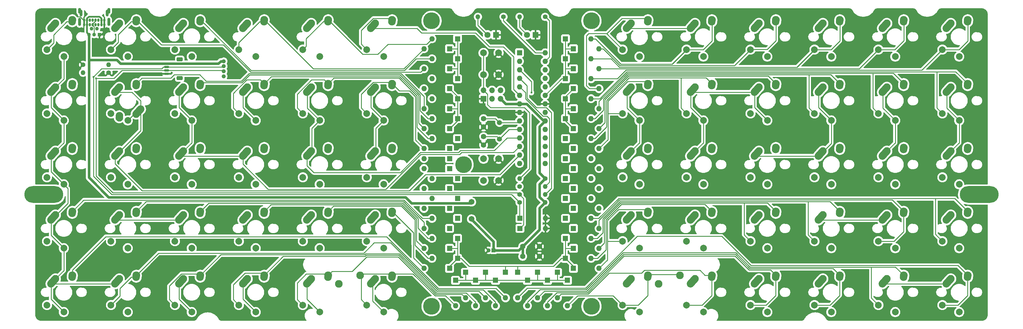
<source format=gbr>
G04 #@! TF.GenerationSoftware,KiCad,Pcbnew,(6.0.0-0)*
G04 #@! TF.CreationDate,2022-01-19T21:25:39+01:00*
G04 #@! TF.ProjectId,lumberjack,6c756d62-6572-46a6-9163-6b2e6b696361,1.6*
G04 #@! TF.SameCoordinates,Original*
G04 #@! TF.FileFunction,Copper,L2,Bot*
G04 #@! TF.FilePolarity,Positive*
%FSLAX46Y46*%
G04 Gerber Fmt 4.6, Leading zero omitted, Abs format (unit mm)*
G04 Created by KiCad (PCBNEW (6.0.0-0)) date 2022-01-19 21:25:39*
%MOMM*%
%LPD*%
G01*
G04 APERTURE LIST*
G04 Aperture macros list*
%AMRoundRect*
0 Rectangle with rounded corners*
0 $1 Rounding radius*
0 $2 $3 $4 $5 $6 $7 $8 $9 X,Y pos of 4 corners*
0 Add a 4 corners polygon primitive as box body*
4,1,4,$2,$3,$4,$5,$6,$7,$8,$9,$2,$3,0*
0 Add four circle primitives for the rounded corners*
1,1,$1+$1,$2,$3*
1,1,$1+$1,$4,$5*
1,1,$1+$1,$6,$7*
1,1,$1+$1,$8,$9*
0 Add four rect primitives between the rounded corners*
20,1,$1+$1,$2,$3,$4,$5,0*
20,1,$1+$1,$4,$5,$6,$7,0*
20,1,$1+$1,$6,$7,$8,$9,0*
20,1,$1+$1,$8,$9,$2,$3,0*%
%AMHorizOval*
0 Thick line with rounded ends*
0 $1 width*
0 $2 $3 position (X,Y) of the first rounded end (center of the circle)*
0 $4 $5 position (X,Y) of the second rounded end (center of the circle)*
0 Add line between two ends*
20,1,$1,$2,$3,$4,$5,0*
0 Add two circle primitives to create the rounded ends*
1,1,$1,$2,$3*
1,1,$1,$4,$5*%
G04 Aperture macros list end*
G04 #@! TA.AperFunction,ComponentPad*
%ADD10HorizOval,2.250000X-0.019771X-0.290016X0.019771X0.290016X0*%
G04 #@! TD*
G04 #@! TA.AperFunction,ComponentPad*
%ADD11C,2.000000*%
G04 #@! TD*
G04 #@! TA.AperFunction,ComponentPad*
%ADD12HorizOval,2.250000X0.019771X0.290016X-0.019771X-0.290016X0*%
G04 #@! TD*
G04 #@! TA.AperFunction,ComponentPad*
%ADD13C,2.250000*%
G04 #@! TD*
G04 #@! TA.AperFunction,ComponentPad*
%ADD14HorizOval,2.250000X0.654995X0.730004X-0.654995X-0.730004X0*%
G04 #@! TD*
G04 #@! TA.AperFunction,ComponentPad*
%ADD15HorizOval,2.250000X-0.654995X-0.730004X0.654995X0.730004X0*%
G04 #@! TD*
G04 #@! TA.AperFunction,ComponentPad*
%ADD16O,0.850000X2.000000*%
G04 #@! TD*
G04 #@! TA.AperFunction,ComponentPad*
%ADD17R,1.100000X1.100000*%
G04 #@! TD*
G04 #@! TA.AperFunction,ComponentPad*
%ADD18C,1.100000*%
G04 #@! TD*
G04 #@! TA.AperFunction,ComponentPad*
%ADD19O,0.900000X1.700000*%
G04 #@! TD*
G04 #@! TA.AperFunction,ComponentPad*
%ADD20O,0.900000X2.400000*%
G04 #@! TD*
G04 #@! TA.AperFunction,ComponentPad*
%ADD21O,0.700000X1.000000*%
G04 #@! TD*
G04 #@! TA.AperFunction,ComponentPad*
%ADD22C,1.600000*%
G04 #@! TD*
G04 #@! TA.AperFunction,ComponentPad*
%ADD23R,1.800000X1.800000*%
G04 #@! TD*
G04 #@! TA.AperFunction,ComponentPad*
%ADD24C,1.800000*%
G04 #@! TD*
G04 #@! TA.AperFunction,ComponentPad*
%ADD25R,1.600000X1.600000*%
G04 #@! TD*
G04 #@! TA.AperFunction,ComponentPad*
%ADD26O,1.600000X1.600000*%
G04 #@! TD*
G04 #@! TA.AperFunction,ComponentPad*
%ADD27C,1.710000*%
G04 #@! TD*
G04 #@! TA.AperFunction,ComponentPad*
%ADD28R,1.200000X1.200000*%
G04 #@! TD*
G04 #@! TA.AperFunction,ComponentPad*
%ADD29C,1.200000*%
G04 #@! TD*
G04 #@! TA.AperFunction,WasherPad*
%ADD30C,5.000000*%
G04 #@! TD*
G04 #@! TA.AperFunction,WasherPad*
%ADD31O,11.600000X5.000000*%
G04 #@! TD*
G04 #@! TA.AperFunction,ComponentPad*
%ADD32C,2.286000*%
G04 #@! TD*
G04 #@! TA.AperFunction,ComponentPad*
%ADD33R,1.700000X1.700000*%
G04 #@! TD*
G04 #@! TA.AperFunction,ComponentPad*
%ADD34O,1.700000X1.700000*%
G04 #@! TD*
G04 #@! TA.AperFunction,ComponentPad*
%ADD35C,1.400000*%
G04 #@! TD*
G04 #@! TA.AperFunction,ComponentPad*
%ADD36O,1.400000X1.400000*%
G04 #@! TD*
G04 #@! TA.AperFunction,ComponentPad*
%ADD37C,1.500000*%
G04 #@! TD*
G04 #@! TA.AperFunction,SMDPad,CuDef*
%ADD38RoundRect,0.150000X-0.625000X0.150000X-0.625000X-0.150000X0.625000X-0.150000X0.625000X0.150000X0*%
G04 #@! TD*
G04 #@! TA.AperFunction,SMDPad,CuDef*
%ADD39RoundRect,0.249999X-0.650001X0.350001X-0.650001X-0.350001X0.650001X-0.350001X0.650001X0.350001X0*%
G04 #@! TD*
G04 #@! TA.AperFunction,ComponentPad*
%ADD40C,1.244600*%
G04 #@! TD*
G04 #@! TA.AperFunction,ViaPad*
%ADD41C,0.600000*%
G04 #@! TD*
G04 #@! TA.AperFunction,Conductor*
%ADD42C,0.800000*%
G04 #@! TD*
G04 #@! TA.AperFunction,Conductor*
%ADD43C,0.250000*%
G04 #@! TD*
G04 #@! TA.AperFunction,Conductor*
%ADD44C,0.500000*%
G04 #@! TD*
G04 APERTURE END LIST*
D10*
X35580261Y-88133836D03*
D11*
X33100032Y-87143820D03*
D12*
X40619803Y-78553804D03*
D13*
X40640032Y-78263820D03*
X35560032Y-88423820D03*
D11*
X38100032Y-89243820D03*
D14*
X34945027Y-80073816D03*
D13*
X35600032Y-79343820D03*
D15*
X41255037Y-86613824D03*
D13*
X40600032Y-87343820D03*
X21590016Y-135413868D03*
D12*
X21569787Y-135703852D03*
D11*
X14050016Y-144293868D03*
D13*
X16550016Y-136493868D03*
D14*
X15895011Y-137223864D03*
D11*
X19050016Y-146393868D03*
D13*
X21589968Y-59213750D03*
D12*
X21569739Y-59503734D03*
D11*
X14049968Y-68093750D03*
D13*
X16549968Y-60293750D03*
D14*
X15894963Y-61023746D03*
D11*
X19049968Y-70193750D03*
D13*
X21590016Y-78263820D03*
D12*
X21569787Y-78553804D03*
D11*
X14050016Y-87143820D03*
D13*
X16550016Y-79343820D03*
D14*
X15895011Y-80073816D03*
D11*
X19050016Y-89243820D03*
D13*
X21590016Y-97313836D03*
D12*
X21569787Y-97603820D03*
D11*
X14050016Y-106193836D03*
D13*
X16550016Y-98393836D03*
D14*
X15895011Y-99123832D03*
D11*
X19050016Y-108293836D03*
D13*
X21590016Y-116363852D03*
D12*
X21569787Y-116653836D03*
D11*
X14050016Y-125243852D03*
D13*
X16550016Y-117443852D03*
D14*
X15895011Y-118173848D03*
D11*
X19050016Y-127343852D03*
D13*
X40640032Y-135413868D03*
D12*
X40619803Y-135703852D03*
D11*
X33100032Y-144293868D03*
D13*
X35600032Y-136493868D03*
D14*
X34945027Y-137223864D03*
D11*
X38100032Y-146393868D03*
D13*
X40640032Y-59213804D03*
D12*
X40619803Y-59503788D03*
D11*
X33100032Y-68093804D03*
D13*
X35600032Y-60293804D03*
D14*
X34945027Y-61023800D03*
D11*
X38100032Y-70193804D03*
D13*
X40640032Y-97313836D03*
D12*
X40619803Y-97603820D03*
D11*
X33100032Y-106193836D03*
D13*
X35600032Y-98393836D03*
D14*
X34945027Y-99123832D03*
D11*
X38100032Y-108293836D03*
D13*
X40640032Y-116363852D03*
D12*
X40619803Y-116653836D03*
D11*
X33100032Y-125243852D03*
D13*
X35600032Y-117443852D03*
D14*
X34945027Y-118173848D03*
D11*
X38100032Y-127343852D03*
D13*
X59690048Y-116363852D03*
D12*
X59669819Y-116653836D03*
D11*
X52150048Y-125243852D03*
D13*
X54650048Y-117443852D03*
D14*
X53995043Y-118173848D03*
D11*
X57150048Y-127343852D03*
D13*
X59690048Y-135413868D03*
D12*
X59669819Y-135703852D03*
D11*
X52150048Y-144293868D03*
D13*
X54650048Y-136493868D03*
D14*
X53995043Y-137223864D03*
D11*
X57150048Y-146393868D03*
D13*
X59690048Y-97313836D03*
D12*
X59669819Y-97603820D03*
D11*
X52150048Y-106193836D03*
D13*
X54650048Y-98393836D03*
D14*
X53995043Y-99123832D03*
D11*
X57150048Y-108293836D03*
D13*
X78740064Y-97313836D03*
D12*
X78719835Y-97603820D03*
D11*
X71200064Y-106193836D03*
D13*
X73700064Y-98393836D03*
D14*
X73045059Y-99123832D03*
D11*
X76200064Y-108293836D03*
D13*
X78740064Y-116363852D03*
D12*
X78719835Y-116653836D03*
D11*
X71200064Y-125243852D03*
D13*
X73700064Y-117443852D03*
D14*
X73045059Y-118173848D03*
D11*
X76200064Y-127343852D03*
D13*
X78740064Y-135413868D03*
D12*
X78719835Y-135703852D03*
D11*
X71200064Y-144293868D03*
D13*
X73700064Y-136493868D03*
D14*
X73045059Y-137223864D03*
D11*
X76200064Y-146393868D03*
D13*
X78740064Y-59213804D03*
D12*
X78719835Y-59503788D03*
D11*
X71200064Y-68093804D03*
D13*
X73700064Y-60293804D03*
D14*
X73045059Y-61023800D03*
D11*
X76200064Y-70193804D03*
D13*
X78740064Y-78263820D03*
D12*
X78719835Y-78553804D03*
D11*
X71200064Y-87143820D03*
D13*
X73700064Y-79343820D03*
D14*
X73045059Y-80073816D03*
D11*
X76200064Y-89243820D03*
D13*
X97790080Y-78263820D03*
D12*
X97769851Y-78553804D03*
D11*
X90250080Y-87143820D03*
D13*
X92750080Y-79343820D03*
D14*
X92095075Y-80073816D03*
D11*
X95250080Y-89243820D03*
D13*
X97790080Y-97313836D03*
D12*
X97769851Y-97603820D03*
D11*
X90250080Y-106193836D03*
D13*
X92750080Y-98393836D03*
D14*
X92095075Y-99123832D03*
D11*
X95250080Y-108293836D03*
D13*
X97790080Y-116363852D03*
D12*
X97769851Y-116653836D03*
D11*
X90250080Y-125243852D03*
D13*
X92750080Y-117443852D03*
D14*
X92095075Y-118173848D03*
D11*
X95250080Y-127343852D03*
D13*
X97790080Y-135413868D03*
D12*
X97769851Y-135703852D03*
D11*
X90250080Y-144293868D03*
D13*
X92750080Y-136493868D03*
D14*
X92095075Y-137223864D03*
D11*
X95250080Y-146393868D03*
D13*
X97790080Y-59213804D03*
D12*
X97769851Y-59503788D03*
D11*
X90250080Y-68093804D03*
D13*
X92750080Y-60293804D03*
D14*
X92095075Y-61023800D03*
D11*
X95250080Y-70193804D03*
D13*
X116840096Y-59213804D03*
D12*
X116819867Y-59503788D03*
D11*
X109300096Y-68093804D03*
D13*
X111800096Y-60293804D03*
D14*
X111145091Y-61023800D03*
D11*
X114300096Y-70193804D03*
D13*
X116840096Y-78263820D03*
D12*
X116819867Y-78553804D03*
D11*
X109300096Y-87143820D03*
D13*
X111800096Y-79343820D03*
D14*
X111145091Y-80073816D03*
D11*
X114300096Y-89243820D03*
D13*
X116840096Y-97313836D03*
D12*
X116819867Y-97603820D03*
D11*
X109300096Y-106193836D03*
D13*
X111800096Y-98393836D03*
D14*
X111145091Y-99123832D03*
D11*
X114300096Y-108293836D03*
D13*
X116840096Y-116363852D03*
D12*
X116819867Y-116653836D03*
D11*
X109300096Y-125243852D03*
D13*
X111800096Y-117443852D03*
D14*
X111145091Y-118173848D03*
D11*
X114300096Y-127343852D03*
D13*
X116840096Y-135413868D03*
D12*
X116819867Y-135703852D03*
D11*
X109300096Y-144293868D03*
D13*
X111800096Y-136493868D03*
D14*
X111145091Y-137223864D03*
D11*
X114300096Y-146393868D03*
D13*
X288290240Y-59213804D03*
D12*
X288270011Y-59503788D03*
D11*
X280750240Y-68093804D03*
D13*
X283250240Y-60293804D03*
D14*
X282595235Y-61023800D03*
D11*
X285750240Y-70193804D03*
D13*
X288290240Y-78263820D03*
D12*
X288270011Y-78553804D03*
D11*
X280750240Y-87143820D03*
D13*
X283250240Y-79343820D03*
D14*
X282595235Y-80073816D03*
D11*
X285750240Y-89243820D03*
D13*
X288290240Y-97313836D03*
D12*
X288270011Y-97603820D03*
D11*
X280750240Y-106193836D03*
D13*
X283250240Y-98393836D03*
D14*
X282595235Y-99123832D03*
D11*
X285750240Y-108293836D03*
D13*
X288290240Y-116363852D03*
D12*
X288270011Y-116653836D03*
D11*
X280750240Y-125243852D03*
D13*
X283250240Y-117443852D03*
D14*
X282595235Y-118173848D03*
D11*
X285750240Y-127343852D03*
D13*
X288290240Y-135413868D03*
D12*
X288270011Y-135703852D03*
D11*
X280750240Y-144293868D03*
D13*
X283250240Y-136493868D03*
D14*
X282595235Y-137223864D03*
D11*
X285750240Y-146393868D03*
D13*
X269240224Y-135413868D03*
D12*
X269219995Y-135703852D03*
D11*
X261700224Y-144293868D03*
D13*
X264200224Y-136493868D03*
D14*
X263545219Y-137223864D03*
D11*
X266700224Y-146393868D03*
D13*
X269240224Y-59213804D03*
D12*
X269219995Y-59503788D03*
D11*
X261700224Y-68093804D03*
D13*
X264200224Y-60293804D03*
D14*
X263545219Y-61023800D03*
D11*
X266700224Y-70193804D03*
D13*
X269240224Y-78263820D03*
D12*
X269219995Y-78553804D03*
D11*
X261700224Y-87143820D03*
D13*
X264200224Y-79343820D03*
D14*
X263545219Y-80073816D03*
D11*
X266700224Y-89243820D03*
D13*
X269240224Y-97313836D03*
D12*
X269219995Y-97603820D03*
D11*
X261700224Y-106193836D03*
D13*
X264200224Y-98393836D03*
D14*
X263545219Y-99123832D03*
D11*
X266700224Y-108293836D03*
D13*
X269240224Y-116363852D03*
D12*
X269219995Y-116653836D03*
D11*
X261700224Y-125243852D03*
D13*
X264200224Y-117443852D03*
D14*
X263545219Y-118173848D03*
D11*
X266700224Y-127343852D03*
D13*
X250190208Y-116363852D03*
D12*
X250169979Y-116653836D03*
D11*
X242650208Y-125243852D03*
D13*
X245150208Y-117443852D03*
D14*
X244495203Y-118173848D03*
D11*
X247650208Y-127343852D03*
D13*
X250190208Y-135413868D03*
D12*
X250169979Y-135703852D03*
D11*
X242650208Y-144293868D03*
D13*
X245150208Y-136493868D03*
D14*
X244495203Y-137223864D03*
D11*
X247650208Y-146393868D03*
D13*
X250190208Y-59213804D03*
D12*
X250169979Y-59503788D03*
D11*
X242650208Y-68093804D03*
D13*
X245150208Y-60293804D03*
D14*
X244495203Y-61023800D03*
D11*
X247650208Y-70193804D03*
D13*
X250190208Y-78263820D03*
D12*
X250169979Y-78553804D03*
D11*
X242650208Y-87143820D03*
D13*
X245150208Y-79343820D03*
D14*
X244495203Y-80073816D03*
D11*
X247650208Y-89243820D03*
D13*
X250190208Y-97313836D03*
D12*
X250169979Y-97603820D03*
D11*
X242650208Y-106193836D03*
D13*
X245150208Y-98393836D03*
D14*
X244495203Y-99123832D03*
D11*
X247650208Y-108293836D03*
D13*
X231140192Y-97313836D03*
D12*
X231119963Y-97603820D03*
D11*
X223600192Y-106193836D03*
D13*
X226100192Y-98393836D03*
D14*
X225445187Y-99123832D03*
D11*
X228600192Y-108293836D03*
D13*
X231140192Y-116363852D03*
D12*
X231119963Y-116653836D03*
D11*
X223600192Y-125243852D03*
D13*
X226100192Y-117443852D03*
D14*
X225445187Y-118173848D03*
D11*
X228600192Y-127343852D03*
D13*
X231140192Y-135413868D03*
D12*
X231119963Y-135703852D03*
D11*
X223600192Y-144293868D03*
D13*
X226100192Y-136493868D03*
D14*
X225445187Y-137223864D03*
D11*
X228600192Y-146393868D03*
D13*
X231140192Y-59213804D03*
D12*
X231119963Y-59503788D03*
D11*
X223600192Y-68093804D03*
D13*
X226100192Y-60293804D03*
D14*
X225445187Y-61023800D03*
D11*
X228600192Y-70193804D03*
D13*
X231140192Y-78263820D03*
D12*
X231119963Y-78553804D03*
D11*
X223600192Y-87143820D03*
D13*
X226100192Y-79343820D03*
D14*
X225445187Y-80073816D03*
D11*
X228600192Y-89243820D03*
D13*
X212090176Y-78263820D03*
D12*
X212069947Y-78553804D03*
D11*
X204550176Y-87143820D03*
D13*
X207050176Y-79343820D03*
D14*
X206395171Y-80073816D03*
D11*
X209550176Y-89243820D03*
D13*
X212090176Y-97313836D03*
D12*
X212069947Y-97603820D03*
D11*
X204550176Y-106193836D03*
D13*
X207050176Y-98393836D03*
D14*
X206395171Y-99123832D03*
D11*
X209550176Y-108293836D03*
D13*
X212090176Y-116363852D03*
D12*
X212069947Y-116653836D03*
D11*
X204550176Y-125243852D03*
D13*
X207050176Y-117443852D03*
D14*
X206395171Y-118173848D03*
D11*
X209550176Y-127343852D03*
D13*
X212090176Y-135413868D03*
D12*
X212069947Y-135703852D03*
D11*
X204550176Y-144293868D03*
D13*
X207050176Y-136493868D03*
D14*
X206395171Y-137223864D03*
D11*
X209550176Y-146393868D03*
D13*
X212090176Y-59213804D03*
D12*
X212069947Y-59503788D03*
D11*
X204550176Y-68093804D03*
D13*
X207050176Y-60293804D03*
D14*
X206395171Y-61023800D03*
D11*
X209550176Y-70193804D03*
D13*
X193040160Y-59213804D03*
D12*
X193019931Y-59503788D03*
D11*
X185500160Y-68093804D03*
D13*
X188000160Y-60293804D03*
D14*
X187345155Y-61023800D03*
D11*
X190500160Y-70193804D03*
D13*
X193040160Y-78263820D03*
D12*
X193019931Y-78553804D03*
D11*
X185500160Y-87143820D03*
D13*
X188000160Y-79343820D03*
D14*
X187345155Y-80073816D03*
D11*
X190500160Y-89243820D03*
D13*
X193040160Y-97313836D03*
D12*
X193019931Y-97603820D03*
D11*
X185500160Y-106193836D03*
D13*
X188000160Y-98393836D03*
D14*
X187345155Y-99123832D03*
D11*
X190500160Y-108293836D03*
D13*
X193040160Y-116363852D03*
D12*
X193019931Y-116653836D03*
D11*
X185500160Y-125243852D03*
D13*
X188000160Y-117443852D03*
D14*
X187345155Y-118173848D03*
D11*
X190500160Y-127343852D03*
D13*
X193040160Y-135413868D03*
D12*
X193019931Y-135703852D03*
D11*
X185500160Y-144293868D03*
D13*
X188000160Y-136493868D03*
D14*
X187345155Y-137223864D03*
D11*
X190500160Y-146393868D03*
D13*
X59690048Y-59213804D03*
D12*
X59669819Y-59503788D03*
D11*
X52150048Y-68093804D03*
D13*
X54650048Y-60293804D03*
D14*
X53995043Y-61023800D03*
D11*
X57150048Y-70193804D03*
D13*
X59690048Y-78263820D03*
D12*
X59669819Y-78553804D03*
D11*
X52150048Y-87143820D03*
D13*
X54650048Y-79343820D03*
D14*
X53995043Y-80073816D03*
D11*
X57150048Y-89243820D03*
D16*
X32000000Y-57204000D03*
X24200000Y-57204000D03*
D17*
X29700000Y-63654000D03*
D18*
X28900000Y-61904000D03*
X28100000Y-63654000D03*
X26500000Y-63654000D03*
X27300000Y-61904000D03*
D19*
X32428000Y-56500000D03*
X23778000Y-56500000D03*
D20*
X32428000Y-59880000D03*
X23778000Y-59880000D03*
D21*
X28528000Y-59360000D03*
X31078000Y-59360000D03*
X30228000Y-59360000D03*
X29378000Y-59360000D03*
X25128000Y-59360000D03*
X26828000Y-59360000D03*
X27678000Y-59360000D03*
X25978000Y-59360000D03*
X31078000Y-60710000D03*
X30228000Y-60710000D03*
X29378000Y-60710000D03*
X28528000Y-60710000D03*
X27678000Y-60710000D03*
X26828000Y-60710000D03*
X25978000Y-60710000D03*
X25128000Y-60710000D03*
D22*
X144065746Y-94059454D03*
X144065746Y-96559454D03*
X144065746Y-88701637D03*
X144065746Y-91201637D03*
D23*
X159543884Y-63698491D03*
D24*
X157003884Y-63698491D03*
D25*
X154781380Y-69056308D03*
D26*
X154781380Y-71596308D03*
X154781380Y-74136308D03*
X154781380Y-76676308D03*
X154781380Y-79216308D03*
X154781380Y-81756308D03*
X154781380Y-84296308D03*
X154781380Y-86836308D03*
X154781380Y-89376308D03*
X154781380Y-91916308D03*
X154781380Y-94456308D03*
X154781380Y-96996308D03*
X154781380Y-99536308D03*
X154781380Y-102076308D03*
X162401380Y-102076308D03*
X162401380Y-99536308D03*
X162401380Y-96996308D03*
X162401380Y-94456308D03*
X162401380Y-91916308D03*
X162401380Y-89376308D03*
X162401380Y-86836308D03*
X162401380Y-84296308D03*
X162401380Y-81756308D03*
X162401380Y-79216308D03*
X162401380Y-76676308D03*
X162401380Y-74136308D03*
X162401380Y-71596308D03*
X162401380Y-69056308D03*
D27*
X140493868Y-113546035D03*
X140493868Y-118626035D03*
D25*
X136326677Y-82748507D03*
D26*
X128706677Y-82748507D03*
D25*
X136326677Y-118467287D03*
D26*
X128706677Y-118467287D03*
D25*
X150614189Y-134540738D03*
D26*
X150614189Y-142160738D03*
D25*
X147637624Y-136921990D03*
D26*
X147637624Y-144541990D03*
D25*
X144661059Y-134540738D03*
D26*
X144661059Y-142160738D03*
D25*
X138707929Y-134540738D03*
D26*
X138707929Y-142160738D03*
D28*
X147042311Y-127992295D03*
D29*
X145542311Y-127992295D03*
D25*
X136326677Y-76795377D03*
D26*
X128706677Y-76795377D03*
D11*
X144065746Y-107156340D03*
X144065746Y-100656340D03*
X148565746Y-100656340D03*
X148565746Y-107156340D03*
D30*
X128587608Y-59531300D03*
X176212648Y-59531300D03*
X128587608Y-144661059D03*
X176212648Y-144661059D03*
D31*
X13096886Y-111323531D03*
X291703370Y-111323531D03*
D25*
X166092327Y-134540738D03*
D26*
X166092327Y-142160738D03*
D23*
X147796372Y-63698491D03*
D24*
X145256372Y-63698491D03*
D25*
X136326677Y-130373547D03*
D26*
X128706677Y-130373547D03*
D25*
X136326677Y-124420417D03*
D26*
X128706677Y-124420417D03*
D25*
X133945425Y-115490722D03*
D26*
X126325425Y-115490722D03*
D25*
X136326677Y-112514157D03*
D26*
X128706677Y-112514157D03*
D25*
X133945425Y-109537592D03*
D26*
X126325425Y-109537592D03*
D25*
X133945425Y-121443852D03*
D26*
X126325425Y-121443852D03*
D25*
X133945425Y-97631332D03*
D26*
X126325425Y-97631332D03*
D25*
X136326677Y-94654767D03*
D26*
X128706677Y-94654767D03*
D25*
X133945425Y-103584462D03*
D26*
X126325425Y-103584462D03*
D25*
X133945425Y-91678202D03*
D26*
X126325425Y-91678202D03*
D25*
X136326677Y-88701637D03*
D26*
X128706677Y-88701637D03*
D25*
X133945425Y-85725072D03*
D26*
X126325425Y-85725072D03*
D25*
X168473579Y-76795377D03*
D26*
X176093579Y-76795377D03*
D25*
X133945425Y-73818812D03*
D26*
X126325425Y-73818812D03*
D25*
X170854831Y-73818812D03*
D26*
X178474831Y-73818812D03*
D25*
X133945425Y-67865682D03*
D26*
X126325425Y-67865682D03*
D25*
X163115762Y-136921990D03*
D26*
X163115762Y-144541990D03*
D11*
X144065746Y-69104751D03*
X144065746Y-75604751D03*
X148565746Y-75604751D03*
X148565746Y-69104751D03*
D22*
X155734510Y-126801669D03*
X160734510Y-126801669D03*
D25*
X135731364Y-136921990D03*
D26*
X135731364Y-144541990D03*
D25*
X170854831Y-115490722D03*
D26*
X178474831Y-115490722D03*
D25*
X169068892Y-136921990D03*
D26*
X169068892Y-144541990D03*
D25*
X170854831Y-79771942D03*
D26*
X178474831Y-79771942D03*
D25*
X168473579Y-64889117D03*
D26*
X176093579Y-64889117D03*
D25*
X170854831Y-67865682D03*
D26*
X178474831Y-67865682D03*
D25*
X168473579Y-82748507D03*
D26*
X176093579Y-82748507D03*
D25*
X170854831Y-97631332D03*
D26*
X178474831Y-97631332D03*
D25*
X170854831Y-91678202D03*
D26*
X178474831Y-91678202D03*
D25*
X168473579Y-94654767D03*
D26*
X176093579Y-94654767D03*
D25*
X168473579Y-106561027D03*
D26*
X176093579Y-106561027D03*
D25*
X170854831Y-103584462D03*
D26*
X178474831Y-103584462D03*
D25*
X168473579Y-100607897D03*
D26*
X176093579Y-100607897D03*
D25*
X170854831Y-85725072D03*
D26*
X178474831Y-85725072D03*
D25*
X168473579Y-112514157D03*
D26*
X176093579Y-112514157D03*
D25*
X170854831Y-109537592D03*
D26*
X178474831Y-109537592D03*
D25*
X168473579Y-118467287D03*
D26*
X176093579Y-118467287D03*
D25*
X168473579Y-88701637D03*
D26*
X176093579Y-88701637D03*
D25*
X168473579Y-70842247D03*
D26*
X176093579Y-70842247D03*
D25*
X170854831Y-133350112D03*
D26*
X178474831Y-133350112D03*
D25*
X168473579Y-124420417D03*
D26*
X176093579Y-124420417D03*
D25*
X154186067Y-134540738D03*
D26*
X154186067Y-142160738D03*
D25*
X170854831Y-121443852D03*
D26*
X178474831Y-121443852D03*
D25*
X170854831Y-127396982D03*
D26*
X178474831Y-127396982D03*
D25*
X168473579Y-130373547D03*
D26*
X176093579Y-130373547D03*
D25*
X157162632Y-136921990D03*
D26*
X157162632Y-144541990D03*
D32*
X202565168Y-135413868D03*
X196215168Y-137953868D03*
X107315088Y-135413868D03*
X100965088Y-137953868D03*
D22*
X155734510Y-129778234D03*
X160734510Y-129778234D03*
D33*
X144065746Y-82748507D03*
D34*
X144065746Y-80208507D03*
X146605746Y-82748507D03*
X146605746Y-80208507D03*
X149145746Y-82748507D03*
X149145746Y-80208507D03*
D30*
X138112616Y-102393836D03*
D25*
X160139197Y-134540738D03*
D26*
X160139197Y-142160738D03*
D25*
X133945425Y-133350112D03*
D26*
X126325425Y-133350112D03*
D25*
X136326677Y-106561027D03*
D26*
X128706677Y-106561027D03*
D25*
X133945425Y-100607897D03*
D26*
X126325425Y-100607897D03*
D25*
X133945425Y-79771942D03*
D26*
X126325425Y-79771942D03*
D35*
X162401380Y-106561027D03*
D36*
X154781380Y-106561027D03*
D37*
X148828250Y-89892263D03*
X148828250Y-94772263D03*
D25*
X133945425Y-127396982D03*
D26*
X126325425Y-127396982D03*
D35*
X154781380Y-113704783D03*
D36*
X162401380Y-113704783D03*
D35*
X150018876Y-58340674D03*
D36*
X142398876Y-58340674D03*
D35*
X162401380Y-58340674D03*
D36*
X154781380Y-58340674D03*
D35*
X154781380Y-111323531D03*
D36*
X162401380Y-111323531D03*
D25*
X154900449Y-121443852D03*
D26*
X162520449Y-121443852D03*
D25*
X154900449Y-118467287D03*
D26*
X162520449Y-118467287D03*
D35*
X32385000Y-75009375D03*
D36*
X24765000Y-75009375D03*
D35*
X24765000Y-72628125D03*
D36*
X32385000Y-72628125D03*
D35*
X154781380Y-108942279D03*
D36*
X162401380Y-108942279D03*
D25*
X136326677Y-64889117D03*
D26*
X128706677Y-64889117D03*
D25*
X136326677Y-70842247D03*
D26*
X128706677Y-70842247D03*
D25*
X141684494Y-136921990D03*
D26*
X141684494Y-144541990D03*
D38*
X49690000Y-72310000D03*
X49690000Y-73310000D03*
X49690000Y-74310000D03*
X49690000Y-75310000D03*
D39*
X53565000Y-76610000D03*
X53565000Y-71010000D03*
D40*
X66675000Y-76075000D03*
X66675000Y-74575001D03*
X66675000Y-73074999D03*
X66675000Y-71574999D03*
D41*
X66675000Y-103108125D03*
X197644580Y-108347330D03*
X51200000Y-75000000D03*
X47625000Y-83343750D03*
X24050625Y-90249375D03*
X83300000Y-126700000D03*
X40719375Y-67627500D03*
X66436875Y-88106250D03*
X130373547Y-102393836D03*
X21431250Y-56673750D03*
X256700000Y-127700000D03*
X122039165Y-89296950D03*
X84700000Y-138100000D03*
X236500000Y-110400000D03*
X84800000Y-119000000D03*
X27800000Y-68200000D03*
X182761091Y-144065746D03*
X158353258Y-80962568D03*
X28700000Y-76700000D03*
X27860625Y-76239375D03*
D42*
X155734510Y-126801669D02*
X154543884Y-127992295D01*
X162004494Y-89376308D02*
X162401380Y-89376308D01*
X160734510Y-121801669D02*
X155734510Y-126801669D01*
X156924494Y-84296308D02*
X162004494Y-89376308D01*
X162401380Y-89376308D02*
X162401380Y-89416019D01*
X162401380Y-113704783D02*
X160734510Y-115371653D01*
X162401380Y-89416019D02*
X160734510Y-91082889D01*
X162401380Y-106561027D02*
X160734510Y-108227897D01*
X160734510Y-115371653D02*
X160734510Y-121801669D01*
X160734510Y-108227897D02*
X160734510Y-112037913D01*
X140484494Y-118804783D02*
X147042311Y-125362600D01*
X154781380Y-84296308D02*
X156924494Y-84296308D01*
X150693547Y-84296308D02*
X149145746Y-82748507D01*
X147042311Y-125362600D02*
X147042311Y-127992295D01*
X160734510Y-91082889D02*
X160734510Y-104894157D01*
X155734510Y-126801669D02*
X155734510Y-129778234D01*
X160734510Y-104894157D02*
X162401380Y-106561027D01*
X154781380Y-84296308D02*
X150693547Y-84296308D01*
X160734510Y-112037913D02*
X162401380Y-113704783D01*
X154543884Y-127992295D02*
X147042311Y-127992295D01*
D43*
X23958625Y-58340625D02*
X23098125Y-58340625D01*
D44*
X30390000Y-63610000D02*
X29700000Y-63610000D01*
X25128000Y-60860000D02*
X25128000Y-59510000D01*
X31078000Y-62922000D02*
X30390000Y-63610000D01*
X31078000Y-59510000D02*
X31078000Y-62922000D01*
D43*
X23098125Y-58340625D02*
X21431250Y-56673750D01*
X25128000Y-59510000D02*
X23958625Y-58340625D01*
X168473579Y-73776421D02*
X168473579Y-70842247D01*
X136269036Y-67865682D02*
X136326677Y-67923323D01*
X168581476Y-67865682D02*
X168473579Y-67973579D01*
X168473579Y-76795377D02*
X168473579Y-73776421D01*
X136326677Y-76795377D02*
X136326677Y-73923323D01*
X170854831Y-73818812D02*
X168515970Y-73818812D01*
X133945425Y-73818812D02*
X136222166Y-73818812D01*
X168473579Y-70842247D02*
X168473579Y-67973579D01*
X162401380Y-81756308D02*
X167362311Y-76795377D01*
X136326677Y-73923323D02*
X136326677Y-70842247D01*
X136326677Y-70842247D02*
X136326677Y-67923323D01*
X170854831Y-67865682D02*
X168581476Y-67865682D01*
X136222166Y-73818812D02*
X136326677Y-73923323D01*
X136326677Y-67923323D02*
X136326677Y-64889117D01*
X168473579Y-67973579D02*
X168473579Y-64889117D01*
X168515970Y-73818812D02*
X168473579Y-73776421D01*
X167362311Y-76795377D02*
X168473579Y-76795377D01*
X133945425Y-67865682D02*
X136269036Y-67865682D01*
X168473579Y-85723579D02*
X168473579Y-82748507D01*
X168473579Y-89296950D02*
X170854831Y-91678202D01*
X168475072Y-85725072D02*
X168473579Y-85723579D01*
X136326677Y-82153194D02*
X133945425Y-79771942D01*
X136326677Y-89296950D02*
X136326677Y-88701637D01*
X136326677Y-82748507D02*
X136326677Y-82153194D01*
X168473579Y-88701637D02*
X168473579Y-85723579D01*
X133945425Y-85725072D02*
X136274928Y-85725072D01*
X168473579Y-82153194D02*
X168473579Y-82748507D01*
X133945425Y-91678202D02*
X136326677Y-89296950D01*
X136326677Y-82748507D02*
X136326677Y-85673323D01*
X170854831Y-85725072D02*
X168475072Y-85725072D01*
X136274928Y-85725072D02*
X136326677Y-85673323D01*
X168473579Y-88701637D02*
X168473579Y-89296950D01*
X170854831Y-79771942D02*
X168473579Y-82153194D01*
X136326677Y-85673323D02*
X136326677Y-88701637D01*
X150645201Y-132754799D02*
X164901701Y-132754799D01*
X170854831Y-132754799D02*
X168473579Y-130373547D01*
X150614189Y-132785811D02*
X150645201Y-132754799D01*
X170854831Y-133350112D02*
X170854831Y-132754799D01*
X164901701Y-132754799D02*
X167282953Y-130373547D01*
X136326677Y-130373547D02*
X136326677Y-127396982D01*
X136326677Y-130373547D02*
X137376677Y-130373547D01*
X139757929Y-132754799D02*
X150645201Y-132754799D01*
X133945425Y-132754799D02*
X136326677Y-130373547D01*
X154186067Y-134540738D02*
X154186067Y-132754799D01*
X167282953Y-130373547D02*
X168473579Y-130373547D01*
X150614189Y-134540738D02*
X150614189Y-132785811D01*
X133945425Y-133350112D02*
X133945425Y-132754799D01*
X168473579Y-130373547D02*
X168473579Y-127396982D01*
X137376677Y-130373547D02*
X139757929Y-132754799D01*
X136326677Y-127396982D02*
X136326677Y-124420417D01*
X133945425Y-127396982D02*
X136326677Y-127396982D01*
X168473579Y-127396982D02*
X168473579Y-124420417D01*
X170854831Y-127396982D02*
X168473579Y-127396982D01*
X144661059Y-134540738D02*
X144661059Y-136921990D01*
X163711075Y-136921990D02*
X163115762Y-136921990D01*
X166092327Y-136907673D02*
X166078010Y-136921990D01*
X144661059Y-136921990D02*
X147637624Y-136921990D01*
X144661059Y-136921990D02*
X141684494Y-136921990D01*
X169068892Y-136921990D02*
X166078010Y-136921990D01*
X138707929Y-134540738D02*
X138707929Y-136921990D01*
X160139197Y-136921990D02*
X157162632Y-136921990D01*
X160139197Y-134540738D02*
X160139197Y-136921990D01*
X138707929Y-136921990D02*
X141684494Y-136921990D01*
X160139197Y-136921990D02*
X163115762Y-136921990D01*
X166092327Y-134540738D02*
X166092327Y-136907673D01*
X135731364Y-136921990D02*
X138707929Y-136921990D01*
X157162632Y-136921990D02*
X147637624Y-136921990D01*
X166078010Y-136921990D02*
X163115762Y-136921990D01*
X157757945Y-103584462D02*
X154781380Y-106561027D01*
X144065746Y-75604751D02*
X144065746Y-69104751D01*
X144065746Y-80208507D02*
X144065746Y-75604751D01*
X144065746Y-80208507D02*
X145256372Y-81399133D01*
X157757945Y-86915698D02*
X157757945Y-103584462D01*
X145256372Y-84534446D02*
X146143235Y-85421309D01*
X146143235Y-85421309D02*
X156263556Y-85421309D01*
X156263556Y-85421309D02*
X157757945Y-86915698D01*
X145256372Y-81399133D02*
X145256372Y-84534446D01*
X142398876Y-58340674D02*
X142398876Y-60840995D01*
X142398876Y-60840995D02*
X145256372Y-63698491D01*
X157017330Y-82603205D02*
X159835434Y-85421309D01*
X162811999Y-85421309D02*
X164306388Y-86915698D01*
X164306388Y-109418523D02*
X162401380Y-111323531D01*
X164306388Y-86915698D02*
X164306388Y-109418523D01*
X159835434Y-85421309D02*
X162811999Y-85421309D01*
X157017330Y-78912258D02*
X157017330Y-82603205D01*
X154781380Y-76676308D02*
X157017330Y-78912258D01*
X154821059Y-79216308D02*
X156567319Y-80962568D01*
X156567319Y-82789605D02*
X161739023Y-87961309D01*
X163711075Y-88742734D02*
X163711075Y-107632584D01*
X154781380Y-79216308D02*
X154821059Y-79216308D01*
X156567319Y-80962568D02*
X156567319Y-82789605D01*
X162929651Y-87961309D02*
X163711075Y-88742734D01*
X163711075Y-107632584D02*
X162401380Y-108942279D01*
X161739023Y-87961309D02*
X162929651Y-87961309D01*
X147298869Y-98226645D02*
X151069206Y-94456308D01*
X91575081Y-85568821D02*
X95250080Y-89243820D01*
X137219647Y-98226645D02*
X147298869Y-98226645D01*
X119300000Y-104800000D02*
X125278042Y-98821958D01*
X91440080Y-137953868D02*
X91440080Y-142583868D01*
X93489053Y-104800000D02*
X119300000Y-104800000D01*
X91440080Y-80803820D02*
X91575081Y-80938821D01*
X91440080Y-99853836D02*
X91440080Y-102751027D01*
X72390064Y-85433820D02*
X76200064Y-89243820D01*
X125278042Y-98821958D02*
X136624334Y-98821958D01*
X92931179Y-98212737D02*
X92750080Y-98393836D01*
X72390064Y-80803820D02*
X72390064Y-85433820D01*
X92931179Y-91562721D02*
X92931179Y-98212737D01*
X95250080Y-89243820D02*
X92931179Y-91562721D01*
X91440080Y-102751027D02*
X93489053Y-104800000D01*
X151069206Y-94456308D02*
X154781380Y-94456308D01*
X136624334Y-98821958D02*
X137219647Y-98226645D01*
X91440080Y-142583868D02*
X95250080Y-146393868D01*
X91575081Y-80938821D02*
X91575081Y-85568821D01*
X15240016Y-104536966D02*
X20240642Y-109537592D01*
X19049968Y-70193750D02*
X19049968Y-76843868D01*
X19050016Y-89243820D02*
X19050016Y-95893836D01*
X19050016Y-95893836D02*
X16550016Y-98393836D01*
X15240016Y-137953868D02*
X15240016Y-142583868D01*
X15240016Y-137953868D02*
X34290032Y-137953868D01*
X20240642Y-113903226D02*
X15240016Y-118903852D01*
X19049968Y-76843868D02*
X16550016Y-79343820D01*
X20240642Y-109537592D02*
X20240642Y-113903226D01*
X19050016Y-127343852D02*
X19050016Y-133993868D01*
X15240016Y-142583868D02*
X19050016Y-146393868D01*
X15240016Y-85433820D02*
X19050016Y-89243820D01*
X15240016Y-80803820D02*
X15240016Y-85433820D01*
X15240016Y-118903852D02*
X15240016Y-123533852D01*
X15240016Y-99853836D02*
X15240016Y-104536966D01*
X15239968Y-80803772D02*
X15240016Y-80803820D01*
X19050016Y-133993868D02*
X16550016Y-136493868D01*
X15240016Y-123533852D02*
X19050016Y-127343852D01*
X53340048Y-142583868D02*
X53340048Y-137953868D01*
X34290032Y-99853836D02*
X41910032Y-92233836D01*
X126801669Y-105370401D02*
X121922059Y-110250011D01*
X41910032Y-85883820D02*
X41910032Y-83413751D01*
X40000032Y-87343820D02*
X40600032Y-87343820D01*
X42350011Y-110250011D02*
X34290032Y-102190032D01*
X121922059Y-110250011D02*
X42350011Y-110250011D01*
X34290032Y-102190032D02*
X34290032Y-99853836D01*
X41910032Y-92233836D02*
X41910032Y-85883820D01*
X41910032Y-83413751D02*
X39300101Y-80803820D01*
X57150048Y-146393868D02*
X53340048Y-142583868D01*
X39300101Y-80803820D02*
X34290032Y-80803820D01*
X154781380Y-99536308D02*
X148947287Y-105370401D01*
X34290032Y-80803820D02*
X34740032Y-80803820D01*
X38100032Y-89243820D02*
X40000032Y-87343820D01*
X34290032Y-61753804D02*
X34740032Y-61753804D01*
X148947287Y-105370401D02*
X126801669Y-105370401D01*
X34290032Y-118903852D02*
X53340048Y-118903852D01*
X152955730Y-98821958D02*
X137517303Y-98821958D01*
X154781380Y-96996308D02*
X152955730Y-98821958D01*
X137517303Y-98821958D02*
X136921990Y-99417271D01*
X53340048Y-80803820D02*
X53340048Y-85433820D01*
X136921990Y-99417271D02*
X125319139Y-99417271D01*
X57150048Y-89243820D02*
X57150048Y-95893836D01*
X53340048Y-85433820D02*
X57150048Y-89243820D01*
X57150048Y-95893836D02*
X54650048Y-98393836D01*
X72390064Y-142583868D02*
X72390064Y-137953868D01*
X79900000Y-109800000D02*
X72390064Y-102290064D01*
X72390064Y-102290064D02*
X72390064Y-99853836D01*
X76200064Y-146393868D02*
X72390064Y-142583868D01*
X72390064Y-99853836D02*
X53340048Y-99853836D01*
X125319139Y-99417271D02*
X114936410Y-109800000D01*
X114936410Y-109800000D02*
X79900000Y-109800000D01*
X141684494Y-63103178D02*
X145851685Y-67270369D01*
X125604138Y-63103178D02*
X141684494Y-63103178D01*
X114300096Y-89243820D02*
X111981195Y-91562721D01*
X124254764Y-61753804D02*
X125604138Y-63103178D01*
X111981195Y-98212737D02*
X111800096Y-98393836D01*
X110490096Y-80803820D02*
X110490096Y-85433820D01*
X110490096Y-85433820D02*
X114300096Y-89243820D01*
X145851685Y-67270369D02*
X150018876Y-67270369D01*
X152995441Y-70246934D02*
X152995441Y-79970369D01*
X111981195Y-91562721D02*
X111981195Y-98212737D01*
X110490096Y-61753804D02*
X124254764Y-61753804D01*
X111030989Y-138494761D02*
X111030989Y-143124761D01*
X111030989Y-143124761D02*
X114300096Y-146393868D01*
X110490096Y-137953868D02*
X111030989Y-138494761D01*
X152995441Y-79970369D02*
X154781380Y-81756308D01*
X150018876Y-67270369D02*
X152995441Y-70246934D01*
X281940240Y-137953868D02*
X262890224Y-137953868D01*
X281940240Y-80803820D02*
X282075241Y-80938821D01*
X154781380Y-74136308D02*
X158353258Y-77708186D01*
X158353258Y-77708186D02*
X158353258Y-80962568D01*
X285750240Y-89243820D02*
X285750240Y-95893836D01*
X285750240Y-95893836D02*
X283250240Y-98393836D01*
X282075241Y-85568821D02*
X285750240Y-89243820D01*
X282075241Y-80938821D02*
X282075241Y-85568821D01*
X263025225Y-80938821D02*
X263025225Y-85568821D01*
X266700224Y-89243820D02*
X266700224Y-95893836D01*
X262890224Y-80803820D02*
X263025225Y-80938821D01*
X262890224Y-118903852D02*
X243840208Y-118903852D01*
X263025225Y-85568821D02*
X266700224Y-89243820D01*
X266700224Y-95893836D02*
X264200224Y-98393836D01*
X243840208Y-80803820D02*
X243840208Y-85433820D01*
X224790192Y-99853836D02*
X243840208Y-99853836D01*
X243840208Y-85433820D02*
X247650208Y-89243820D01*
X247650208Y-96043836D02*
X243840208Y-99853836D01*
X247650208Y-89243820D02*
X247650208Y-96043836D01*
X205740176Y-85433820D02*
X209550176Y-89243820D01*
X209550176Y-89243820D02*
X209550176Y-95893836D01*
X205740176Y-80803820D02*
X224790192Y-80803820D01*
X224790192Y-85433820D02*
X228600192Y-89243820D01*
X209550176Y-95893836D02*
X207050176Y-98393836D01*
X224790192Y-80803820D02*
X224790192Y-85433820D01*
X205740176Y-80803820D02*
X205740176Y-85433820D01*
X148115441Y-94059454D02*
X148828250Y-94772263D01*
X144065746Y-94059454D02*
X148115441Y-94059454D01*
X151684205Y-91916308D02*
X154781380Y-91916308D01*
X148828250Y-94772263D02*
X151684205Y-91916308D01*
X144065746Y-88701637D02*
X147637624Y-88701637D01*
X148828250Y-89892263D02*
X154265425Y-89892263D01*
X154265425Y-89892263D02*
X154781380Y-89376308D01*
X147637624Y-88701637D02*
X148828250Y-89892263D01*
D42*
X140125745Y-113914158D02*
X122601441Y-113914158D01*
D44*
X30228000Y-60860000D02*
X30228000Y-58828000D01*
D42*
X49701894Y-72300000D02*
X65069934Y-72300000D01*
X49690000Y-72311894D02*
X49701894Y-72300000D01*
X120862228Y-112174945D02*
X32403003Y-112174945D01*
D44*
X25978000Y-58822000D02*
X25978000Y-63088000D01*
D42*
X65069934Y-72300000D02*
X65794935Y-71574999D01*
X49680000Y-72300000D02*
X49690000Y-72310000D01*
D44*
X25978000Y-63088000D02*
X26500000Y-63610000D01*
D42*
X122601441Y-113914158D02*
X120862228Y-112174945D01*
D44*
X26500000Y-58300000D02*
X25978000Y-58822000D01*
D42*
X49690000Y-72310000D02*
X49690000Y-72311894D01*
X34800000Y-71200000D02*
X35900000Y-72300000D01*
X65794935Y-71574999D02*
X66675000Y-71574999D01*
D44*
X30228000Y-58828000D02*
X29700000Y-58300000D01*
X29700000Y-58300000D02*
X26500000Y-58300000D01*
D42*
X26500000Y-71200000D02*
X34800000Y-71200000D01*
X35900000Y-72300000D02*
X49680000Y-72300000D01*
X140493868Y-113546035D02*
X140125745Y-113914158D01*
X26500000Y-106271942D02*
X26500000Y-63610000D01*
X32403003Y-112174945D02*
X26500000Y-106271942D01*
D43*
X21549968Y-59793750D02*
X19978192Y-59793750D01*
X16073451Y-66070267D02*
X14049968Y-68093750D01*
X19978192Y-59793750D02*
X16073451Y-63698491D01*
X16073451Y-63698491D02*
X16073451Y-66070267D01*
X120349246Y-113000000D02*
X125816533Y-118467287D01*
X24953868Y-113000000D02*
X120349246Y-113000000D01*
X21590016Y-116363852D02*
X24953868Y-113000000D01*
X125816533Y-118467287D02*
X128706677Y-118467287D01*
X115175790Y-123900000D02*
X130579032Y-139303242D01*
X21590016Y-133822878D02*
X31512894Y-123900000D01*
X130579032Y-139303242D02*
X147756693Y-139303242D01*
X21590016Y-135413868D02*
X21590016Y-133822878D01*
X31512894Y-123900000D02*
X115175790Y-123900000D01*
X147756693Y-139303242D02*
X150614189Y-142160738D01*
X147637624Y-144541990D02*
X147637624Y-143410620D01*
X33100032Y-144293868D02*
X35781131Y-141612769D01*
X143980257Y-139753253D02*
X130392632Y-139753253D01*
X130392632Y-139753253D02*
X116339379Y-125700000D01*
X35781131Y-141612769D02*
X35781131Y-139380795D01*
X39168058Y-135993868D02*
X40600032Y-135993868D01*
X147637624Y-143410620D02*
X143980257Y-139753253D01*
X108400000Y-128800000D02*
X47253900Y-128800000D01*
X116339379Y-125700000D02*
X111500000Y-125700000D01*
X111500000Y-125700000D02*
X108400000Y-128800000D01*
X35781131Y-139380795D02*
X39168058Y-135993868D01*
X47253900Y-128800000D02*
X40640032Y-135413868D01*
X125344237Y-74800000D02*
X74700000Y-74800000D01*
X35300000Y-63661862D02*
X39168058Y-59793804D01*
X48126228Y-66700000D02*
X40640032Y-59213804D01*
X33100032Y-68093804D02*
X35300000Y-65893836D01*
X74700000Y-74800000D02*
X66600000Y-66700000D01*
X66600000Y-66700000D02*
X48126228Y-66700000D01*
X126325425Y-73818812D02*
X125344237Y-74800000D01*
X35300000Y-65893836D02*
X35300000Y-63661862D01*
X39168058Y-59793804D02*
X40600032Y-59793804D01*
X61462541Y-77535992D02*
X71887571Y-77535992D01*
X59531300Y-75604751D02*
X61462541Y-77535992D01*
X51937187Y-75604751D02*
X59531300Y-75604751D01*
X40640032Y-78263820D02*
X42273610Y-76630242D01*
X126325425Y-82107871D02*
X126325425Y-85725072D01*
X50911696Y-76630242D02*
X51937187Y-75604751D01*
X71887571Y-77535992D02*
X74173552Y-75250011D01*
X119467565Y-75250011D02*
X126325425Y-82107871D01*
X42273610Y-76630242D02*
X50911696Y-76630242D01*
X74173552Y-75250011D02*
X119467565Y-75250011D01*
X120162846Y-113450011D02*
X126325425Y-119612590D01*
X40640032Y-116363852D02*
X43553873Y-113450011D01*
X126325425Y-119612590D02*
X126325425Y-121443852D01*
X43553873Y-113450011D02*
X120162846Y-113450011D01*
X124565719Y-121410829D02*
X127575307Y-124420417D01*
X119976446Y-113900022D02*
X124565719Y-118489295D01*
X62153878Y-113900022D02*
X119976446Y-113900022D01*
X59690048Y-116363852D02*
X62153878Y-113900022D01*
X127575307Y-124420417D02*
X128706677Y-124420417D01*
X124565719Y-118489295D02*
X124565719Y-121410829D01*
X65803916Y-129300000D02*
X108627178Y-129300000D01*
X119022916Y-129019945D02*
X130206233Y-140203264D01*
X108627178Y-129300000D02*
X108907233Y-129019945D01*
X50475047Y-142618867D02*
X50475047Y-138575294D01*
X59289673Y-135013493D02*
X59690048Y-135413868D01*
X52150048Y-144293868D02*
X50475047Y-142618867D01*
X130206233Y-140203264D02*
X142703585Y-140203264D01*
X108907233Y-129019945D02*
X119022916Y-129019945D01*
X59690048Y-135413868D02*
X65803916Y-129300000D01*
X142703585Y-140203264D02*
X144661059Y-142160738D01*
X54036848Y-135013493D02*
X59289673Y-135013493D01*
X50475047Y-138575294D02*
X54036848Y-135013493D01*
X120527517Y-74300000D02*
X74836410Y-74300000D01*
X60875214Y-60338803D02*
X60815047Y-60338803D01*
X74836410Y-74300000D02*
X60875214Y-60338803D01*
X128706677Y-70842247D02*
X123985270Y-70842247D01*
X123985270Y-70842247D02*
X120527517Y-74300000D01*
X60815047Y-60338803D02*
X59690048Y-59213804D01*
X125175137Y-86301467D02*
X127575307Y-88701637D01*
X125175137Y-81593994D02*
X125175137Y-86301467D01*
X74359951Y-75700022D02*
X119281165Y-75700022D01*
X59690048Y-78263820D02*
X59967865Y-77986003D01*
X59967865Y-77986003D02*
X72073971Y-77986003D01*
X72073971Y-77986003D02*
X74359951Y-75700022D01*
X119281165Y-75700022D02*
X125175137Y-81593994D01*
X127575307Y-88701637D02*
X128706677Y-88701637D01*
X124115708Y-118675695D02*
X124115708Y-125187265D01*
X119790046Y-114350033D02*
X124115708Y-118675695D01*
X124115708Y-125187265D02*
X126325425Y-127396982D01*
X80753883Y-114350033D02*
X119790046Y-114350033D01*
X78740064Y-116363852D02*
X80753883Y-114350033D01*
X126325425Y-67865682D02*
X120391107Y-73800000D01*
X93326260Y-73800000D02*
X78740064Y-59213804D01*
X120391107Y-73800000D02*
X93326260Y-73800000D01*
X78700064Y-59793804D02*
X77396066Y-59793804D01*
X77396066Y-59793804D02*
X71200064Y-65989806D01*
X71200064Y-65989806D02*
X71200064Y-68093804D01*
X124725126Y-81780394D02*
X124725126Y-90077903D01*
X77615065Y-77138821D02*
X78740064Y-78263820D01*
X119094765Y-76150033D02*
X124725126Y-81780394D01*
X69525063Y-85468819D02*
X69525063Y-81171321D01*
X80853851Y-76150033D02*
X119094765Y-76150033D01*
X71200064Y-87143820D02*
X69525063Y-85468819D01*
X73557563Y-77138821D02*
X77615065Y-77138821D01*
X69525063Y-81171321D02*
X73557563Y-77138821D01*
X124725126Y-90077903D02*
X126325425Y-91678202D01*
X78740064Y-78263820D02*
X80853851Y-76150033D01*
X92861504Y-77138821D02*
X96665081Y-77138821D01*
X88575079Y-81425246D02*
X92861504Y-77138821D01*
X88575079Y-85468819D02*
X88575079Y-81425246D01*
X99453856Y-76600044D02*
X118908365Y-76600044D01*
X96665081Y-77138821D02*
X97790080Y-78263820D01*
X97790080Y-78263820D02*
X99453856Y-76600044D01*
X118908365Y-76600044D02*
X124275115Y-81966794D01*
X124275115Y-91354575D02*
X127575307Y-94654767D01*
X127575307Y-94654767D02*
X128706677Y-94654767D01*
X90250080Y-87143820D02*
X88575079Y-85468819D01*
X124275115Y-81966794D02*
X124275115Y-91354575D01*
X123665697Y-118862095D02*
X123665697Y-126051174D01*
X123679802Y-126065279D02*
X123679802Y-126478042D01*
X123665697Y-126051174D02*
X123679802Y-126065279D01*
X127575307Y-130373547D02*
X128706677Y-130373547D01*
X123679802Y-126478042D02*
X127575307Y-130373547D01*
X119603646Y-114800044D02*
X123665697Y-118862095D01*
X97790080Y-116363852D02*
X99353888Y-114800044D01*
X99353888Y-114800044D02*
X119603646Y-114800044D01*
X118650116Y-129919967D02*
X109280033Y-129919967D01*
X137650477Y-141103286D02*
X129833435Y-141103286D01*
X96769705Y-135013493D02*
X97750080Y-135993868D01*
X109280033Y-129919967D02*
X104911131Y-134288869D01*
X138707929Y-142160738D02*
X137650477Y-141103286D01*
X88575079Y-137706705D02*
X91268291Y-135013493D01*
X98915079Y-134288869D02*
X97790080Y-135413868D01*
X88575079Y-142618867D02*
X88575079Y-137706705D01*
X90250080Y-144293868D02*
X88575079Y-142618867D01*
X91268291Y-135013493D02*
X96769705Y-135013493D01*
X104911131Y-134288869D02*
X98915079Y-134288869D01*
X129833435Y-141103286D02*
X118650116Y-129919967D01*
X115600000Y-66500000D02*
X112600000Y-69500000D01*
X127095794Y-66500000D02*
X115600000Y-66500000D01*
X112600000Y-69500000D02*
X108076276Y-69500000D01*
X96898106Y-59213804D02*
X97790080Y-59213804D01*
X91250079Y-67093805D02*
X91250079Y-64861831D01*
X108076276Y-69500000D02*
X97790080Y-59213804D01*
X90250080Y-68093804D02*
X91250079Y-67093805D01*
X128706677Y-64889117D02*
X127095794Y-66500000D01*
X91250079Y-64861831D02*
X96898106Y-59213804D01*
X107625095Y-66418803D02*
X109300096Y-68093804D01*
X107625095Y-62375230D02*
X107625095Y-66418803D01*
X115819721Y-58813429D02*
X111186896Y-58813429D01*
X111186896Y-58813429D02*
X107625095Y-62375230D01*
X116800096Y-59793804D02*
X115819721Y-58813429D01*
X123229791Y-130254478D02*
X126325425Y-133350112D01*
X116840096Y-116363852D02*
X123215686Y-122739442D01*
X123215686Y-122739442D02*
X123215686Y-126237574D01*
X123229791Y-126251679D02*
X123229791Y-130254478D01*
X123215686Y-126237574D02*
X123229791Y-126251679D01*
X280750240Y-68093804D02*
X285706196Y-68093804D01*
X274650055Y-74193989D02*
X274650055Y-74249945D01*
X183904623Y-76795377D02*
X186450055Y-74249945D01*
X285706196Y-68093804D02*
X288290240Y-65509760D01*
X288290240Y-65509760D02*
X288290240Y-59213804D01*
X280750240Y-68093804D02*
X274650055Y-74193989D01*
X186450055Y-74249945D02*
X274650055Y-74249945D01*
X176093579Y-76795377D02*
X183904623Y-76795377D01*
X279075239Y-85468819D02*
X279075239Y-74724761D01*
X279075239Y-74724761D02*
X279100044Y-74699956D01*
X284726376Y-74699956D02*
X279100044Y-74699956D01*
X280750240Y-87143820D02*
X279075239Y-85468819D01*
X288290240Y-78263820D02*
X284726376Y-74699956D01*
X279100044Y-74699956D02*
X186700042Y-74699956D01*
X186700042Y-74699956D02*
X178651492Y-82748507D01*
X178651492Y-82748507D02*
X176093579Y-82748507D01*
X178388410Y-118467287D02*
X176093579Y-118467287D01*
X288290240Y-116363852D02*
X284440545Y-112514157D01*
X278714157Y-112514157D02*
X184341540Y-112514157D01*
X184341540Y-112514157D02*
X178388410Y-118467287D01*
X278714157Y-112514157D02*
X278714157Y-123207769D01*
X284440545Y-112514157D02*
X278714157Y-112514157D01*
X278714157Y-123207769D02*
X280750240Y-125243852D01*
X288250240Y-141425842D02*
X285382214Y-144293868D01*
X288290240Y-135413868D02*
X285376372Y-132500000D01*
X189904356Y-123800000D02*
X174454411Y-139249945D01*
X285376372Y-132500000D02*
X223700000Y-132500000D01*
X215000000Y-123800000D02*
X189904356Y-123800000D01*
X285382214Y-144293868D02*
X280750240Y-144293868D01*
X288250240Y-135993868D02*
X288250240Y-141425842D01*
X157096860Y-139249945D02*
X154186067Y-142160738D01*
X223700000Y-132500000D02*
X215000000Y-123800000D01*
X174454411Y-139249945D02*
X157096860Y-139249945D01*
X259549989Y-132950011D02*
X259549989Y-142143633D01*
X223513600Y-132950011D02*
X219263590Y-128700000D01*
X269240224Y-135413868D02*
X266776367Y-132950011D01*
X160873296Y-139699956D02*
X157162632Y-143410620D01*
X219263590Y-128700000D02*
X185640767Y-128700000D01*
X185640767Y-128700000D02*
X174640811Y-139699956D01*
X266776367Y-132950011D02*
X259549989Y-132950011D01*
X259549989Y-132950011D02*
X223513600Y-132950011D01*
X174640811Y-139699956D02*
X160873296Y-139699956D01*
X259549989Y-142143633D02*
X261700224Y-144293868D01*
X157162632Y-143410620D02*
X157162632Y-144541990D01*
X261700224Y-68093804D02*
X256099934Y-73694094D01*
X178493709Y-73799934D02*
X256099934Y-73799934D01*
X256099934Y-73694094D02*
X256099934Y-73799934D01*
X178474831Y-73818812D02*
X178493709Y-73799934D01*
X261700224Y-68093804D02*
X266606196Y-68093804D01*
X269240224Y-65459776D02*
X269240224Y-60804794D01*
X266606196Y-68093804D02*
X269240224Y-65459776D01*
X269240224Y-60804794D02*
X269240224Y-59213804D01*
X261700224Y-87143820D02*
X260025223Y-85468819D01*
X260025223Y-85468819D02*
X260025223Y-75174777D01*
X266126371Y-75149967D02*
X260050033Y-75149967D01*
X186886442Y-75149967D02*
X178474831Y-83561579D01*
X260025223Y-75174777D02*
X260050033Y-75149967D01*
X260050033Y-75149967D02*
X186886442Y-75149967D01*
X269240224Y-78263820D02*
X266126371Y-75149967D01*
X178474831Y-83561579D02*
X178474831Y-85725072D01*
X266332198Y-125243852D02*
X269200224Y-122375826D01*
X269200224Y-122375826D02*
X269200224Y-116943852D01*
X178474831Y-119017277D02*
X178474831Y-121443852D01*
X184527940Y-112964168D02*
X178474831Y-119017277D01*
X265840540Y-112964168D02*
X184527940Y-112964168D01*
X269240224Y-116363852D02*
X265840540Y-112964168D01*
X261700224Y-125243852D02*
X266332198Y-125243852D01*
X179784526Y-82888293D02*
X179784526Y-86142060D01*
X240975207Y-85468819D02*
X240975207Y-75724793D01*
X247526366Y-75599978D02*
X241100022Y-75599978D01*
X187072842Y-75599978D02*
X179784526Y-82888293D01*
X177224949Y-88701637D02*
X176093579Y-88701637D01*
X179784526Y-86142060D02*
X177224949Y-88701637D01*
X242650208Y-87143820D02*
X240975207Y-85468819D01*
X240975207Y-75724793D02*
X241100022Y-75599978D01*
X241100022Y-75599978D02*
X187072842Y-75599978D01*
X250190208Y-78263820D02*
X247526366Y-75599978D01*
X221664190Y-123307850D02*
X223600192Y-125243852D01*
X221664190Y-113864190D02*
X184900740Y-113864190D01*
X221664190Y-113864190D02*
X221664190Y-123307850D01*
X180075130Y-125796683D02*
X178474831Y-127396982D01*
X231140192Y-116363852D02*
X228640530Y-113864190D01*
X184900740Y-113864190D02*
X180075130Y-118689800D01*
X180075130Y-118689800D02*
X180075130Y-125796683D01*
X228640530Y-113864190D02*
X221664190Y-113864190D01*
X179702092Y-67865682D02*
X184736322Y-72899912D01*
X228550000Y-68050000D02*
X231140192Y-65459808D01*
X178474831Y-67865682D02*
X179702092Y-67865682D01*
X223643996Y-68050000D02*
X223600192Y-68093804D01*
X228550000Y-68050000D02*
X223643996Y-68050000D01*
X184736322Y-72899912D02*
X218899912Y-72899912D01*
X223600192Y-68093804D02*
X218899912Y-72794084D01*
X231140192Y-65459808D02*
X231140192Y-60804794D01*
X231140192Y-60804794D02*
X231140192Y-59213804D01*
X218899912Y-72794084D02*
X218899912Y-72899912D01*
X180234537Y-89918496D02*
X178474831Y-91678202D01*
X228926361Y-76049989D02*
X187259242Y-76049989D01*
X231140192Y-78263820D02*
X228926361Y-76049989D01*
X177998587Y-91678202D02*
X177879518Y-91678202D01*
X187259242Y-76049989D02*
X180234537Y-83074693D01*
X180234537Y-83074693D02*
X180234537Y-89918496D01*
X210326356Y-76500000D02*
X202800000Y-76500000D01*
X202875175Y-76575175D02*
X202800000Y-76500000D01*
X180684548Y-91195168D02*
X177224949Y-94654767D01*
X212090176Y-78263820D02*
X210326356Y-76500000D01*
X177224949Y-94654767D02*
X176093579Y-94654767D01*
X202875175Y-85468819D02*
X202875175Y-76575175D01*
X204550176Y-87143820D02*
X202875175Y-85468819D01*
X180684548Y-83261092D02*
X180684548Y-91195168D01*
X202800000Y-76500000D02*
X187445641Y-76500000D01*
X187445641Y-76500000D02*
X180684548Y-83261092D01*
X180525141Y-118876200D02*
X180525141Y-127846993D01*
X212090176Y-116363852D02*
X210040525Y-114314201D01*
X180525141Y-127846993D02*
X177998587Y-130373547D01*
X210040525Y-114314201D02*
X185087140Y-114314201D01*
X177998587Y-130373547D02*
X176093579Y-130373547D01*
X185087140Y-114314201D02*
X180525141Y-118876200D01*
X208545867Y-133945867D02*
X210013868Y-135413868D01*
X191150000Y-134800000D02*
X192004133Y-133945867D01*
X175200011Y-141049989D02*
X181450000Y-134800000D01*
X166092327Y-142160738D02*
X167203076Y-141049989D01*
X167203076Y-141049989D02*
X175200011Y-141049989D01*
X181450000Y-134800000D02*
X191150000Y-134800000D01*
X212050176Y-135993868D02*
X212050176Y-141425842D01*
X209182150Y-144293868D02*
X204550176Y-144293868D01*
X212050176Y-141425842D02*
X209182150Y-144293868D01*
X210013868Y-135413868D02*
X212090176Y-135413868D01*
X192004133Y-133945867D02*
X208545867Y-133945867D01*
X184964058Y-72449901D02*
X200249901Y-72449901D01*
X204550176Y-68093804D02*
X200249901Y-72394079D01*
X200249901Y-72449901D02*
X204605998Y-68093804D01*
X212090176Y-65551313D02*
X212090176Y-60804794D01*
X177403274Y-64889117D02*
X184964058Y-72449901D01*
X176093579Y-64889117D02*
X177403274Y-64889117D01*
X209547685Y-68093804D02*
X212090176Y-65551313D01*
X200249901Y-72394079D02*
X200249901Y-72449901D01*
X212090176Y-60804794D02*
X212090176Y-59213804D01*
X204605998Y-68093804D02*
X209547685Y-68093804D01*
X174700000Y-78854607D02*
X175617335Y-79771942D01*
X185500160Y-68093804D02*
X180706356Y-63300000D01*
X192626356Y-58800000D02*
X185278330Y-58800000D01*
X180778330Y-63300000D02*
X175421447Y-63300000D01*
X185278330Y-58800000D02*
X180778330Y-63300000D01*
X175421447Y-63300000D02*
X174700000Y-64021447D01*
X193040160Y-59213804D02*
X192626356Y-58800000D01*
X180706356Y-63300000D02*
X180700000Y-63300000D01*
X175617335Y-79771942D02*
X178474831Y-79771942D01*
X174700000Y-64021447D02*
X174700000Y-78854607D01*
X193040160Y-78263820D02*
X192376340Y-77600000D01*
X181134559Y-83447491D02*
X181134559Y-87065441D01*
X181212938Y-87143820D02*
X181134559Y-87065441D01*
X192376340Y-77600000D02*
X186982050Y-77600000D01*
X181134559Y-87065441D02*
X181134559Y-94971604D01*
X181134559Y-94971604D02*
X178474831Y-97631332D01*
X185500160Y-87143820D02*
X181212938Y-87143820D01*
X186982050Y-77600000D02*
X181134559Y-83447491D01*
X184237752Y-115800000D02*
X180975152Y-119062600D01*
X180975152Y-119062600D02*
X180975152Y-125224848D01*
X192476308Y-115800000D02*
X184237752Y-115800000D01*
X180975152Y-125224848D02*
X180975152Y-130849791D01*
X193040160Y-116363852D02*
X192476308Y-115800000D01*
X180975152Y-130849791D02*
X178474831Y-133350112D01*
X180994156Y-125243852D02*
X180975152Y-125224848D01*
X185500160Y-125243852D02*
X180994156Y-125243852D01*
X179625119Y-118503400D02*
X179625119Y-122704723D01*
X240714179Y-123307823D02*
X242650208Y-125243852D01*
X240714179Y-113414179D02*
X184714340Y-113414179D01*
X250190208Y-116363852D02*
X247240535Y-113414179D01*
X184714340Y-113414179D02*
X179625119Y-118503400D01*
X247240535Y-113414179D02*
X240714179Y-113414179D01*
X177909425Y-124420417D02*
X176093579Y-124420417D01*
X240714179Y-113414179D02*
X240714179Y-123307823D01*
X179625119Y-122704723D02*
X177909425Y-124420417D01*
X219127180Y-129200000D02*
X185777178Y-129200000D01*
X248176362Y-133400022D02*
X223327200Y-133400022D01*
X250150208Y-141425842D02*
X247282182Y-144293868D01*
X250150208Y-135993868D02*
X250150208Y-141425842D01*
X162149968Y-140149967D02*
X160139197Y-142160738D01*
X250190208Y-135413868D02*
X248176362Y-133400022D01*
X185777178Y-129200000D02*
X174827211Y-140149967D01*
X223327200Y-133400022D02*
X219127180Y-129200000D01*
X247282182Y-144293868D02*
X242650208Y-144293868D01*
X174827211Y-140149967D02*
X162149968Y-140149967D01*
X184549923Y-73349923D02*
X237449923Y-73349923D01*
X250190208Y-65509792D02*
X250190208Y-60804794D01*
X182042247Y-70842247D02*
X184549923Y-73349923D01*
X242650208Y-68093804D02*
X237449923Y-73294089D01*
X237449923Y-73349923D02*
X242706042Y-68093804D01*
X250190208Y-60804794D02*
X250190208Y-59213804D01*
X242706042Y-68093804D02*
X247606196Y-68093804D01*
X247606196Y-68093804D02*
X250190208Y-65509792D01*
X237449923Y-73294089D02*
X237449923Y-73349923D01*
X176093579Y-70842247D02*
X182042247Y-70842247D01*
X231100192Y-141425842D02*
X228232166Y-144293868D01*
X223140803Y-133850033D02*
X218990770Y-129700000D01*
X231140192Y-135413868D02*
X229576357Y-133850033D01*
X185913589Y-129700000D02*
X175013611Y-140599978D01*
X175013611Y-140599978D02*
X165926404Y-140599978D01*
X165926404Y-140599978D02*
X163115762Y-143410620D01*
X229576357Y-133850033D02*
X223140803Y-133850033D01*
X231100192Y-135993868D02*
X231100192Y-141425842D01*
X218990770Y-129700000D02*
X185913589Y-129700000D01*
X163115762Y-143410620D02*
X163115762Y-144541990D01*
X228232166Y-144293868D02*
X223600192Y-144293868D01*
X154781380Y-58340674D02*
X154781380Y-61475987D01*
X154781380Y-61475987D02*
X157003884Y-63698491D01*
X162401380Y-69056308D02*
X159543884Y-69056308D01*
X159543884Y-69056308D02*
X150018876Y-59531300D01*
X150018876Y-59531300D02*
X150018876Y-58340674D01*
X162520449Y-58340674D02*
X163711075Y-59531300D01*
X162401380Y-58340674D02*
X162520449Y-58340674D01*
X163711075Y-59531300D02*
X163711075Y-70286613D01*
X163711075Y-70286613D02*
X162401380Y-71596308D01*
X73000000Y-134800000D02*
X78126196Y-134800000D01*
X108763590Y-129800000D02*
X109093633Y-129469956D01*
X130019834Y-140653275D02*
X138927149Y-140653275D01*
X78740064Y-135413868D02*
X84353932Y-129800000D01*
X84353932Y-129800000D02*
X108763590Y-129800000D01*
X118836516Y-129469956D02*
X130019834Y-140653275D01*
X69525063Y-142618867D02*
X69525063Y-138274937D01*
X141684494Y-143410620D02*
X141684494Y-144541990D01*
X138927149Y-140653275D02*
X141684494Y-143410620D01*
X69525063Y-138274937D02*
X73000000Y-134800000D01*
X78126196Y-134800000D02*
X78740064Y-135413868D01*
X109093633Y-129469956D02*
X118836516Y-129469956D01*
X71200064Y-144293868D02*
X69525063Y-142618867D01*
X111186896Y-77863445D02*
X107625095Y-81425246D01*
X107625095Y-81425246D02*
X107625095Y-85468819D01*
X122071910Y-80400000D02*
X123825104Y-82153194D01*
X118976276Y-80400000D02*
X122071910Y-80400000D01*
X107625095Y-85468819D02*
X109300096Y-87143820D01*
X116840096Y-78263820D02*
X118976276Y-80400000D01*
X115819721Y-77863445D02*
X111186896Y-77863445D01*
X116800096Y-78843820D02*
X115819721Y-77863445D01*
X123825104Y-82153194D02*
X123825104Y-95131011D01*
X123825104Y-95131011D02*
X126325425Y-97631332D01*
X186690160Y-80803820D02*
X186825161Y-80938821D01*
X186690160Y-61753804D02*
X205740176Y-61753804D01*
X186825161Y-80938821D02*
X186825161Y-85568821D01*
X186825161Y-85568821D02*
X190500160Y-89243820D01*
X190500160Y-89243820D02*
X190500160Y-95893836D01*
X190500160Y-95893836D02*
X188000160Y-98393836D01*
X132742671Y-141553297D02*
X135731364Y-144541990D01*
X107715463Y-135013493D02*
X116439721Y-135013493D01*
X109300096Y-144293868D02*
X107625095Y-142618867D01*
X107625095Y-142618867D02*
X107625095Y-135723875D01*
X107315088Y-135413868D02*
X107715463Y-135013493D01*
X117253964Y-135000000D02*
X123093740Y-135000000D01*
X129647037Y-141553297D02*
X132742671Y-141553297D01*
X116840096Y-135413868D02*
X117253964Y-135000000D01*
X116439721Y-135013493D02*
X116840096Y-135413868D01*
X123093740Y-135000000D02*
X129647037Y-141553297D01*
X107625095Y-135723875D02*
X107315088Y-135413868D01*
X193254028Y-135200000D02*
X202351300Y-135200000D01*
X182706292Y-141500000D02*
X185500160Y-144293868D01*
X172110882Y-141500000D02*
X182706292Y-141500000D01*
X169068892Y-144541990D02*
X172110882Y-141500000D01*
X202351300Y-135200000D02*
X202565168Y-135413868D01*
X190132134Y-144293868D02*
X185500160Y-144293868D01*
X193000160Y-135993868D02*
X193000160Y-141425842D01*
X193040160Y-135413868D02*
X193254028Y-135200000D01*
X193000160Y-141425842D02*
X190132134Y-144293868D01*
X36400000Y-74300000D02*
X49680000Y-74300000D01*
X27678000Y-60422000D02*
X28528000Y-59572000D01*
X66409999Y-74310000D02*
X66675000Y-74575001D01*
X49680000Y-74300000D02*
X49690000Y-74310000D01*
X28700000Y-76700000D02*
X34000000Y-76700000D01*
X34000000Y-76700000D02*
X36400000Y-74300000D01*
X156025450Y-112567601D02*
X156025450Y-120318851D01*
X28528000Y-59572000D02*
X28528000Y-59510000D01*
X33647500Y-110800000D02*
X28700000Y-105852500D01*
X28100000Y-63610000D02*
X28100000Y-63098095D01*
X156025450Y-120318851D02*
X154900449Y-121443852D01*
X154257849Y-110800000D02*
X33647500Y-110800000D01*
X49690000Y-74310000D02*
X66409999Y-74310000D01*
X154781380Y-111323531D02*
X156025450Y-112567601D01*
X28100000Y-61282000D02*
X27678000Y-60860000D01*
X27678000Y-60860000D02*
X27678000Y-60422000D01*
X28100000Y-63400000D02*
X28100000Y-61282000D01*
X154781380Y-111323531D02*
X154257849Y-110800000D01*
X28700000Y-105852500D02*
X28700000Y-76700000D01*
X154781380Y-118348218D02*
X154900449Y-118467287D01*
X27860625Y-105887726D02*
X33322910Y-111350011D01*
X66439999Y-73310000D02*
X66675000Y-73074999D01*
X48220353Y-73818812D02*
X48729165Y-73310000D01*
X48201541Y-73800000D02*
X48220353Y-73818812D01*
X48729165Y-73310000D02*
X49690000Y-73310000D01*
X154781380Y-113704783D02*
X154781380Y-118348218D01*
X33322910Y-111350011D02*
X152426608Y-111350011D01*
X49690000Y-73310000D02*
X66439999Y-73310000D01*
X152426608Y-111350011D02*
X154781380Y-113704783D01*
X27860625Y-76239375D02*
X30300000Y-73800000D01*
X27860625Y-76239375D02*
X27860625Y-105887726D01*
X30300000Y-73800000D02*
X48201541Y-73800000D01*
G04 #@! TA.AperFunction,Conductor*
G36*
X278022778Y-113167659D02*
G01*
X278069271Y-113221315D01*
X278080657Y-113273657D01*
X278080657Y-123129002D01*
X278080130Y-123140185D01*
X278078455Y-123147678D01*
X278078704Y-123155604D01*
X278078704Y-123155605D01*
X278080595Y-123215755D01*
X278080657Y-123219714D01*
X278080657Y-123247625D01*
X278081154Y-123251559D01*
X278081154Y-123251560D01*
X278081162Y-123251625D01*
X278082095Y-123263462D01*
X278083484Y-123307658D01*
X278089007Y-123326669D01*
X278089135Y-123327108D01*
X278093144Y-123346469D01*
X278094552Y-123357610D01*
X278095683Y-123366566D01*
X278098602Y-123373937D01*
X278098602Y-123373939D01*
X278111961Y-123407681D01*
X278115806Y-123418911D01*
X278123828Y-123446523D01*
X278128139Y-123461362D01*
X278132172Y-123468181D01*
X278132174Y-123468186D01*
X278138450Y-123478797D01*
X278147145Y-123496545D01*
X278154605Y-123515386D01*
X278159267Y-123521802D01*
X278159267Y-123521803D01*
X278180593Y-123551156D01*
X278187109Y-123561076D01*
X278194580Y-123573708D01*
X278209615Y-123599131D01*
X278223936Y-123613452D01*
X278236776Y-123628485D01*
X278248685Y-123644876D01*
X278270246Y-123662713D01*
X278282762Y-123673067D01*
X278291541Y-123681057D01*
X279275876Y-124665392D01*
X279309902Y-124727704D01*
X279309300Y-124783901D01*
X279258350Y-124996124D01*
X279255705Y-125007141D01*
X279237075Y-125243852D01*
X279255705Y-125480563D01*
X279256859Y-125485370D01*
X279256860Y-125485376D01*
X279281865Y-125589527D01*
X279311135Y-125711446D01*
X279313028Y-125716017D01*
X279313029Y-125716019D01*
X279391987Y-125906641D01*
X279402000Y-125930815D01*
X279404586Y-125935035D01*
X279523481Y-126129054D01*
X279523485Y-126129060D01*
X279526064Y-126133268D01*
X279680271Y-126313821D01*
X279860824Y-126468028D01*
X279865032Y-126470607D01*
X279865038Y-126470611D01*
X280042016Y-126579063D01*
X280063277Y-126592092D01*
X280067847Y-126593985D01*
X280067851Y-126593987D01*
X280278073Y-126681063D01*
X280282646Y-126682957D01*
X280362849Y-126702212D01*
X280508716Y-126737232D01*
X280508722Y-126737233D01*
X280513529Y-126738387D01*
X280750240Y-126757017D01*
X280986951Y-126738387D01*
X280991758Y-126737233D01*
X280991764Y-126737232D01*
X281137631Y-126702212D01*
X281217834Y-126682957D01*
X281222407Y-126681063D01*
X281432629Y-126593987D01*
X281432633Y-126593985D01*
X281437203Y-126592092D01*
X281458464Y-126579063D01*
X281635442Y-126470611D01*
X281635448Y-126470607D01*
X281639656Y-126468028D01*
X281820209Y-126313821D01*
X281974416Y-126133268D01*
X281976995Y-126129060D01*
X281976999Y-126129054D01*
X282095894Y-125935035D01*
X282098480Y-125930815D01*
X282108494Y-125906641D01*
X282187451Y-125716019D01*
X282187452Y-125716017D01*
X282189345Y-125711446D01*
X282218615Y-125589527D01*
X282243620Y-125485376D01*
X282243621Y-125485370D01*
X282244775Y-125480563D01*
X282263405Y-125243852D01*
X282244775Y-125007141D01*
X282242131Y-124996124D01*
X282190500Y-124781070D01*
X282189345Y-124776258D01*
X282180067Y-124753859D01*
X282100375Y-124561463D01*
X282100373Y-124561459D01*
X282098480Y-124556889D01*
X282086370Y-124537128D01*
X281976999Y-124358650D01*
X281976995Y-124358644D01*
X281974416Y-124354436D01*
X281820209Y-124173883D01*
X281639656Y-124019676D01*
X281635448Y-124017097D01*
X281635442Y-124017093D01*
X281441423Y-123898198D01*
X281437203Y-123895612D01*
X281432633Y-123893719D01*
X281432629Y-123893717D01*
X281222407Y-123806641D01*
X281222405Y-123806640D01*
X281217834Y-123804747D01*
X281131575Y-123784038D01*
X280991764Y-123750472D01*
X280991758Y-123750471D01*
X280986951Y-123749317D01*
X280750240Y-123730687D01*
X280513529Y-123749317D01*
X280508722Y-123750471D01*
X280508716Y-123750472D01*
X280368905Y-123784038D01*
X280290289Y-123802912D01*
X280219382Y-123799365D01*
X280171781Y-123769488D01*
X279384562Y-122982269D01*
X279350536Y-122919957D01*
X279347657Y-122893174D01*
X279347657Y-122709990D01*
X279367659Y-122641869D01*
X279421315Y-122595376D01*
X279491589Y-122585272D01*
X279535989Y-122600488D01*
X279678354Y-122681527D01*
X279895065Y-122760189D01*
X279900314Y-122761138D01*
X279900317Y-122761139D01*
X280117848Y-122800475D01*
X280117855Y-122800476D01*
X280121932Y-122801213D01*
X280139654Y-122802049D01*
X280144596Y-122802282D01*
X280144603Y-122802282D01*
X280146084Y-122802352D01*
X280308130Y-122802352D01*
X280321554Y-122801213D01*
X280359284Y-122798012D01*
X280392357Y-122799572D01*
X280406487Y-122802127D01*
X280539570Y-122826192D01*
X280543709Y-122826387D01*
X280543716Y-122826388D01*
X280562680Y-122827282D01*
X280562689Y-122827282D01*
X280564169Y-122827352D01*
X280729190Y-122827352D01*
X280816742Y-122819923D01*
X280898877Y-122812954D01*
X280898881Y-122812953D01*
X280904188Y-122812503D01*
X280909343Y-122811165D01*
X280909349Y-122811164D01*
X281115680Y-122757611D01*
X281131446Y-122753519D01*
X281136312Y-122751327D01*
X281136315Y-122751326D01*
X281340657Y-122659276D01*
X281340660Y-122659275D01*
X281345518Y-122657086D01*
X281356580Y-122649639D01*
X281411753Y-122612494D01*
X281540281Y-122525964D01*
X281573125Y-122494633D01*
X281641181Y-122429710D01*
X281710167Y-122363901D01*
X281766216Y-122288569D01*
X281789413Y-122257391D01*
X281850318Y-122175531D01*
X281859458Y-122157555D01*
X281954309Y-121970996D01*
X281954309Y-121970995D01*
X281956727Y-121966240D01*
X282026351Y-121742012D01*
X282043847Y-121610010D01*
X282045003Y-121601290D01*
X283247840Y-121601290D01*
X283287304Y-121913682D01*
X283365610Y-122218665D01*
X283481524Y-122511429D01*
X283483426Y-122514888D01*
X283483427Y-122514891D01*
X283631030Y-122783379D01*
X283633216Y-122787356D01*
X283818295Y-123042096D01*
X284033842Y-123271630D01*
X284276458Y-123472339D01*
X284427616Y-123568267D01*
X284518310Y-123625823D01*
X284542316Y-123641058D01*
X284545895Y-123642742D01*
X284545902Y-123642746D01*
X284823634Y-123773436D01*
X284823638Y-123773438D01*
X284827224Y-123775125D01*
X285126688Y-123872427D01*
X285435986Y-123931429D01*
X285529540Y-123937315D01*
X285669598Y-123946127D01*
X285669614Y-123946128D01*
X285671593Y-123946252D01*
X285828887Y-123946252D01*
X285830866Y-123946128D01*
X285830882Y-123946127D01*
X285970940Y-123937315D01*
X286064494Y-123931429D01*
X286373792Y-123872427D01*
X286673256Y-123775125D01*
X286676842Y-123773438D01*
X286676846Y-123773436D01*
X286954578Y-123642746D01*
X286954585Y-123642742D01*
X286958164Y-123641058D01*
X286982171Y-123625823D01*
X287072864Y-123568267D01*
X287224022Y-123472339D01*
X287466638Y-123271630D01*
X287682185Y-123042096D01*
X287867264Y-122787356D01*
X287869451Y-122783379D01*
X288017053Y-122514891D01*
X288017054Y-122514888D01*
X288018956Y-122511429D01*
X288134870Y-122218665D01*
X288213176Y-121913682D01*
X288252640Y-121601290D01*
X288252640Y-121378445D01*
X289443279Y-121378445D01*
X289452088Y-121613068D01*
X289453183Y-121618286D01*
X289478034Y-121736723D01*
X289500302Y-121842853D01*
X289586542Y-122061229D01*
X289589311Y-122065792D01*
X289647880Y-122162310D01*
X289708344Y-122261952D01*
X289862225Y-122439284D01*
X289866357Y-122442672D01*
X290039656Y-122584769D01*
X290039662Y-122584773D01*
X290043784Y-122588153D01*
X290048420Y-122590792D01*
X290048423Y-122590794D01*
X290196953Y-122675342D01*
X290247830Y-122704303D01*
X290468529Y-122784413D01*
X290473778Y-122785362D01*
X290473781Y-122785363D01*
X290535924Y-122796600D01*
X290699570Y-122826192D01*
X290703709Y-122826387D01*
X290703716Y-122826388D01*
X290722680Y-122827282D01*
X290722689Y-122827282D01*
X290724169Y-122827352D01*
X290889190Y-122827352D01*
X290976742Y-122819923D01*
X291058877Y-122812954D01*
X291058881Y-122812953D01*
X291064188Y-122812503D01*
X291069349Y-122811164D01*
X291069352Y-122811163D01*
X291091380Y-122805446D01*
X291128968Y-122801545D01*
X291144594Y-122802282D01*
X291144605Y-122802282D01*
X291146084Y-122802352D01*
X291308130Y-122802352D01*
X291387752Y-122795596D01*
X291474649Y-122788223D01*
X291474653Y-122788222D01*
X291479960Y-122787772D01*
X291485115Y-122786434D01*
X291485121Y-122786433D01*
X291697943Y-122731195D01*
X291697947Y-122731194D01*
X291703112Y-122729853D01*
X291707978Y-122727661D01*
X291707981Y-122727660D01*
X291875208Y-122652330D01*
X291913315Y-122635164D01*
X292104559Y-122506411D01*
X292113646Y-122497743D01*
X292221921Y-122394453D01*
X292271375Y-122347276D01*
X292277821Y-122338613D01*
X292405808Y-122166592D01*
X292408994Y-122162310D01*
X292415043Y-122150414D01*
X292506263Y-121970996D01*
X292513480Y-121956801D01*
X292517278Y-121944572D01*
X292580264Y-121741723D01*
X292581847Y-121736625D01*
X292591996Y-121660049D01*
X292611438Y-121513363D01*
X292611438Y-121513358D01*
X292612138Y-121508078D01*
X292609033Y-121425356D01*
X292603689Y-121283025D01*
X292603489Y-121277694D01*
X292556147Y-121052061D01*
X292533356Y-120994351D01*
X292473425Y-120842596D01*
X292473424Y-120842594D01*
X292471464Y-120837631D01*
X292464695Y-120826475D01*
X292354630Y-120645095D01*
X292351863Y-120640535D01*
X292272007Y-120548509D01*
X292204263Y-120470440D01*
X292204261Y-120470438D01*
X292200763Y-120466407D01*
X292118409Y-120398881D01*
X292026613Y-120323612D01*
X292026607Y-120323608D01*
X292022485Y-120320228D01*
X292017849Y-120317589D01*
X292017846Y-120317587D01*
X291826769Y-120208820D01*
X291822126Y-120206177D01*
X291605415Y-120127515D01*
X291600166Y-120126566D01*
X291600163Y-120126565D01*
X291382632Y-120087229D01*
X291382625Y-120087228D01*
X291378548Y-120086491D01*
X291360826Y-120085655D01*
X291355884Y-120085422D01*
X291355877Y-120085422D01*
X291354396Y-120085352D01*
X291192350Y-120085352D01*
X291182839Y-120086159D01*
X291141196Y-120089692D01*
X291108123Y-120088132D01*
X291075638Y-120082258D01*
X290960910Y-120061512D01*
X290956771Y-120061317D01*
X290956764Y-120061316D01*
X290937800Y-120060422D01*
X290937791Y-120060422D01*
X290936311Y-120060352D01*
X290771290Y-120060352D01*
X290689941Y-120067255D01*
X290601603Y-120074750D01*
X290601599Y-120074751D01*
X290596292Y-120075201D01*
X290591137Y-120076539D01*
X290591131Y-120076540D01*
X290422165Y-120120395D01*
X290369034Y-120134185D01*
X290364168Y-120136377D01*
X290364165Y-120136378D01*
X290159823Y-120228428D01*
X290159820Y-120228429D01*
X290154962Y-120230618D01*
X289960199Y-120361740D01*
X289956342Y-120365419D01*
X289956340Y-120365421D01*
X289948591Y-120372813D01*
X289790313Y-120523803D01*
X289787131Y-120528080D01*
X289787130Y-120528081D01*
X289733954Y-120599552D01*
X289650162Y-120712173D01*
X289647746Y-120716924D01*
X289647744Y-120716928D01*
X289546171Y-120916708D01*
X289543753Y-120921464D01*
X289474129Y-121145692D01*
X289473428Y-121150981D01*
X289446273Y-121355859D01*
X289443279Y-121378445D01*
X288252640Y-121378445D01*
X288252640Y-121286414D01*
X288213176Y-120974022D01*
X288134870Y-120669039D01*
X288127393Y-120650153D01*
X288081177Y-120533426D01*
X288018956Y-120376275D01*
X288012989Y-120365421D01*
X287869173Y-120103820D01*
X287869171Y-120103817D01*
X287867264Y-120100348D01*
X287682185Y-119845608D01*
X287466638Y-119616074D01*
X287224022Y-119415365D01*
X286958164Y-119246646D01*
X286954585Y-119244962D01*
X286954578Y-119244958D01*
X286676846Y-119114268D01*
X286676842Y-119114266D01*
X286673256Y-119112579D01*
X286665898Y-119110188D01*
X286449777Y-119039966D01*
X286373792Y-119015277D01*
X286064494Y-118956275D01*
X285970940Y-118950389D01*
X285830882Y-118941577D01*
X285830866Y-118941576D01*
X285828887Y-118941452D01*
X285671593Y-118941452D01*
X285669614Y-118941576D01*
X285669598Y-118941577D01*
X285529540Y-118950389D01*
X285435986Y-118956275D01*
X285126688Y-119015277D01*
X285050703Y-119039966D01*
X284834583Y-119110188D01*
X284827224Y-119112579D01*
X284823638Y-119114266D01*
X284823634Y-119114268D01*
X284545902Y-119244958D01*
X284545895Y-119244962D01*
X284542316Y-119246646D01*
X284276458Y-119415365D01*
X284033842Y-119616074D01*
X283818295Y-119845608D01*
X283633216Y-120100348D01*
X283631309Y-120103817D01*
X283631307Y-120103820D01*
X283487491Y-120365421D01*
X283481524Y-120376275D01*
X283419303Y-120533426D01*
X283373088Y-120650153D01*
X283365610Y-120669039D01*
X283287304Y-120974022D01*
X283247840Y-121286414D01*
X283247840Y-121601290D01*
X282045003Y-121601290D01*
X282056501Y-121514542D01*
X282056501Y-121514539D01*
X282057201Y-121509259D01*
X282055437Y-121462261D01*
X282052334Y-121379626D01*
X282048392Y-121274636D01*
X282022467Y-121151079D01*
X282001275Y-121050078D01*
X282001274Y-121050075D01*
X282000178Y-121044851D01*
X281913938Y-120826475D01*
X281855274Y-120729800D01*
X281837035Y-120661186D01*
X281858786Y-120593603D01*
X281913623Y-120548509D01*
X281966071Y-120538472D01*
X282023894Y-120539885D01*
X282023896Y-120539885D01*
X282028851Y-120540006D01*
X282283711Y-120506000D01*
X282288446Y-120504588D01*
X282288448Y-120504588D01*
X282460398Y-120453327D01*
X282530113Y-120432544D01*
X282748226Y-120328042D01*
X282757533Y-120323583D01*
X282757534Y-120323582D01*
X282761991Y-120321447D01*
X282767587Y-120317587D01*
X282861878Y-120252540D01*
X282973635Y-120175444D01*
X283031442Y-120120395D01*
X283111418Y-120044235D01*
X283111426Y-120044227D01*
X283113212Y-120042526D01*
X284387949Y-118621807D01*
X284399903Y-118610142D01*
X284405106Y-118605699D01*
X284405110Y-118605695D01*
X284408871Y-118602483D01*
X284412084Y-118598721D01*
X284412089Y-118598716D01*
X284478742Y-118520674D01*
X284480770Y-118518357D01*
X284507263Y-118488830D01*
X284508925Y-118486978D01*
X284518850Y-118473997D01*
X284523113Y-118468722D01*
X284575856Y-118406968D01*
X284578439Y-118402753D01*
X284578444Y-118402746D01*
X284595716Y-118374560D01*
X284603054Y-118363864D01*
X284622978Y-118337805D01*
X284622983Y-118337797D01*
X284625991Y-118333863D01*
X284664385Y-118262854D01*
X284667789Y-118256947D01*
X284702139Y-118200893D01*
X284710200Y-118187739D01*
X284712093Y-118183169D01*
X284712096Y-118183163D01*
X284724745Y-118152624D01*
X284730319Y-118140911D01*
X284745929Y-118112042D01*
X284745932Y-118112035D01*
X284748282Y-118107689D01*
X284749924Y-118103028D01*
X284749926Y-118103022D01*
X284775092Y-118031558D01*
X284777529Y-118025192D01*
X284806701Y-117954764D01*
X284808595Y-117950192D01*
X284817467Y-117913239D01*
X284821139Y-117900803D01*
X284832042Y-117869841D01*
X284832043Y-117869838D01*
X284833687Y-117865169D01*
X284848261Y-117785762D01*
X284849671Y-117779100D01*
X284867462Y-117704998D01*
X284867464Y-117704983D01*
X284868618Y-117700178D01*
X284871599Y-117662300D01*
X284873281Y-117649441D01*
X284879208Y-117617149D01*
X284879209Y-117617142D01*
X284880102Y-117612275D01*
X284882076Y-117531533D01*
X284882425Y-117524740D01*
X284887098Y-117465371D01*
X284888791Y-117443852D01*
X284888403Y-117438920D01*
X284885811Y-117405980D01*
X284885461Y-117393019D01*
X284886263Y-117360191D01*
X284886263Y-117360189D01*
X284886384Y-117355233D01*
X284875699Y-117275150D01*
X284874982Y-117268392D01*
X284874703Y-117264840D01*
X284870664Y-117213520D01*
X284869007Y-117192463D01*
X284869006Y-117192457D01*
X284868618Y-117187526D01*
X284859752Y-117150595D01*
X284857379Y-117137852D01*
X284855191Y-117121452D01*
X284852378Y-117100373D01*
X284829292Y-117022933D01*
X284827522Y-117016350D01*
X284809750Y-116942324D01*
X284808595Y-116937512D01*
X284794071Y-116902448D01*
X284789731Y-116890226D01*
X284780336Y-116858710D01*
X284780335Y-116858707D01*
X284778923Y-116853971D01*
X284755087Y-116804220D01*
X284743992Y-116781064D01*
X284741214Y-116774839D01*
X284712093Y-116704536D01*
X284710200Y-116699965D01*
X284690376Y-116667616D01*
X284684177Y-116656222D01*
X284669966Y-116626561D01*
X284667825Y-116622092D01*
X284665015Y-116618019D01*
X284665010Y-116618010D01*
X284621896Y-116555512D01*
X284618180Y-116549801D01*
X284592048Y-116507158D01*
X284575856Y-116480736D01*
X284567033Y-116470405D01*
X284551230Y-116451903D01*
X284543331Y-116441628D01*
X284521822Y-116410449D01*
X284487271Y-116374166D01*
X284466028Y-116351858D01*
X284461465Y-116346799D01*
X284412080Y-116288978D01*
X284412079Y-116288977D01*
X284408871Y-116285221D01*
X284405115Y-116282013D01*
X284405110Y-116282008D01*
X284380048Y-116260603D01*
X284370632Y-116251684D01*
X284347922Y-116227836D01*
X284344508Y-116224251D01*
X284340577Y-116221246D01*
X284340572Y-116221241D01*
X284280203Y-116175086D01*
X284274902Y-116170801D01*
X284217124Y-116121454D01*
X284217123Y-116121453D01*
X284213356Y-116118236D01*
X284181049Y-116098438D01*
X284170371Y-116091112D01*
X284144187Y-116071093D01*
X284144180Y-116071089D01*
X284140249Y-116068083D01*
X284069018Y-116029569D01*
X284063115Y-116026168D01*
X283998347Y-115986478D01*
X283998345Y-115986477D01*
X283994127Y-115983892D01*
X283989557Y-115981999D01*
X283989553Y-115981997D01*
X283959145Y-115969402D01*
X283947435Y-115963829D01*
X283918428Y-115948145D01*
X283918421Y-115948142D01*
X283914075Y-115945792D01*
X283909415Y-115944151D01*
X283909413Y-115944150D01*
X283876845Y-115932681D01*
X283837646Y-115918877D01*
X283831311Y-115916451D01*
X283756580Y-115885497D01*
X283729936Y-115879100D01*
X283719781Y-115876662D01*
X283707345Y-115872990D01*
X283676227Y-115862032D01*
X283676224Y-115862031D01*
X283671555Y-115860387D01*
X283591843Y-115845757D01*
X283585173Y-115844346D01*
X283511379Y-115826629D01*
X283511373Y-115826628D01*
X283506566Y-115825474D01*
X283481230Y-115823480D01*
X283468855Y-115822506D01*
X283455996Y-115820824D01*
X283423535Y-115814866D01*
X283423528Y-115814865D01*
X283418661Y-115813972D01*
X283337591Y-115811990D01*
X283330815Y-115811642D01*
X283250240Y-115805301D01*
X283245311Y-115805689D01*
X283245310Y-115805689D01*
X283212544Y-115808268D01*
X283199577Y-115808618D01*
X283166576Y-115807811D01*
X283166574Y-115807811D01*
X283161619Y-115807690D01*
X283081205Y-115818419D01*
X283074462Y-115819134D01*
X282993914Y-115825474D01*
X282957154Y-115834299D01*
X282944413Y-115836672D01*
X282929959Y-115838600D01*
X282911667Y-115841041D01*
X282911666Y-115841041D01*
X282906759Y-115841696D01*
X282902018Y-115843109D01*
X282902015Y-115843110D01*
X282869027Y-115852944D01*
X282828984Y-115864881D01*
X282822443Y-115866640D01*
X282743900Y-115885497D01*
X282708990Y-115899958D01*
X282696779Y-115904294D01*
X282660357Y-115915151D01*
X282655895Y-115917289D01*
X282587163Y-115950220D01*
X282580938Y-115952998D01*
X282510925Y-115981998D01*
X282510923Y-115981999D01*
X282506353Y-115983892D01*
X282474139Y-116003633D01*
X282462756Y-116009826D01*
X282432942Y-116024110D01*
X282432935Y-116024114D01*
X282428479Y-116026249D01*
X282361649Y-116072352D01*
X282355960Y-116076053D01*
X282291346Y-116115648D01*
X282291339Y-116115653D01*
X282287124Y-116118236D01*
X282258393Y-116142775D01*
X282248133Y-116150661D01*
X282216835Y-116172252D01*
X282158033Y-116228249D01*
X282152991Y-116232796D01*
X282095376Y-116282003D01*
X282095371Y-116282008D01*
X282091609Y-116285221D01*
X282088396Y-116288983D01*
X282088388Y-116288991D01*
X282022397Y-116366257D01*
X282020369Y-116368574D01*
X280683199Y-117858874D01*
X280683193Y-117858882D01*
X280681545Y-117860718D01*
X280680039Y-117862688D01*
X280680038Y-117862689D01*
X280576253Y-117998435D01*
X280564480Y-118013833D01*
X280442188Y-118240007D01*
X280440546Y-118244669D01*
X280440544Y-118244674D01*
X280358427Y-118477857D01*
X280358425Y-118477864D01*
X280356783Y-118482527D01*
X280331060Y-118622681D01*
X280311886Y-118727152D01*
X280310368Y-118735421D01*
X280307561Y-118850260D01*
X280304977Y-118956026D01*
X280304086Y-118992463D01*
X280338092Y-119247323D01*
X280411548Y-119493725D01*
X280522645Y-119725603D01*
X280600245Y-119838090D01*
X280622402Y-119870209D01*
X280644620Y-119937639D01*
X280626854Y-120006377D01*
X280574747Y-120054599D01*
X280529342Y-120067306D01*
X280485658Y-120071012D01*
X280441603Y-120074750D01*
X280441599Y-120074751D01*
X280436292Y-120075201D01*
X280431131Y-120076540D01*
X280431128Y-120076541D01*
X280409100Y-120082258D01*
X280371512Y-120086159D01*
X280355886Y-120085422D01*
X280355875Y-120085422D01*
X280354396Y-120085352D01*
X280192350Y-120085352D01*
X280141202Y-120089692D01*
X280025831Y-120099481D01*
X280025827Y-120099482D01*
X280020520Y-120099932D01*
X280015365Y-120101270D01*
X280015359Y-120101271D01*
X279802537Y-120156509D01*
X279802533Y-120156510D01*
X279797368Y-120157851D01*
X279792502Y-120160043D01*
X279792499Y-120160044D01*
X279684673Y-120208616D01*
X279587165Y-120252540D01*
X279582732Y-120255524D01*
X279582731Y-120255525D01*
X279544024Y-120281584D01*
X279476345Y-120303035D01*
X279407813Y-120284491D01*
X279360186Y-120231840D01*
X279347657Y-120177064D01*
X279347657Y-113273657D01*
X279367659Y-113205536D01*
X279421315Y-113159043D01*
X279473657Y-113147657D01*
X284125951Y-113147657D01*
X284194072Y-113167659D01*
X284215046Y-113184562D01*
X286718077Y-115687594D01*
X286752103Y-115749906D01*
X286745390Y-115824908D01*
X286731885Y-115857512D01*
X286730729Y-115862326D01*
X286730727Y-115862333D01*
X286717388Y-115917892D01*
X286715104Y-115926156D01*
X286692585Y-115998015D01*
X286688166Y-116027945D01*
X286684509Y-116052708D01*
X286682384Y-116063699D01*
X286671862Y-116107526D01*
X286668719Y-116147471D01*
X286667004Y-116169264D01*
X286666039Y-116177791D01*
X286664430Y-116188688D01*
X286664262Y-116191154D01*
X286657715Y-116287187D01*
X286657619Y-116288503D01*
X286651689Y-116363852D01*
X286652001Y-116367822D01*
X286651785Y-116374166D01*
X286619076Y-116853971D01*
X286616157Y-116896782D01*
X286616183Y-116899265D01*
X286616183Y-116899266D01*
X286617841Y-117057491D01*
X286618176Y-117089512D01*
X286631505Y-117168316D01*
X286658492Y-117327873D01*
X286661055Y-117343029D01*
X286662631Y-117347712D01*
X286684736Y-117413396D01*
X286743066Y-117586718D01*
X286862188Y-117814577D01*
X286897919Y-117862689D01*
X287010169Y-118013833D01*
X287015489Y-118020997D01*
X287019016Y-118024451D01*
X287019017Y-118024452D01*
X287051432Y-118056195D01*
X287199193Y-118200893D01*
X287330014Y-118293862D01*
X287379393Y-118328953D01*
X287408778Y-118349836D01*
X287639082Y-118464160D01*
X287884435Y-118541049D01*
X287889335Y-118541773D01*
X287889337Y-118541773D01*
X288133896Y-118577886D01*
X288133901Y-118577886D01*
X288138795Y-118578609D01*
X288239136Y-118577558D01*
X288390957Y-118575968D01*
X288390960Y-118575968D01*
X288395900Y-118575916D01*
X288522659Y-118554476D01*
X288644547Y-118533861D01*
X288644551Y-118533860D01*
X288649417Y-118533037D01*
X288893106Y-118451026D01*
X289086664Y-118349836D01*
X289116581Y-118334196D01*
X289116582Y-118334195D01*
X289120965Y-118331904D01*
X289238758Y-118244423D01*
X289323416Y-118181551D01*
X289323419Y-118181549D01*
X289327385Y-118178603D01*
X289352826Y-118152624D01*
X289401911Y-118102499D01*
X289507281Y-117994899D01*
X289656224Y-117785314D01*
X289770548Y-117555010D01*
X289847437Y-117309657D01*
X289848161Y-117304755D01*
X289875228Y-117121452D01*
X289875229Y-117121445D01*
X289875592Y-117118985D01*
X289915889Y-116527884D01*
X289915985Y-116526568D01*
X289928403Y-116368782D01*
X289928791Y-116363852D01*
X289922876Y-116288696D01*
X289922495Y-116280130D01*
X289921898Y-116223105D01*
X289921898Y-116223102D01*
X289921846Y-116218161D01*
X289921023Y-116213292D01*
X289921022Y-116213286D01*
X289914327Y-116173702D01*
X289912951Y-116162578D01*
X289909714Y-116121454D01*
X289908618Y-116107526D01*
X289907462Y-116102712D01*
X289907461Y-116102704D01*
X289891060Y-116034391D01*
X289889342Y-116025987D01*
X289885441Y-116002918D01*
X289878967Y-115964643D01*
X289864527Y-115921738D01*
X289861427Y-115910963D01*
X289849749Y-115862319D01*
X289848595Y-115857512D01*
X289819937Y-115788326D01*
X289816927Y-115780297D01*
X289798533Y-115725640D01*
X289796956Y-115720954D01*
X289791785Y-115711061D01*
X289775842Y-115680566D01*
X289771094Y-115670408D01*
X289752093Y-115624536D01*
X289750200Y-115619965D01*
X289747618Y-115615751D01*
X289747612Y-115615740D01*
X289711324Y-115556525D01*
X289707094Y-115549065D01*
X289680126Y-115497479D01*
X289680125Y-115497478D01*
X289677834Y-115493095D01*
X289674884Y-115489123D01*
X289674881Y-115489118D01*
X289650412Y-115456170D01*
X289644135Y-115446881D01*
X289618446Y-115404961D01*
X289618440Y-115404953D01*
X289615856Y-115400736D01*
X289567925Y-115344615D01*
X289562587Y-115337915D01*
X289554728Y-115327333D01*
X289524533Y-115286676D01*
X289491301Y-115254133D01*
X289483660Y-115245954D01*
X289448871Y-115205221D01*
X289421361Y-115181725D01*
X289393329Y-115157783D01*
X289387003Y-115151996D01*
X289347719Y-115113527D01*
X289340829Y-115106780D01*
X289336803Y-115103919D01*
X289336796Y-115103913D01*
X289302419Y-115079483D01*
X289293577Y-115072588D01*
X289257117Y-115041448D01*
X289257116Y-115041447D01*
X289253356Y-115038236D01*
X289249144Y-115035655D01*
X289249140Y-115035652D01*
X289191806Y-115000518D01*
X289184652Y-114995791D01*
X289135280Y-114960704D01*
X289135278Y-114960703D01*
X289131244Y-114957836D01*
X289088423Y-114936580D01*
X289078612Y-114931153D01*
X289048663Y-114912800D01*
X289034127Y-114903892D01*
X289029552Y-114901997D01*
X289029548Y-114901995D01*
X288976455Y-114880004D01*
X288968315Y-114876632D01*
X288960513Y-114873085D01*
X288905379Y-114845715D01*
X288905373Y-114845713D01*
X288900940Y-114843512D01*
X288896220Y-114842033D01*
X288896213Y-114842030D01*
X288854601Y-114828990D01*
X288844064Y-114825165D01*
X288838786Y-114822979D01*
X288796580Y-114805497D01*
X288728285Y-114789101D01*
X288720023Y-114786817D01*
X288694890Y-114778941D01*
X288655587Y-114766624D01*
X288650687Y-114765900D01*
X288650685Y-114765900D01*
X288606787Y-114759418D01*
X288595779Y-114757289D01*
X288551379Y-114746629D01*
X288551373Y-114746628D01*
X288546566Y-114745474D01*
X288541629Y-114745085D01*
X288541620Y-114745084D01*
X288477580Y-114740043D01*
X288469079Y-114739083D01*
X288401227Y-114729064D01*
X288376998Y-114729318D01*
X288351088Y-114729589D01*
X288339883Y-114729208D01*
X288295170Y-114725689D01*
X288290240Y-114725301D01*
X288285310Y-114725689D01*
X288222326Y-114730646D01*
X288213759Y-114731027D01*
X288210752Y-114731058D01*
X288149078Y-114731704D01*
X288149077Y-114731704D01*
X288144122Y-114731756D01*
X288139241Y-114732582D01*
X288139236Y-114732582D01*
X288093875Y-114740254D01*
X288082750Y-114741629D01*
X288038860Y-114745084D01*
X288038851Y-114745085D01*
X288033914Y-114745474D01*
X288029101Y-114746630D01*
X288029098Y-114746630D01*
X287968678Y-114761135D01*
X287960279Y-114762851D01*
X287895488Y-114773810D01*
X287895487Y-114773810D01*
X287890605Y-114774636D01*
X287841558Y-114791142D01*
X287830792Y-114794239D01*
X287783900Y-114805497D01*
X287751293Y-114819003D01*
X287680705Y-114826592D01*
X287613981Y-114791689D01*
X287150602Y-114328310D01*
X287116576Y-114265998D01*
X287121641Y-114195183D01*
X287164188Y-114138347D01*
X287230708Y-114113536D01*
X287286848Y-114123845D01*
X287287325Y-114122641D01*
X287290705Y-114123979D01*
X287293990Y-114125504D01*
X287398296Y-114160000D01*
X287619948Y-114233305D01*
X287619953Y-114233306D01*
X287623393Y-114234444D01*
X287626948Y-114235180D01*
X287626951Y-114235181D01*
X287959584Y-114304066D01*
X287959587Y-114304066D01*
X287963134Y-114304801D01*
X288101591Y-114317158D01*
X288265446Y-114331782D01*
X288265452Y-114331782D01*
X288268239Y-114332031D01*
X294116000Y-114332031D01*
X294184121Y-114352033D01*
X294230614Y-114405689D01*
X294242000Y-114458031D01*
X294242000Y-147194422D01*
X294240500Y-147213806D01*
X294236814Y-147237480D01*
X294237978Y-147246382D01*
X294237978Y-147246384D01*
X294238805Y-147252705D01*
X294239548Y-147278029D01*
X294230582Y-147403393D01*
X294224912Y-147482671D01*
X294222354Y-147500465D01*
X294181680Y-147687444D01*
X294173353Y-147725722D01*
X294168290Y-147742966D01*
X294114045Y-147888403D01*
X294087727Y-147958964D01*
X294080260Y-147975312D01*
X294007545Y-148108479D01*
X293969782Y-148177637D01*
X293960063Y-148192760D01*
X293821913Y-148377306D01*
X293810140Y-148390892D01*
X293647142Y-148553890D01*
X293633556Y-148565663D01*
X293449010Y-148703813D01*
X293433890Y-148713530D01*
X293231562Y-148824010D01*
X293215219Y-148831475D01*
X292999216Y-148912040D01*
X292981977Y-148917102D01*
X292822047Y-148951892D01*
X292756715Y-148966104D01*
X292738921Y-148968662D01*
X292541369Y-148982791D01*
X292523468Y-148982047D01*
X292515142Y-148981945D01*
X292506270Y-148980564D01*
X292497368Y-148981728D01*
X292497365Y-148981728D01*
X292474749Y-148984686D01*
X292458411Y-148985750D01*
X247059934Y-148985750D01*
X247040549Y-148984250D01*
X247040267Y-148984206D01*
X247039110Y-148984026D01*
X247025748Y-148981945D01*
X247025745Y-148981945D01*
X247016876Y-148980564D01*
X247004776Y-148982146D01*
X246977018Y-148982690D01*
X246842789Y-148970462D01*
X246820318Y-148966335D01*
X246669068Y-148924063D01*
X246647703Y-148915938D01*
X246506592Y-148847037D01*
X246487043Y-148835184D01*
X246482022Y-148831477D01*
X246360704Y-148741919D01*
X246343624Y-148726733D01*
X246236214Y-148612172D01*
X246222160Y-148594152D01*
X246154650Y-148489176D01*
X246144148Y-148469070D01*
X246142807Y-148465818D01*
X246141304Y-148461190D01*
X246138596Y-148455839D01*
X246138508Y-148455578D01*
X246138350Y-148455352D01*
X246135642Y-148450001D01*
X246132807Y-148446054D01*
X246130279Y-148441890D01*
X246130287Y-148441885D01*
X246128463Y-148439079D01*
X246123835Y-148431184D01*
X245951562Y-148137305D01*
X245829080Y-147969076D01*
X245739854Y-147846523D01*
X245739850Y-147846519D01*
X245738008Y-147843988D01*
X245728182Y-147832973D01*
X245498558Y-147575569D01*
X245498554Y-147575565D01*
X245496480Y-147573240D01*
X245471167Y-147549974D01*
X245231661Y-147329842D01*
X245231660Y-147329841D01*
X245229350Y-147327718D01*
X244939238Y-147109830D01*
X244883869Y-147076257D01*
X244631659Y-146923332D01*
X244631657Y-146923331D01*
X244628992Y-146921715D01*
X244301655Y-146765220D01*
X243960441Y-146641879D01*
X243915769Y-146630579D01*
X243611712Y-146553666D01*
X243611704Y-146553664D01*
X243608698Y-146552904D01*
X243388377Y-146519909D01*
X243252977Y-146499631D01*
X243252972Y-146499630D01*
X243249877Y-146499167D01*
X242887500Y-146481196D01*
X242525123Y-146499167D01*
X242522028Y-146499630D01*
X242522023Y-146499631D01*
X242386623Y-146519909D01*
X242166302Y-146552904D01*
X242163296Y-146553664D01*
X242163288Y-146553666D01*
X241859231Y-146630579D01*
X241814559Y-146641879D01*
X241473345Y-146765220D01*
X241146008Y-146921715D01*
X241143343Y-146923331D01*
X241143341Y-146923332D01*
X240891132Y-147076257D01*
X240835762Y-147109830D01*
X240545650Y-147327718D01*
X240543340Y-147329841D01*
X240543339Y-147329842D01*
X240303834Y-147549974D01*
X240278520Y-147573240D01*
X240276446Y-147575565D01*
X240276442Y-147575569D01*
X240046818Y-147832973D01*
X240036992Y-147843988D01*
X240035150Y-147846519D01*
X240035146Y-147846523D01*
X239945920Y-147969076D01*
X239823438Y-148137305D01*
X239654905Y-148424806D01*
X239650810Y-148430937D01*
X239650858Y-148430968D01*
X239648229Y-148435068D01*
X239645291Y-148438954D01*
X239642451Y-148444242D01*
X239642291Y-148444459D01*
X239642198Y-148444712D01*
X239639358Y-148450001D01*
X239637744Y-148454587D01*
X239637740Y-148454596D01*
X239636773Y-148457342D01*
X239623899Y-148483659D01*
X239552841Y-148594152D01*
X239538787Y-148612172D01*
X239431377Y-148726733D01*
X239414297Y-148741919D01*
X239292980Y-148831477D01*
X239287958Y-148835184D01*
X239268409Y-148847037D01*
X239127298Y-148915938D01*
X239105933Y-148924063D01*
X238954683Y-148966335D01*
X238932210Y-148970462D01*
X238830542Y-148979724D01*
X238804830Y-148982066D01*
X238788515Y-148981547D01*
X238788509Y-148982055D01*
X238779540Y-148981946D01*
X238770665Y-148980564D01*
X238739144Y-148984686D01*
X238722806Y-148985750D01*
X213623480Y-148985750D01*
X213555359Y-148965748D01*
X213508866Y-148912092D01*
X213498762Y-148841818D01*
X213524189Y-148782179D01*
X213652301Y-148618203D01*
X213760420Y-148430937D01*
X213792223Y-148375853D01*
X213792226Y-148375848D01*
X213794428Y-148372033D01*
X213796078Y-148367949D01*
X213796081Y-148367943D01*
X213899261Y-148112561D01*
X213899262Y-148112558D01*
X213900910Y-148108479D01*
X213969677Y-147832670D01*
X213978997Y-147744003D01*
X213998931Y-147554343D01*
X213998931Y-147554340D01*
X213999390Y-147549974D01*
X213999237Y-147545580D01*
X213989624Y-147270292D01*
X213989623Y-147270285D01*
X213989470Y-147265895D01*
X213987777Y-147256289D01*
X213940872Y-146990284D01*
X213940110Y-146985961D01*
X213938755Y-146981790D01*
X213938753Y-146981783D01*
X213853632Y-146719810D01*
X213852271Y-146715621D01*
X213815931Y-146641112D01*
X213794553Y-146597281D01*
X213727663Y-146460137D01*
X213725208Y-146456498D01*
X213725205Y-146456492D01*
X213571171Y-146228127D01*
X213571166Y-146228120D01*
X213568711Y-146224481D01*
X213563764Y-146218986D01*
X213381457Y-146016514D01*
X213381456Y-146016513D01*
X213378509Y-146013240D01*
X213160759Y-145830526D01*
X212940427Y-145692847D01*
X212923423Y-145682222D01*
X212919699Y-145679895D01*
X212660021Y-145564279D01*
X212466108Y-145508675D01*
X212391007Y-145487140D01*
X212391006Y-145487140D01*
X212386780Y-145485928D01*
X212382430Y-145485317D01*
X212382427Y-145485316D01*
X212236189Y-145464764D01*
X212105294Y-145446368D01*
X211892192Y-145446368D01*
X211890007Y-145446521D01*
X211890001Y-145446521D01*
X211683993Y-145460926D01*
X211683988Y-145460927D01*
X211679608Y-145461233D01*
X211401567Y-145520333D01*
X211397436Y-145521837D01*
X211397431Y-145521838D01*
X211284156Y-145563067D01*
X211134457Y-145617553D01*
X211019779Y-145678528D01*
X210950244Y-145692847D01*
X210884003Y-145667299D01*
X210853196Y-145633111D01*
X210776941Y-145508675D01*
X210776934Y-145508665D01*
X210774352Y-145504452D01*
X210620145Y-145323899D01*
X210439592Y-145169692D01*
X210435384Y-145167113D01*
X210435378Y-145167109D01*
X210241359Y-145048214D01*
X210237139Y-145045628D01*
X210232569Y-145043735D01*
X210232565Y-145043733D01*
X210022343Y-144956657D01*
X210022341Y-144956656D01*
X210017770Y-144954763D01*
X209937567Y-144935508D01*
X209791700Y-144900488D01*
X209791694Y-144900487D01*
X209786887Y-144899333D01*
X209767993Y-144897846D01*
X209701651Y-144872561D01*
X209659511Y-144815423D01*
X209654952Y-144744573D01*
X209688783Y-144683139D01*
X212442423Y-141929499D01*
X212450713Y-141921955D01*
X212457194Y-141917842D01*
X212503835Y-141868174D01*
X212506589Y-141865333D01*
X212526310Y-141845612D01*
X212528788Y-141842417D01*
X212536494Y-141833395D01*
X212557452Y-141811077D01*
X212566762Y-141801163D01*
X212576522Y-141783410D01*
X212587375Y-141766887D01*
X212592990Y-141759648D01*
X212599789Y-141750883D01*
X212617352Y-141710299D01*
X212622559Y-141699669D01*
X212643871Y-141660902D01*
X212645842Y-141653225D01*
X212645844Y-141653220D01*
X212648908Y-141641284D01*
X212655314Y-141622572D01*
X212657191Y-141618236D01*
X212663357Y-141603987D01*
X212664597Y-141596159D01*
X212664599Y-141596152D01*
X212670275Y-141560318D01*
X212672681Y-141548698D01*
X212681704Y-141513553D01*
X212681704Y-141513552D01*
X212683676Y-141505872D01*
X212683676Y-141485618D01*
X212685227Y-141465907D01*
X212687156Y-141453728D01*
X212688396Y-141445899D01*
X212684235Y-141401880D01*
X212683676Y-141390023D01*
X212683676Y-140428461D01*
X213243215Y-140428461D01*
X213252024Y-140663084D01*
X213253119Y-140668302D01*
X213298969Y-140886819D01*
X213300238Y-140892869D01*
X213386478Y-141111245D01*
X213389247Y-141115808D01*
X213502078Y-141301747D01*
X213508280Y-141311968D01*
X213662161Y-141489300D01*
X213666293Y-141492688D01*
X213839592Y-141634785D01*
X213839598Y-141634789D01*
X213843720Y-141638169D01*
X213848356Y-141640808D01*
X213848359Y-141640810D01*
X214003111Y-141728900D01*
X214047766Y-141754319D01*
X214268465Y-141834429D01*
X214273714Y-141835378D01*
X214273717Y-141835379D01*
X214335860Y-141846616D01*
X214499506Y-141876208D01*
X214503645Y-141876403D01*
X214503652Y-141876404D01*
X214522616Y-141877298D01*
X214522625Y-141877298D01*
X214524105Y-141877368D01*
X214689126Y-141877368D01*
X214785423Y-141869197D01*
X214858813Y-141862970D01*
X214858817Y-141862969D01*
X214864124Y-141862519D01*
X214869285Y-141861180D01*
X214869288Y-141861179D01*
X214891316Y-141855462D01*
X214928904Y-141851561D01*
X214944530Y-141852298D01*
X214944541Y-141852298D01*
X214946020Y-141852368D01*
X215108066Y-141852368D01*
X215187688Y-141845612D01*
X215274585Y-141838239D01*
X215274589Y-141838238D01*
X215279896Y-141837788D01*
X215285051Y-141836450D01*
X215285057Y-141836449D01*
X215497879Y-141781211D01*
X215497883Y-141781210D01*
X215503048Y-141779869D01*
X215507914Y-141777677D01*
X215507917Y-141777676D01*
X215672602Y-141703491D01*
X215713251Y-141685180D01*
X215904495Y-141556427D01*
X215949439Y-141513553D01*
X215989118Y-141475700D01*
X216071311Y-141397292D01*
X216208930Y-141212326D01*
X216218573Y-141193361D01*
X216268518Y-141095124D01*
X216313416Y-141006817D01*
X216315980Y-140998562D01*
X216380200Y-140791739D01*
X216381783Y-140786641D01*
X216390275Y-140722568D01*
X216411374Y-140563379D01*
X216411374Y-140563374D01*
X216412074Y-140558094D01*
X216407252Y-140429642D01*
X221738294Y-140429642D01*
X221746943Y-140660026D01*
X221794285Y-140885659D01*
X221796243Y-140890618D01*
X221796244Y-140890620D01*
X221849856Y-141026372D01*
X221878968Y-141100089D01*
X221881735Y-141104648D01*
X221881736Y-141104651D01*
X221955098Y-141225547D01*
X221998569Y-141297185D01*
X222002066Y-141301215D01*
X222134410Y-141453728D01*
X222149669Y-141471313D01*
X222166681Y-141485262D01*
X222323819Y-141614108D01*
X222323825Y-141614112D01*
X222327947Y-141617492D01*
X222332583Y-141620131D01*
X222332586Y-141620133D01*
X222396321Y-141656413D01*
X222528306Y-141731543D01*
X222745017Y-141810205D01*
X222750266Y-141811154D01*
X222750269Y-141811155D01*
X222967800Y-141850491D01*
X222967807Y-141850492D01*
X222971884Y-141851229D01*
X222989606Y-141852065D01*
X222994548Y-141852298D01*
X222994555Y-141852298D01*
X222996036Y-141852368D01*
X223158082Y-141852368D01*
X223171506Y-141851229D01*
X223209236Y-141848028D01*
X223242309Y-141849588D01*
X223267252Y-141854098D01*
X223389522Y-141876208D01*
X223393661Y-141876403D01*
X223393668Y-141876404D01*
X223412632Y-141877298D01*
X223412641Y-141877298D01*
X223414121Y-141877368D01*
X223579142Y-141877368D01*
X223675439Y-141869197D01*
X223748829Y-141862970D01*
X223748833Y-141862969D01*
X223754140Y-141862519D01*
X223759295Y-141861181D01*
X223759301Y-141861180D01*
X223952039Y-141811155D01*
X223981398Y-141803535D01*
X223986264Y-141801343D01*
X223986267Y-141801342D01*
X224190609Y-141709292D01*
X224190612Y-141709291D01*
X224195470Y-141707102D01*
X224206532Y-141699655D01*
X224261889Y-141662386D01*
X224390233Y-141575980D01*
X224406876Y-141560104D01*
X224556262Y-141417596D01*
X224560119Y-141413917D01*
X224700270Y-141225547D01*
X224702855Y-141220464D01*
X224804261Y-141021012D01*
X224804261Y-141021011D01*
X224806679Y-141016256D01*
X224876303Y-140792028D01*
X224893394Y-140663084D01*
X224906453Y-140564558D01*
X224906453Y-140564555D01*
X224907153Y-140559275D01*
X224898344Y-140324652D01*
X224872419Y-140201095D01*
X224851227Y-140100094D01*
X224851226Y-140100091D01*
X224850130Y-140094867D01*
X224763890Y-139876491D01*
X224705226Y-139779816D01*
X224686987Y-139711202D01*
X224708738Y-139643619D01*
X224763575Y-139598525D01*
X224816023Y-139588488D01*
X224873846Y-139589901D01*
X224873848Y-139589901D01*
X224878803Y-139590022D01*
X225133663Y-139556016D01*
X225138398Y-139554604D01*
X225138400Y-139554604D01*
X225293974Y-139508225D01*
X225380065Y-139482560D01*
X225611943Y-139371463D01*
X225617539Y-139367603D01*
X225707503Y-139305541D01*
X225823587Y-139225460D01*
X225860874Y-139189952D01*
X225961370Y-139094251D01*
X225961378Y-139094243D01*
X225963164Y-139092542D01*
X227237901Y-137671823D01*
X227249855Y-137660158D01*
X227255058Y-137655715D01*
X227255062Y-137655711D01*
X227258823Y-137652499D01*
X227262036Y-137648737D01*
X227262041Y-137648732D01*
X227319710Y-137581209D01*
X227328702Y-137570681D01*
X227330722Y-137568373D01*
X227332065Y-137566876D01*
X227358877Y-137536994D01*
X227363751Y-137530620D01*
X227368802Y-137524013D01*
X227373065Y-137518738D01*
X227425808Y-137456984D01*
X227428391Y-137452769D01*
X227428396Y-137452762D01*
X227445668Y-137424576D01*
X227453006Y-137413880D01*
X227472930Y-137387821D01*
X227472935Y-137387813D01*
X227475943Y-137383879D01*
X227500569Y-137338333D01*
X227514337Y-137312870D01*
X227517741Y-137306963D01*
X227557564Y-137241978D01*
X227560152Y-137237755D01*
X227562045Y-137233185D01*
X227562048Y-137233179D01*
X227574697Y-137202640D01*
X227580271Y-137190927D01*
X227595881Y-137162058D01*
X227595884Y-137162051D01*
X227598234Y-137157705D01*
X227599876Y-137153044D01*
X227599878Y-137153038D01*
X227625044Y-137081574D01*
X227627481Y-137075208D01*
X227656653Y-137004780D01*
X227658547Y-137000208D01*
X227667419Y-136963255D01*
X227671091Y-136950819D01*
X227681994Y-136919857D01*
X227681995Y-136919854D01*
X227683639Y-136915185D01*
X227698213Y-136835778D01*
X227699623Y-136829116D01*
X227717414Y-136755014D01*
X227717416Y-136754999D01*
X227718570Y-136750194D01*
X227721551Y-136712316D01*
X227723233Y-136699457D01*
X227729160Y-136667165D01*
X227729161Y-136667158D01*
X227730054Y-136662291D01*
X227732028Y-136581549D01*
X227732377Y-136574756D01*
X227738355Y-136498797D01*
X227738743Y-136493868D01*
X227735763Y-136455996D01*
X227735413Y-136443035D01*
X227736215Y-136410207D01*
X227736215Y-136410205D01*
X227736336Y-136405249D01*
X227725651Y-136325166D01*
X227724934Y-136318408D01*
X227724845Y-136317269D01*
X227718570Y-136237542D01*
X227709704Y-136200611D01*
X227707331Y-136187868D01*
X227704970Y-136170175D01*
X227702330Y-136150389D01*
X227693577Y-136121026D01*
X227679244Y-136072949D01*
X227677474Y-136066366D01*
X227663357Y-136007563D01*
X227658547Y-135987528D01*
X227656653Y-135982954D01*
X227644023Y-135952464D01*
X227639683Y-135940242D01*
X227630288Y-135908726D01*
X227630287Y-135908723D01*
X227628875Y-135903987D01*
X227625108Y-135896123D01*
X227593944Y-135831080D01*
X227591166Y-135824855D01*
X227577289Y-135791353D01*
X227560152Y-135749981D01*
X227540328Y-135717632D01*
X227534129Y-135706238D01*
X227519918Y-135676577D01*
X227517777Y-135672108D01*
X227514966Y-135668033D01*
X227514962Y-135668026D01*
X227471848Y-135605528D01*
X227468132Y-135599817D01*
X227428395Y-135534974D01*
X227425808Y-135530752D01*
X227401179Y-135501915D01*
X227393283Y-135491644D01*
X227371774Y-135460465D01*
X227355331Y-135443198D01*
X227315980Y-135401874D01*
X227311417Y-135396815D01*
X227262032Y-135338994D01*
X227262031Y-135338993D01*
X227258823Y-135335237D01*
X227255067Y-135332029D01*
X227255062Y-135332024D01*
X227230000Y-135310619D01*
X227220584Y-135301700D01*
X227197874Y-135277852D01*
X227194460Y-135274267D01*
X227190529Y-135271262D01*
X227190524Y-135271257D01*
X227130155Y-135225102D01*
X227124854Y-135220817D01*
X227067076Y-135171470D01*
X227067075Y-135171469D01*
X227063308Y-135168252D01*
X227031001Y-135148454D01*
X227020323Y-135141128D01*
X226994139Y-135121109D01*
X226994132Y-135121105D01*
X226990201Y-135118099D01*
X226918970Y-135079585D01*
X226913067Y-135076184D01*
X226912769Y-135076001D01*
X226844079Y-135033908D01*
X226839509Y-135032015D01*
X226839505Y-135032013D01*
X226809097Y-135019418D01*
X226797387Y-135013845D01*
X226768380Y-134998161D01*
X226768373Y-134998158D01*
X226764027Y-134995808D01*
X226759367Y-134994167D01*
X226759365Y-134994166D01*
X226718412Y-134979744D01*
X226687598Y-134968893D01*
X226681263Y-134966467D01*
X226606532Y-134935513D01*
X226579888Y-134929116D01*
X226569733Y-134926678D01*
X226557297Y-134923006D01*
X226526179Y-134912048D01*
X226526176Y-134912047D01*
X226521507Y-134910403D01*
X226441795Y-134895773D01*
X226435125Y-134894362D01*
X226361331Y-134876645D01*
X226361325Y-134876644D01*
X226356518Y-134875490D01*
X226331182Y-134873496D01*
X226318807Y-134872522D01*
X226305948Y-134870840D01*
X226273487Y-134864882D01*
X226273480Y-134864881D01*
X226268613Y-134863988D01*
X226187543Y-134862006D01*
X226180767Y-134861658D01*
X226100192Y-134855317D01*
X226095263Y-134855705D01*
X226095262Y-134855705D01*
X226062496Y-134858284D01*
X226049529Y-134858634D01*
X226016528Y-134857827D01*
X226016526Y-134857827D01*
X226011571Y-134857706D01*
X225931157Y-134868435D01*
X225924414Y-134869150D01*
X225843866Y-134875490D01*
X225807106Y-134884315D01*
X225794365Y-134886688D01*
X225779911Y-134888616D01*
X225761619Y-134891057D01*
X225761618Y-134891057D01*
X225756711Y-134891712D01*
X225751970Y-134893125D01*
X225751967Y-134893126D01*
X225718979Y-134902960D01*
X225678936Y-134914897D01*
X225672395Y-134916656D01*
X225593852Y-134935513D01*
X225558942Y-134949974D01*
X225546731Y-134954310D01*
X225510309Y-134965167D01*
X225505847Y-134967305D01*
X225437115Y-135000236D01*
X225430890Y-135003014D01*
X225360877Y-135032014D01*
X225360875Y-135032015D01*
X225356305Y-135033908D01*
X225324091Y-135053649D01*
X225312708Y-135059842D01*
X225282894Y-135074126D01*
X225282887Y-135074130D01*
X225278431Y-135076265D01*
X225211601Y-135122368D01*
X225205912Y-135126069D01*
X225141298Y-135165664D01*
X225141291Y-135165669D01*
X225137076Y-135168252D01*
X225108345Y-135192791D01*
X225098085Y-135200677D01*
X225066787Y-135222268D01*
X225007985Y-135278265D01*
X225002943Y-135282812D01*
X224945328Y-135332019D01*
X224945323Y-135332024D01*
X224941561Y-135335237D01*
X224938348Y-135338999D01*
X224938340Y-135339007D01*
X224872349Y-135416273D01*
X224870321Y-135418590D01*
X223533151Y-136908890D01*
X223533145Y-136908898D01*
X223531497Y-136910734D01*
X223529991Y-136912704D01*
X223529990Y-136912705D01*
X223424960Y-137050079D01*
X223414432Y-137063849D01*
X223292140Y-137290023D01*
X223290498Y-137294685D01*
X223290496Y-137294690D01*
X223208379Y-137527873D01*
X223208377Y-137527880D01*
X223206735Y-137532543D01*
X223179888Y-137678819D01*
X223163758Y-137766707D01*
X223160320Y-137785437D01*
X223160199Y-137790392D01*
X223154556Y-138021300D01*
X223154038Y-138042479D01*
X223188044Y-138297339D01*
X223261500Y-138543741D01*
X223372597Y-138775619D01*
X223465983Y-138910989D01*
X223472354Y-138920225D01*
X223494572Y-138987655D01*
X223476806Y-139056393D01*
X223424699Y-139104615D01*
X223379294Y-139117322D01*
X223335610Y-139121028D01*
X223291555Y-139124766D01*
X223291551Y-139124767D01*
X223286244Y-139125217D01*
X223281083Y-139126556D01*
X223281080Y-139126557D01*
X223259052Y-139132274D01*
X223221464Y-139136175D01*
X223205838Y-139135438D01*
X223205827Y-139135438D01*
X223204348Y-139135368D01*
X223042302Y-139135368D01*
X222991154Y-139139708D01*
X222875783Y-139149497D01*
X222875779Y-139149498D01*
X222870472Y-139149948D01*
X222865317Y-139151286D01*
X222865311Y-139151287D01*
X222652489Y-139206525D01*
X222652485Y-139206526D01*
X222647320Y-139207867D01*
X222642454Y-139210059D01*
X222642451Y-139210060D01*
X222534172Y-139258836D01*
X222437117Y-139302556D01*
X222245873Y-139431309D01*
X222242016Y-139434988D01*
X222242014Y-139434990D01*
X222192148Y-139482560D01*
X222079057Y-139590444D01*
X222075874Y-139594722D01*
X222072854Y-139598781D01*
X221941438Y-139775410D01*
X221939022Y-139780161D01*
X221939020Y-139780165D01*
X221921060Y-139815491D01*
X221836952Y-139980919D01*
X221835370Y-139986013D01*
X221835369Y-139986016D01*
X221796661Y-140110677D01*
X221768585Y-140201095D01*
X221767884Y-140206384D01*
X221739151Y-140423178D01*
X221738294Y-140429642D01*
X216407252Y-140429642D01*
X216403425Y-140327710D01*
X216356083Y-140102077D01*
X216353236Y-140094867D01*
X216273361Y-139892612D01*
X216273360Y-139892610D01*
X216271400Y-139887647D01*
X216264631Y-139876491D01*
X216154566Y-139695111D01*
X216151799Y-139690551D01*
X216096628Y-139626972D01*
X216004199Y-139520456D01*
X216004197Y-139520454D01*
X216000699Y-139516423D01*
X215912433Y-139444049D01*
X215826549Y-139373628D01*
X215826543Y-139373624D01*
X215822421Y-139370244D01*
X215817785Y-139367605D01*
X215817782Y-139367603D01*
X215626705Y-139258836D01*
X215622062Y-139256193D01*
X215405351Y-139177531D01*
X215400102Y-139176582D01*
X215400099Y-139176581D01*
X215182568Y-139137245D01*
X215182561Y-139137244D01*
X215178484Y-139136507D01*
X215160762Y-139135671D01*
X215155820Y-139135438D01*
X215155813Y-139135438D01*
X215154332Y-139135368D01*
X214992286Y-139135368D01*
X214982775Y-139136175D01*
X214941132Y-139139708D01*
X214908059Y-139138148D01*
X214854587Y-139128479D01*
X214760846Y-139111528D01*
X214756707Y-139111333D01*
X214756700Y-139111332D01*
X214737736Y-139110438D01*
X214737727Y-139110438D01*
X214736247Y-139110368D01*
X214571226Y-139110368D01*
X214489877Y-139117271D01*
X214401539Y-139124766D01*
X214401535Y-139124767D01*
X214396228Y-139125217D01*
X214391073Y-139126555D01*
X214391067Y-139126556D01*
X214213353Y-139172682D01*
X214168970Y-139184201D01*
X214164104Y-139186393D01*
X214164101Y-139186394D01*
X213959759Y-139278444D01*
X213959756Y-139278445D01*
X213954898Y-139280634D01*
X213950474Y-139283613D01*
X213950473Y-139283613D01*
X213931064Y-139296680D01*
X213760135Y-139411756D01*
X213756278Y-139415435D01*
X213756276Y-139415437D01*
X213735779Y-139434990D01*
X213590249Y-139573819D01*
X213450098Y-139762189D01*
X213447682Y-139766940D01*
X213447680Y-139766944D01*
X213378279Y-139903447D01*
X213343689Y-139971480D01*
X213274065Y-140195708D01*
X213273364Y-140200997D01*
X213256268Y-140329984D01*
X213243215Y-140428461D01*
X212683676Y-140428461D01*
X212683676Y-137582247D01*
X212703678Y-137514126D01*
X212751301Y-137470585D01*
X212916517Y-137384212D01*
X212916518Y-137384211D01*
X212920901Y-137381920D01*
X213038694Y-137294439D01*
X213123352Y-137231567D01*
X213123355Y-137231565D01*
X213127321Y-137228619D01*
X213146242Y-137209298D01*
X213220015Y-137133963D01*
X213307217Y-137044915D01*
X213456160Y-136835330D01*
X213570484Y-136605026D01*
X213647373Y-136359673D01*
X213653577Y-136317657D01*
X213675164Y-136171468D01*
X213675165Y-136171461D01*
X213675528Y-136169001D01*
X213715825Y-135577900D01*
X213715921Y-135576584D01*
X213728339Y-135418798D01*
X213728727Y-135413868D01*
X213722812Y-135338712D01*
X213722431Y-135330146D01*
X213721834Y-135273121D01*
X213721834Y-135273118D01*
X213721782Y-135268177D01*
X213720959Y-135263308D01*
X213720958Y-135263302D01*
X213714263Y-135223718D01*
X213712887Y-135212594D01*
X213709650Y-135171470D01*
X213708554Y-135157542D01*
X213707398Y-135152728D01*
X213707397Y-135152720D01*
X213690996Y-135084407D01*
X213689278Y-135076003D01*
X213685377Y-135052934D01*
X213678903Y-135014659D01*
X213664463Y-134971754D01*
X213661363Y-134960979D01*
X213651935Y-134921705D01*
X213648531Y-134907528D01*
X213619873Y-134838342D01*
X213616863Y-134830313D01*
X213598469Y-134775656D01*
X213596892Y-134770970D01*
X213591349Y-134760366D01*
X213575778Y-134730582D01*
X213571030Y-134720424D01*
X213569072Y-134715696D01*
X213550136Y-134669981D01*
X213547554Y-134665767D01*
X213547548Y-134665756D01*
X213511260Y-134606541D01*
X213507030Y-134599081D01*
X213480062Y-134547495D01*
X213480061Y-134547494D01*
X213477770Y-134543111D01*
X213474820Y-134539139D01*
X213474817Y-134539134D01*
X213450348Y-134506186D01*
X213444071Y-134496897D01*
X213418382Y-134454977D01*
X213418376Y-134454969D01*
X213415792Y-134450752D01*
X213412580Y-134446991D01*
X213409668Y-134442983D01*
X213411607Y-134441574D01*
X213386578Y-134385820D01*
X213397136Y-134315613D01*
X213436760Y-134267475D01*
X213436950Y-134267355D01*
X213679566Y-134066646D01*
X213895113Y-133837112D01*
X213898229Y-133832824D01*
X214003157Y-133688402D01*
X214080192Y-133582372D01*
X214101361Y-133543867D01*
X214229981Y-133309907D01*
X214229982Y-133309904D01*
X214231884Y-133306445D01*
X214347798Y-133013681D01*
X214426104Y-132708698D01*
X214465568Y-132396306D01*
X214465568Y-132081430D01*
X214426104Y-131769038D01*
X214347798Y-131464055D01*
X214231884Y-131171291D01*
X214229981Y-131167829D01*
X214082101Y-130898836D01*
X214082099Y-130898833D01*
X214080192Y-130895364D01*
X213895113Y-130640624D01*
X213806023Y-130545753D01*
X213773972Y-130482403D01*
X213781259Y-130411781D01*
X213825570Y-130356310D01*
X213897873Y-130333500D01*
X218676176Y-130333500D01*
X218744297Y-130353502D01*
X218765271Y-130370405D01*
X220706680Y-132311815D01*
X222637151Y-134242286D01*
X222644691Y-134250572D01*
X222648803Y-134257051D01*
X222654580Y-134262476D01*
X222698454Y-134303676D01*
X222701296Y-134306431D01*
X222721033Y-134326168D01*
X222724230Y-134328648D01*
X222733250Y-134336351D01*
X222765482Y-134366619D01*
X222772428Y-134370438D01*
X222772431Y-134370440D01*
X222783237Y-134376381D01*
X222799756Y-134387232D01*
X222815762Y-134399647D01*
X222823031Y-134402792D01*
X222823035Y-134402795D01*
X222856340Y-134417207D01*
X222866990Y-134422424D01*
X222905743Y-134443728D01*
X222913418Y-134445699D01*
X222913419Y-134445699D01*
X222925365Y-134448766D01*
X222944069Y-134455170D01*
X222952003Y-134458603D01*
X222962658Y-134463214D01*
X222970481Y-134464453D01*
X222970491Y-134464456D01*
X223006327Y-134470132D01*
X223017947Y-134472538D01*
X223053092Y-134481561D01*
X223060773Y-134483533D01*
X223081027Y-134483533D01*
X223100737Y-134485084D01*
X223120746Y-134488253D01*
X223128638Y-134487507D01*
X223164764Y-134484092D01*
X223176622Y-134483533D01*
X229261763Y-134483533D01*
X229329884Y-134503535D01*
X229350858Y-134520438D01*
X229568029Y-134737609D01*
X229602055Y-134799921D01*
X229595343Y-134874921D01*
X229581837Y-134907528D01*
X229580681Y-134912342D01*
X229580679Y-134912349D01*
X229567340Y-134967908D01*
X229565056Y-134976172D01*
X229542537Y-135048031D01*
X229538118Y-135077961D01*
X229534461Y-135102724D01*
X229532336Y-135113715D01*
X229521814Y-135157542D01*
X229518419Y-135200684D01*
X229516956Y-135219280D01*
X229515991Y-135227807D01*
X229514382Y-135238704D01*
X229514214Y-135241170D01*
X229507667Y-135337203D01*
X229507571Y-135338519D01*
X229504516Y-135377336D01*
X229501641Y-135413868D01*
X229501953Y-135417838D01*
X229501737Y-135424182D01*
X229467230Y-135930361D01*
X229466109Y-135946798D01*
X229466135Y-135949281D01*
X229466135Y-135949282D01*
X229467431Y-136072949D01*
X229468128Y-136139528D01*
X229483892Y-136232729D01*
X229510086Y-136387597D01*
X229511007Y-136393045D01*
X229512583Y-136397728D01*
X229538900Y-136475926D01*
X229593018Y-136636734D01*
X229595309Y-136641116D01*
X229705706Y-136852285D01*
X229712140Y-136864593D01*
X229747871Y-136912705D01*
X229860121Y-137063849D01*
X229865441Y-137071013D01*
X229868968Y-137074467D01*
X229868969Y-137074468D01*
X229907149Y-137111856D01*
X230049145Y-137250909D01*
X230162385Y-137331384D01*
X230229345Y-137378969D01*
X230258730Y-137399852D01*
X230263159Y-137402050D01*
X230263158Y-137402050D01*
X230396716Y-137468349D01*
X230448839Y-137516554D01*
X230466692Y-137581209D01*
X230466692Y-138522502D01*
X230446690Y-138590623D01*
X230393034Y-138637116D01*
X230322760Y-138647220D01*
X230260377Y-138619587D01*
X230257189Y-138616949D01*
X230141702Y-138521410D01*
X230077023Y-138467903D01*
X230077020Y-138467901D01*
X230073974Y-138465381D01*
X229808116Y-138296662D01*
X229804537Y-138294978D01*
X229804530Y-138294974D01*
X229526798Y-138164284D01*
X229526794Y-138164282D01*
X229523208Y-138162595D01*
X229511261Y-138158713D01*
X229301729Y-138090632D01*
X229223744Y-138065293D01*
X228914446Y-138006291D01*
X228820892Y-138000405D01*
X228680834Y-137991593D01*
X228680818Y-137991592D01*
X228678839Y-137991468D01*
X228521545Y-137991468D01*
X228519566Y-137991592D01*
X228519550Y-137991593D01*
X228379492Y-138000405D01*
X228285938Y-138006291D01*
X227976640Y-138065293D01*
X227898655Y-138090632D01*
X227689124Y-138158713D01*
X227677176Y-138162595D01*
X227673590Y-138164282D01*
X227673586Y-138164284D01*
X227395854Y-138294974D01*
X227395847Y-138294978D01*
X227392268Y-138296662D01*
X227126410Y-138465381D01*
X226883794Y-138666090D01*
X226668247Y-138895624D01*
X226483168Y-139150364D01*
X226481261Y-139153833D01*
X226481259Y-139153836D01*
X226337443Y-139415437D01*
X226331476Y-139426291D01*
X226271058Y-139578890D01*
X226227225Y-139689599D01*
X226215562Y-139719055D01*
X226137256Y-140024038D01*
X226097792Y-140336430D01*
X226097792Y-140651306D01*
X226137256Y-140963698D01*
X226215562Y-141268681D01*
X226331476Y-141561445D01*
X226333378Y-141564904D01*
X226333379Y-141564907D01*
X226480982Y-141833395D01*
X226483168Y-141837372D01*
X226575709Y-141964744D01*
X226662021Y-142083542D01*
X226668247Y-142092112D01*
X226883794Y-142321646D01*
X227126410Y-142522355D01*
X227301748Y-142633628D01*
X227368262Y-142675839D01*
X227392268Y-142691074D01*
X227395847Y-142692758D01*
X227395854Y-142692762D01*
X227673586Y-142823452D01*
X227673590Y-142823454D01*
X227677176Y-142825141D01*
X227976640Y-142922443D01*
X228285938Y-142981445D01*
X228347240Y-142985302D01*
X228348706Y-142985394D01*
X228415436Y-143009634D01*
X228458468Y-143066103D01*
X228464139Y-143136872D01*
X228429889Y-143200240D01*
X228006666Y-143623463D01*
X227944354Y-143657489D01*
X227917571Y-143660368D01*
X225051758Y-143660368D01*
X224983637Y-143640366D01*
X224944325Y-143600203D01*
X224826951Y-143408666D01*
X224826947Y-143408660D01*
X224824368Y-143404452D01*
X224670161Y-143223899D01*
X224489608Y-143069692D01*
X224485400Y-143067113D01*
X224485394Y-143067109D01*
X224291375Y-142948214D01*
X224287155Y-142945628D01*
X224282585Y-142943735D01*
X224282581Y-142943733D01*
X224072359Y-142856657D01*
X224072357Y-142856656D01*
X224067786Y-142854763D01*
X223949508Y-142826367D01*
X223841716Y-142800488D01*
X223841710Y-142800487D01*
X223836903Y-142799333D01*
X223600192Y-142780703D01*
X223363481Y-142799333D01*
X223358674Y-142800487D01*
X223358668Y-142800488D01*
X223250876Y-142826367D01*
X223132598Y-142854763D01*
X223128027Y-142856656D01*
X223128025Y-142856657D01*
X222917803Y-142943733D01*
X222917799Y-142943735D01*
X222913229Y-142945628D01*
X222909009Y-142948214D01*
X222714990Y-143067109D01*
X222714984Y-143067113D01*
X222710776Y-143069692D01*
X222530223Y-143223899D01*
X222376016Y-143404452D01*
X222373437Y-143408660D01*
X222373433Y-143408666D01*
X222285795Y-143551679D01*
X222251952Y-143606905D01*
X222250059Y-143611475D01*
X222250057Y-143611479D01*
X222181198Y-143777721D01*
X222161087Y-143826274D01*
X222159932Y-143831086D01*
X222111696Y-144032004D01*
X222105657Y-144057157D01*
X222087027Y-144293868D01*
X222105657Y-144530579D01*
X222106811Y-144535386D01*
X222106812Y-144535392D01*
X222136311Y-144658263D01*
X222161087Y-144761462D01*
X222162980Y-144766033D01*
X222162981Y-144766035D01*
X222241939Y-144956657D01*
X222251952Y-144980831D01*
X222254538Y-144985051D01*
X222373433Y-145179070D01*
X222373437Y-145179076D01*
X222376016Y-145183284D01*
X222530223Y-145363837D01*
X222710776Y-145518044D01*
X222714984Y-145520623D01*
X222714990Y-145520627D01*
X222837490Y-145595695D01*
X222913229Y-145642108D01*
X222917799Y-145644001D01*
X222917803Y-145644003D01*
X223128025Y-145731079D01*
X223132598Y-145732973D01*
X223199068Y-145748931D01*
X223358668Y-145787248D01*
X223358674Y-145787249D01*
X223363481Y-145788403D01*
X223600192Y-145807033D01*
X223836903Y-145788403D01*
X223841710Y-145787249D01*
X223841716Y-145787248D01*
X224001316Y-145748931D01*
X224067786Y-145732973D01*
X224072359Y-145731079D01*
X224282581Y-145644003D01*
X224282585Y-145644001D01*
X224287155Y-145642108D01*
X224362894Y-145595695D01*
X224485394Y-145520627D01*
X224485400Y-145520623D01*
X224489608Y-145518044D01*
X224670161Y-145363837D01*
X224824368Y-145183284D01*
X224826947Y-145179076D01*
X224826951Y-145179070D01*
X224944325Y-144987533D01*
X224996973Y-144939902D01*
X225051758Y-144927368D01*
X227659450Y-144927368D01*
X227727571Y-144947370D01*
X227774064Y-145001026D01*
X227784168Y-145071300D01*
X227754674Y-145135880D01*
X227725284Y-145160801D01*
X227714995Y-145167106D01*
X227714991Y-145167109D01*
X227710776Y-145169692D01*
X227530223Y-145323899D01*
X227376016Y-145504452D01*
X227373437Y-145508660D01*
X227373433Y-145508666D01*
X227267078Y-145682222D01*
X227251952Y-145706905D01*
X227250059Y-145711475D01*
X227250057Y-145711479D01*
X227164196Y-145918767D01*
X227161087Y-145926274D01*
X227159932Y-145931086D01*
X227115649Y-146115539D01*
X227105657Y-146157157D01*
X227087027Y-146393868D01*
X227105657Y-146630579D01*
X227106811Y-146635386D01*
X227106812Y-146635392D01*
X227137727Y-146764160D01*
X227161087Y-146861462D01*
X227162980Y-146866033D01*
X227162981Y-146866035D01*
X227218729Y-147000622D01*
X227251952Y-147080831D01*
X227254538Y-147085051D01*
X227373433Y-147279070D01*
X227373437Y-147279076D01*
X227376016Y-147283284D01*
X227530223Y-147463837D01*
X227710776Y-147618044D01*
X227714984Y-147620623D01*
X227714990Y-147620627D01*
X227900860Y-147734528D01*
X227913229Y-147742108D01*
X227917799Y-147744001D01*
X227917803Y-147744003D01*
X228128025Y-147831079D01*
X228132598Y-147832973D01*
X228178479Y-147843988D01*
X228358668Y-147887248D01*
X228358674Y-147887249D01*
X228363481Y-147888403D01*
X228600192Y-147907033D01*
X228836903Y-147888403D01*
X228841710Y-147887249D01*
X228841716Y-147887248D01*
X229021905Y-147843988D01*
X229067786Y-147832973D01*
X229072359Y-147831079D01*
X229282581Y-147744003D01*
X229282585Y-147744001D01*
X229287155Y-147742108D01*
X229299524Y-147734528D01*
X229485394Y-147620627D01*
X229485400Y-147620623D01*
X229489608Y-147618044D01*
X229670161Y-147463837D01*
X229824368Y-147283284D01*
X229826947Y-147279076D01*
X229826951Y-147279070D01*
X229945846Y-147085051D01*
X229948432Y-147080831D01*
X229981656Y-147000622D01*
X230037403Y-146866035D01*
X230037404Y-146866033D01*
X230039297Y-146861462D01*
X230062657Y-146764160D01*
X230093572Y-146635392D01*
X230093573Y-146635386D01*
X230094727Y-146630579D01*
X230113357Y-146393868D01*
X230094727Y-146157157D01*
X230084736Y-146115539D01*
X230040452Y-145931086D01*
X230039297Y-145926274D01*
X230036188Y-145918767D01*
X229950327Y-145711479D01*
X229950325Y-145711475D01*
X229948432Y-145706905D01*
X229933306Y-145682222D01*
X229826951Y-145508666D01*
X229826947Y-145508660D01*
X229824368Y-145504452D01*
X229670161Y-145323899D01*
X229489608Y-145169692D01*
X229485400Y-145167113D01*
X229485394Y-145167109D01*
X229291375Y-145048214D01*
X229287155Y-145045628D01*
X229282585Y-145043735D01*
X229282581Y-145043733D01*
X229072359Y-144956657D01*
X229072357Y-144956656D01*
X229067786Y-144954763D01*
X228987583Y-144935508D01*
X228841716Y-144900488D01*
X228841710Y-144900487D01*
X228836903Y-144899333D01*
X228818009Y-144897846D01*
X228751667Y-144872561D01*
X228709527Y-144815423D01*
X228704968Y-144744573D01*
X228738799Y-144683139D01*
X231492439Y-141929499D01*
X231500729Y-141921955D01*
X231507210Y-141917842D01*
X231553851Y-141868174D01*
X231556605Y-141865333D01*
X231576326Y-141845612D01*
X231578804Y-141842417D01*
X231586510Y-141833395D01*
X231607468Y-141811077D01*
X231616778Y-141801163D01*
X231626538Y-141783410D01*
X231637391Y-141766887D01*
X231643006Y-141759648D01*
X231649805Y-141750883D01*
X231667368Y-141710299D01*
X231672575Y-141699669D01*
X231693887Y-141660902D01*
X231695858Y-141653225D01*
X231695860Y-141653220D01*
X231698924Y-141641284D01*
X231705330Y-141622572D01*
X231707207Y-141618236D01*
X231713373Y-141603987D01*
X231714613Y-141596159D01*
X231714615Y-141596152D01*
X231720291Y-141560318D01*
X231722697Y-141548698D01*
X231731720Y-141513553D01*
X231731720Y-141513552D01*
X231733692Y-141505872D01*
X231733692Y-141485618D01*
X231735243Y-141465907D01*
X231737172Y-141453728D01*
X231738412Y-141445899D01*
X231734251Y-141401880D01*
X231733692Y-141390023D01*
X231733692Y-140428461D01*
X232293231Y-140428461D01*
X232302040Y-140663084D01*
X232303135Y-140668302D01*
X232348985Y-140886819D01*
X232350254Y-140892869D01*
X232436494Y-141111245D01*
X232439263Y-141115808D01*
X232552094Y-141301747D01*
X232558296Y-141311968D01*
X232712177Y-141489300D01*
X232716309Y-141492688D01*
X232889608Y-141634785D01*
X232889614Y-141634789D01*
X232893736Y-141638169D01*
X232898372Y-141640808D01*
X232898375Y-141640810D01*
X233053127Y-141728900D01*
X233097782Y-141754319D01*
X233318481Y-141834429D01*
X233323730Y-141835378D01*
X233323733Y-141835379D01*
X233385876Y-141846616D01*
X233549522Y-141876208D01*
X233553661Y-141876403D01*
X233553668Y-141876404D01*
X233572632Y-141877298D01*
X233572641Y-141877298D01*
X233574121Y-141877368D01*
X233739142Y-141877368D01*
X233835439Y-141869197D01*
X233908829Y-141862970D01*
X233908833Y-141862969D01*
X233914140Y-141862519D01*
X233919301Y-141861180D01*
X233919304Y-141861179D01*
X233941332Y-141855462D01*
X233978920Y-141851561D01*
X233994546Y-141852298D01*
X233994557Y-141852298D01*
X233996036Y-141852368D01*
X234158082Y-141852368D01*
X234237704Y-141845612D01*
X234324601Y-141838239D01*
X234324605Y-141838238D01*
X234329912Y-141837788D01*
X234335067Y-141836450D01*
X234335073Y-141836449D01*
X234547895Y-141781211D01*
X234547899Y-141781210D01*
X234553064Y-141779869D01*
X234557930Y-141777677D01*
X234557933Y-141777676D01*
X234722618Y-141703491D01*
X234763267Y-141685180D01*
X234954511Y-141556427D01*
X234999455Y-141513553D01*
X235039134Y-141475700D01*
X235121327Y-141397292D01*
X235258946Y-141212326D01*
X235268589Y-141193361D01*
X235318534Y-141095124D01*
X235363432Y-141006817D01*
X235365996Y-140998562D01*
X235430216Y-140791739D01*
X235431799Y-140786641D01*
X235440291Y-140722568D01*
X235461390Y-140563379D01*
X235461390Y-140563374D01*
X235462090Y-140558094D01*
X235457268Y-140429642D01*
X240788310Y-140429642D01*
X240796959Y-140660026D01*
X240844301Y-140885659D01*
X240846259Y-140890618D01*
X240846260Y-140890620D01*
X240899872Y-141026372D01*
X240928984Y-141100089D01*
X240931751Y-141104648D01*
X240931752Y-141104651D01*
X241005114Y-141225547D01*
X241048585Y-141297185D01*
X241052082Y-141301215D01*
X241184426Y-141453728D01*
X241199685Y-141471313D01*
X241216697Y-141485262D01*
X241373835Y-141614108D01*
X241373841Y-141614112D01*
X241377963Y-141617492D01*
X241382599Y-141620131D01*
X241382602Y-141620133D01*
X241446337Y-141656413D01*
X241578322Y-141731543D01*
X241795033Y-141810205D01*
X241800282Y-141811154D01*
X241800285Y-141811155D01*
X242017816Y-141850491D01*
X242017823Y-141850492D01*
X242021900Y-141851229D01*
X242039622Y-141852065D01*
X242044564Y-141852298D01*
X242044571Y-141852298D01*
X242046052Y-141852368D01*
X242208098Y-141852368D01*
X242221522Y-141851229D01*
X242259252Y-141848028D01*
X242292325Y-141849588D01*
X242317268Y-141854098D01*
X242439538Y-141876208D01*
X242443677Y-141876403D01*
X242443684Y-141876404D01*
X242462648Y-141877298D01*
X242462657Y-141877298D01*
X242464137Y-141877368D01*
X242629158Y-141877368D01*
X242725455Y-141869197D01*
X242798845Y-141862970D01*
X242798849Y-141862969D01*
X242804156Y-141862519D01*
X242809311Y-141861181D01*
X242809317Y-141861180D01*
X243002055Y-141811155D01*
X243031414Y-141803535D01*
X243036280Y-141801343D01*
X243036283Y-141801342D01*
X243240625Y-141709292D01*
X243240628Y-141709291D01*
X243245486Y-141707102D01*
X243256548Y-141699655D01*
X243311905Y-141662386D01*
X243440249Y-141575980D01*
X243456892Y-141560104D01*
X243606278Y-141417596D01*
X243610135Y-141413917D01*
X243750286Y-141225547D01*
X243752871Y-141220464D01*
X243854277Y-141021012D01*
X243854277Y-141021011D01*
X243856695Y-141016256D01*
X243926319Y-140792028D01*
X243943410Y-140663084D01*
X243956469Y-140564558D01*
X243956469Y-140564555D01*
X243957169Y-140559275D01*
X243948360Y-140324652D01*
X243922435Y-140201095D01*
X243901243Y-140100094D01*
X243901242Y-140100091D01*
X243900146Y-140094867D01*
X243813906Y-139876491D01*
X243755242Y-139779816D01*
X243737003Y-139711202D01*
X243758754Y-139643619D01*
X243813591Y-139598525D01*
X243866039Y-139588488D01*
X243923862Y-139589901D01*
X243923864Y-139589901D01*
X243928819Y-139590022D01*
X244183679Y-139556016D01*
X244188414Y-139554604D01*
X244188416Y-139554604D01*
X244343990Y-139508225D01*
X244430081Y-139482560D01*
X244661959Y-139371463D01*
X244667555Y-139367603D01*
X244757519Y-139305541D01*
X244873603Y-139225460D01*
X244910890Y-139189952D01*
X245011386Y-139094251D01*
X245011394Y-139094243D01*
X245013180Y-139092542D01*
X246287917Y-137671823D01*
X246299871Y-137660158D01*
X246305074Y-137655715D01*
X246305078Y-137655711D01*
X246308839Y-137652499D01*
X246312052Y-137648737D01*
X246312057Y-137648732D01*
X246369726Y-137581209D01*
X246378718Y-137570681D01*
X246380738Y-137568373D01*
X246382081Y-137566876D01*
X246408893Y-137536994D01*
X246413767Y-137530620D01*
X246418818Y-137524013D01*
X246423081Y-137518738D01*
X246475824Y-137456984D01*
X246478407Y-137452769D01*
X246478412Y-137452762D01*
X246495684Y-137424576D01*
X246503022Y-137413880D01*
X246522946Y-137387821D01*
X246522951Y-137387813D01*
X246525959Y-137383879D01*
X246550585Y-137338333D01*
X246564353Y-137312870D01*
X246567757Y-137306963D01*
X246607580Y-137241978D01*
X246610168Y-137237755D01*
X246612061Y-137233185D01*
X246612064Y-137233179D01*
X246624713Y-137202640D01*
X246630287Y-137190927D01*
X246645897Y-137162058D01*
X246645900Y-137162051D01*
X246648250Y-137157705D01*
X246649892Y-137153044D01*
X246649894Y-137153038D01*
X246675060Y-137081574D01*
X246677497Y-137075208D01*
X246706669Y-137004780D01*
X246708563Y-137000208D01*
X246717435Y-136963255D01*
X246721107Y-136950819D01*
X246732010Y-136919857D01*
X246732011Y-136919854D01*
X246733655Y-136915185D01*
X246748229Y-136835778D01*
X246749639Y-136829116D01*
X246767430Y-136755014D01*
X246767432Y-136754999D01*
X246768586Y-136750194D01*
X246771567Y-136712316D01*
X246773249Y-136699457D01*
X246779176Y-136667165D01*
X246779177Y-136667158D01*
X246780070Y-136662291D01*
X246782044Y-136581549D01*
X246782393Y-136574756D01*
X246788371Y-136498797D01*
X246788759Y-136493868D01*
X246785779Y-136455996D01*
X246785429Y-136443035D01*
X246786231Y-136410207D01*
X246786231Y-136410205D01*
X246786352Y-136405249D01*
X246775667Y-136325166D01*
X246774950Y-136318408D01*
X246774861Y-136317269D01*
X246768586Y-136237542D01*
X246759720Y-136200611D01*
X246757347Y-136187868D01*
X246754986Y-136170175D01*
X246752346Y-136150389D01*
X246743593Y-136121026D01*
X246729260Y-136072949D01*
X246727490Y-136066366D01*
X246713373Y-136007563D01*
X246708563Y-135987528D01*
X246706669Y-135982954D01*
X246694039Y-135952464D01*
X246689699Y-135940242D01*
X246680304Y-135908726D01*
X246680303Y-135908723D01*
X246678891Y-135903987D01*
X246675124Y-135896123D01*
X246643960Y-135831080D01*
X246641182Y-135824855D01*
X246627305Y-135791353D01*
X246610168Y-135749981D01*
X246590344Y-135717632D01*
X246584145Y-135706238D01*
X246569934Y-135676577D01*
X246567793Y-135672108D01*
X246564982Y-135668033D01*
X246564978Y-135668026D01*
X246521864Y-135605528D01*
X246518148Y-135599817D01*
X246478411Y-135534974D01*
X246475824Y-135530752D01*
X246451195Y-135501915D01*
X246443299Y-135491644D01*
X246421790Y-135460465D01*
X246405347Y-135443198D01*
X246365996Y-135401874D01*
X246361433Y-135396815D01*
X246312048Y-135338994D01*
X246312047Y-135338993D01*
X246308839Y-135335237D01*
X246305083Y-135332029D01*
X246305078Y-135332024D01*
X246280016Y-135310619D01*
X246270600Y-135301700D01*
X246247890Y-135277852D01*
X246244476Y-135274267D01*
X246240545Y-135271262D01*
X246240540Y-135271257D01*
X246180171Y-135225102D01*
X246174870Y-135220817D01*
X246117092Y-135171470D01*
X246117091Y-135171469D01*
X246113324Y-135168252D01*
X246081017Y-135148454D01*
X246070339Y-135141128D01*
X246044155Y-135121109D01*
X246044148Y-135121105D01*
X246040217Y-135118099D01*
X245968986Y-135079585D01*
X245963083Y-135076184D01*
X245962785Y-135076001D01*
X245894095Y-135033908D01*
X245889525Y-135032015D01*
X245889521Y-135032013D01*
X245859113Y-135019418D01*
X245847403Y-135013845D01*
X245818396Y-134998161D01*
X245818389Y-134998158D01*
X245814043Y-134995808D01*
X245809383Y-134994167D01*
X245809381Y-134994166D01*
X245768428Y-134979744D01*
X245737614Y-134968893D01*
X245731279Y-134966467D01*
X245656548Y-134935513D01*
X245629904Y-134929116D01*
X245619749Y-134926678D01*
X245607313Y-134923006D01*
X245576195Y-134912048D01*
X245576192Y-134912047D01*
X245571523Y-134910403D01*
X245491811Y-134895773D01*
X245485141Y-134894362D01*
X245411347Y-134876645D01*
X245411341Y-134876644D01*
X245406534Y-134875490D01*
X245381198Y-134873496D01*
X245368823Y-134872522D01*
X245355964Y-134870840D01*
X245323503Y-134864882D01*
X245323496Y-134864881D01*
X245318629Y-134863988D01*
X245237559Y-134862006D01*
X245230783Y-134861658D01*
X245150208Y-134855317D01*
X245145279Y-134855705D01*
X245145278Y-134855705D01*
X245112512Y-134858284D01*
X245099545Y-134858634D01*
X245066544Y-134857827D01*
X245066542Y-134857827D01*
X245061587Y-134857706D01*
X244981173Y-134868435D01*
X244974430Y-134869150D01*
X244893882Y-134875490D01*
X244857122Y-134884315D01*
X244844381Y-134886688D01*
X244829927Y-134888616D01*
X244811635Y-134891057D01*
X244811634Y-134891057D01*
X244806727Y-134891712D01*
X244801986Y-134893125D01*
X244801983Y-134893126D01*
X244768995Y-134902960D01*
X244728952Y-134914897D01*
X244722411Y-134916656D01*
X244643868Y-134935513D01*
X244608958Y-134949974D01*
X244596747Y-134954310D01*
X244560325Y-134965167D01*
X244555863Y-134967305D01*
X244487131Y-135000236D01*
X244480906Y-135003014D01*
X244410893Y-135032014D01*
X244410891Y-135032015D01*
X244406321Y-135033908D01*
X244374107Y-135053649D01*
X244362724Y-135059842D01*
X244332910Y-135074126D01*
X244332903Y-135074130D01*
X244328447Y-135076265D01*
X244261617Y-135122368D01*
X244255928Y-135126069D01*
X244191314Y-135165664D01*
X244191307Y-135165669D01*
X244187092Y-135168252D01*
X244158361Y-135192791D01*
X244148101Y-135200677D01*
X244116803Y-135222268D01*
X244058001Y-135278265D01*
X244052959Y-135282812D01*
X243995344Y-135332019D01*
X243995339Y-135332024D01*
X243991577Y-135335237D01*
X243988364Y-135338999D01*
X243988356Y-135339007D01*
X243922365Y-135416273D01*
X243920337Y-135418590D01*
X242583167Y-136908890D01*
X242583161Y-136908898D01*
X242581513Y-136910734D01*
X242580007Y-136912704D01*
X242580006Y-136912705D01*
X242474976Y-137050079D01*
X242464448Y-137063849D01*
X242342156Y-137290023D01*
X242340514Y-137294685D01*
X242340512Y-137294690D01*
X242258395Y-137527873D01*
X242258393Y-137527880D01*
X242256751Y-137532543D01*
X242229904Y-137678819D01*
X242213774Y-137766707D01*
X242210336Y-137785437D01*
X242210215Y-137790392D01*
X242204572Y-138021300D01*
X242204054Y-138042479D01*
X242238060Y-138297339D01*
X242311516Y-138543741D01*
X242422613Y-138775619D01*
X242515999Y-138910989D01*
X242522370Y-138920225D01*
X242544588Y-138987655D01*
X242526822Y-139056393D01*
X242474715Y-139104615D01*
X242429310Y-139117322D01*
X242385626Y-139121028D01*
X242341571Y-139124766D01*
X242341567Y-139124767D01*
X242336260Y-139125217D01*
X242331099Y-139126556D01*
X242331096Y-139126557D01*
X242309068Y-139132274D01*
X242271480Y-139136175D01*
X242255854Y-139135438D01*
X242255843Y-139135438D01*
X242254364Y-139135368D01*
X242092318Y-139135368D01*
X242041170Y-139139708D01*
X241925799Y-139149497D01*
X241925795Y-139149498D01*
X241920488Y-139149948D01*
X241915333Y-139151286D01*
X241915327Y-139151287D01*
X241702505Y-139206525D01*
X241702501Y-139206526D01*
X241697336Y-139207867D01*
X241692470Y-139210059D01*
X241692467Y-139210060D01*
X241584188Y-139258836D01*
X241487133Y-139302556D01*
X241295889Y-139431309D01*
X241292032Y-139434988D01*
X241292030Y-139434990D01*
X241242164Y-139482560D01*
X241129073Y-139590444D01*
X241125890Y-139594722D01*
X241122870Y-139598781D01*
X240991454Y-139775410D01*
X240989038Y-139780161D01*
X240989036Y-139780165D01*
X240971076Y-139815491D01*
X240886968Y-139980919D01*
X240885386Y-139986013D01*
X240885385Y-139986016D01*
X240846677Y-140110677D01*
X240818601Y-140201095D01*
X240817900Y-140206384D01*
X240789167Y-140423178D01*
X240788310Y-140429642D01*
X235457268Y-140429642D01*
X235453441Y-140327710D01*
X235406099Y-140102077D01*
X235403252Y-140094867D01*
X235323377Y-139892612D01*
X235323376Y-139892610D01*
X235321416Y-139887647D01*
X235314647Y-139876491D01*
X235204582Y-139695111D01*
X235201815Y-139690551D01*
X235146644Y-139626972D01*
X235054215Y-139520456D01*
X235054213Y-139520454D01*
X235050715Y-139516423D01*
X234962449Y-139444049D01*
X234876565Y-139373628D01*
X234876559Y-139373624D01*
X234872437Y-139370244D01*
X234867801Y-139367605D01*
X234867798Y-139367603D01*
X234676721Y-139258836D01*
X234672078Y-139256193D01*
X234455367Y-139177531D01*
X234450118Y-139176582D01*
X234450115Y-139176581D01*
X234232584Y-139137245D01*
X234232577Y-139137244D01*
X234228500Y-139136507D01*
X234210778Y-139135671D01*
X234205836Y-139135438D01*
X234205829Y-139135438D01*
X234204348Y-139135368D01*
X234042302Y-139135368D01*
X234032791Y-139136175D01*
X233991148Y-139139708D01*
X233958075Y-139138148D01*
X233904603Y-139128479D01*
X233810862Y-139111528D01*
X233806723Y-139111333D01*
X233806716Y-139111332D01*
X233787752Y-139110438D01*
X233787743Y-139110438D01*
X233786263Y-139110368D01*
X233621242Y-139110368D01*
X233539893Y-139117271D01*
X233451555Y-139124766D01*
X233451551Y-139124767D01*
X233446244Y-139125217D01*
X233441089Y-139126555D01*
X233441083Y-139126556D01*
X233263369Y-139172682D01*
X233218986Y-139184201D01*
X233214120Y-139186393D01*
X233214117Y-139186394D01*
X233009775Y-139278444D01*
X233009772Y-139278445D01*
X233004914Y-139280634D01*
X233000490Y-139283613D01*
X233000489Y-139283613D01*
X232981080Y-139296680D01*
X232810151Y-139411756D01*
X232806294Y-139415435D01*
X232806292Y-139415437D01*
X232785795Y-139434990D01*
X232640265Y-139573819D01*
X232500114Y-139762189D01*
X232497698Y-139766940D01*
X232497696Y-139766944D01*
X232428295Y-139903447D01*
X232393705Y-139971480D01*
X232324081Y-140195708D01*
X232323380Y-140200997D01*
X232306284Y-140329984D01*
X232293231Y-140428461D01*
X231733692Y-140428461D01*
X231733692Y-137582247D01*
X231753694Y-137514126D01*
X231801317Y-137470585D01*
X231966533Y-137384212D01*
X231966534Y-137384211D01*
X231970917Y-137381920D01*
X232088710Y-137294439D01*
X232173368Y-137231567D01*
X232173371Y-137231565D01*
X232177337Y-137228619D01*
X232196258Y-137209298D01*
X232270031Y-137133963D01*
X232357233Y-137044915D01*
X232506176Y-136835330D01*
X232620500Y-136605026D01*
X232697389Y-136359673D01*
X232703593Y-136317657D01*
X232725180Y-136171468D01*
X232725181Y-136171461D01*
X232725544Y-136169001D01*
X232765841Y-135577900D01*
X232765937Y-135576584D01*
X232778355Y-135418798D01*
X232778743Y-135413868D01*
X232772828Y-135338712D01*
X232772447Y-135330146D01*
X232771850Y-135273121D01*
X232771850Y-135273118D01*
X232771798Y-135268177D01*
X232770975Y-135263308D01*
X232770974Y-135263302D01*
X232764279Y-135223718D01*
X232762903Y-135212594D01*
X232759666Y-135171470D01*
X232758570Y-135157542D01*
X232757414Y-135152728D01*
X232757413Y-135152720D01*
X232741012Y-135084407D01*
X232739294Y-135076003D01*
X232735393Y-135052934D01*
X232728919Y-135014659D01*
X232714479Y-134971754D01*
X232711379Y-134960979D01*
X232701951Y-134921705D01*
X232698547Y-134907528D01*
X232669889Y-134838342D01*
X232666879Y-134830313D01*
X232648485Y-134775656D01*
X232646908Y-134770970D01*
X232641365Y-134760366D01*
X232625794Y-134730582D01*
X232621046Y-134720424D01*
X232619088Y-134715696D01*
X232600152Y-134669981D01*
X232597570Y-134665767D01*
X232597564Y-134665756D01*
X232561276Y-134606541D01*
X232557046Y-134599081D01*
X232530078Y-134547495D01*
X232530077Y-134547494D01*
X232527786Y-134543111D01*
X232524836Y-134539139D01*
X232524833Y-134539134D01*
X232500364Y-134506186D01*
X232494087Y-134496897D01*
X232468398Y-134454977D01*
X232468392Y-134454969D01*
X232465808Y-134450752D01*
X232462166Y-134446487D01*
X232428517Y-134407089D01*
X232417877Y-134394631D01*
X232412539Y-134387931D01*
X232408743Y-134382820D01*
X232374485Y-134336692D01*
X232341253Y-134304149D01*
X232333612Y-134295970D01*
X232298823Y-134255237D01*
X232295059Y-134252022D01*
X232291651Y-134248614D01*
X232257629Y-134186301D01*
X232262696Y-134115485D01*
X232305245Y-134058651D01*
X232371766Y-134033843D01*
X232380750Y-134033522D01*
X247861768Y-134033522D01*
X247929889Y-134053524D01*
X247950863Y-134070427D01*
X248618045Y-134737609D01*
X248652071Y-134799921D01*
X248645359Y-134874921D01*
X248631853Y-134907528D01*
X248630697Y-134912342D01*
X248630695Y-134912349D01*
X248617356Y-134967908D01*
X248615072Y-134976172D01*
X248592553Y-135048031D01*
X248588134Y-135077961D01*
X248584477Y-135102724D01*
X248582352Y-135113715D01*
X248571830Y-135157542D01*
X248568435Y-135200684D01*
X248566972Y-135219280D01*
X248566007Y-135227807D01*
X248564398Y-135238704D01*
X248564230Y-135241170D01*
X248557683Y-135337203D01*
X248557587Y-135338519D01*
X248554532Y-135377336D01*
X248551657Y-135413868D01*
X248551969Y-135417838D01*
X248551753Y-135424182D01*
X248517246Y-135930361D01*
X248516125Y-135946798D01*
X248516151Y-135949281D01*
X248516151Y-135949282D01*
X248517447Y-136072949D01*
X248518144Y-136139528D01*
X248533908Y-136232729D01*
X248560102Y-136387597D01*
X248561023Y-136393045D01*
X248562599Y-136397728D01*
X248588916Y-136475926D01*
X248643034Y-136636734D01*
X248645325Y-136641116D01*
X248755722Y-136852285D01*
X248762156Y-136864593D01*
X248797887Y-136912705D01*
X248910137Y-137063849D01*
X248915457Y-137071013D01*
X248918984Y-137074467D01*
X248918985Y-137074468D01*
X248957165Y-137111856D01*
X249099161Y-137250909D01*
X249212401Y-137331384D01*
X249279361Y-137378969D01*
X249308746Y-137399852D01*
X249313175Y-137402050D01*
X249313174Y-137402050D01*
X249446732Y-137468349D01*
X249498855Y-137516554D01*
X249516708Y-137581209D01*
X249516708Y-138522502D01*
X249496706Y-138590623D01*
X249443050Y-138637116D01*
X249372776Y-138647220D01*
X249310393Y-138619587D01*
X249307205Y-138616949D01*
X249191718Y-138521410D01*
X249127039Y-138467903D01*
X249127036Y-138467901D01*
X249123990Y-138465381D01*
X248858132Y-138296662D01*
X248854553Y-138294978D01*
X248854546Y-138294974D01*
X248576814Y-138164284D01*
X248576810Y-138164282D01*
X248573224Y-138162595D01*
X248561277Y-138158713D01*
X248351745Y-138090632D01*
X248273760Y-138065293D01*
X247964462Y-138006291D01*
X247870908Y-138000405D01*
X247730850Y-137991593D01*
X247730834Y-137991592D01*
X247728855Y-137991468D01*
X247571561Y-137991468D01*
X247569582Y-137991592D01*
X247569566Y-137991593D01*
X247429508Y-138000405D01*
X247335954Y-138006291D01*
X247026656Y-138065293D01*
X246948671Y-138090632D01*
X246739140Y-138158713D01*
X246727192Y-138162595D01*
X246723606Y-138164282D01*
X246723602Y-138164284D01*
X246445870Y-138294974D01*
X246445863Y-138294978D01*
X246442284Y-138296662D01*
X246176426Y-138465381D01*
X245933810Y-138666090D01*
X245718263Y-138895624D01*
X245533184Y-139150364D01*
X245531277Y-139153833D01*
X245531275Y-139153836D01*
X245387459Y-139415437D01*
X245381492Y-139426291D01*
X245321074Y-139578890D01*
X245277241Y-139689599D01*
X245265578Y-139719055D01*
X245187272Y-140024038D01*
X245147808Y-140336430D01*
X245147808Y-140651306D01*
X245187272Y-140963698D01*
X245265578Y-141268681D01*
X245381492Y-141561445D01*
X245383394Y-141564904D01*
X245383395Y-141564907D01*
X245530998Y-141833395D01*
X245533184Y-141837372D01*
X245625725Y-141964744D01*
X245712037Y-142083542D01*
X245718263Y-142092112D01*
X245933810Y-142321646D01*
X246176426Y-142522355D01*
X246351764Y-142633628D01*
X246418278Y-142675839D01*
X246442284Y-142691074D01*
X246445863Y-142692758D01*
X246445870Y-142692762D01*
X246723602Y-142823452D01*
X246723606Y-142823454D01*
X246727192Y-142825141D01*
X247026656Y-142922443D01*
X247335954Y-142981445D01*
X247397256Y-142985302D01*
X247398722Y-142985394D01*
X247465452Y-143009634D01*
X247508484Y-143066103D01*
X247514155Y-143136872D01*
X247479905Y-143200240D01*
X247056682Y-143623463D01*
X246994370Y-143657489D01*
X246967587Y-143660368D01*
X244101774Y-143660368D01*
X244033653Y-143640366D01*
X243994341Y-143600203D01*
X243876967Y-143408666D01*
X243876963Y-143408660D01*
X243874384Y-143404452D01*
X243720177Y-143223899D01*
X243539624Y-143069692D01*
X243535416Y-143067113D01*
X243535410Y-143067109D01*
X243341391Y-142948214D01*
X243337171Y-142945628D01*
X243332601Y-142943735D01*
X243332597Y-142943733D01*
X243122375Y-142856657D01*
X243122373Y-142856656D01*
X243117802Y-142854763D01*
X242999524Y-142826367D01*
X242891732Y-142800488D01*
X242891726Y-142800487D01*
X242886919Y-142799333D01*
X242650208Y-142780703D01*
X242413497Y-142799333D01*
X242408690Y-142800487D01*
X242408684Y-142800488D01*
X242300892Y-142826367D01*
X242182614Y-142854763D01*
X242178043Y-142856656D01*
X242178041Y-142856657D01*
X241967819Y-142943733D01*
X241967815Y-142943735D01*
X241963245Y-142945628D01*
X241959025Y-142948214D01*
X241765006Y-143067109D01*
X241765000Y-143067113D01*
X241760792Y-143069692D01*
X241580239Y-143223899D01*
X241426032Y-143404452D01*
X241423453Y-143408660D01*
X241423449Y-143408666D01*
X241335811Y-143551679D01*
X241301968Y-143606905D01*
X241300075Y-143611475D01*
X241300073Y-143611479D01*
X241231214Y-143777721D01*
X241211103Y-143826274D01*
X241209948Y-143831086D01*
X241161712Y-144032004D01*
X241155673Y-144057157D01*
X241137043Y-144293868D01*
X241155673Y-144530579D01*
X241156827Y-144535386D01*
X241156828Y-144535392D01*
X241186327Y-144658263D01*
X241211103Y-144761462D01*
X241212996Y-144766033D01*
X241212997Y-144766035D01*
X241291955Y-144956657D01*
X241301968Y-144980831D01*
X241304554Y-144985051D01*
X241423449Y-145179070D01*
X241423453Y-145179076D01*
X241426032Y-145183284D01*
X241580239Y-145363837D01*
X241760792Y-145518044D01*
X241765000Y-145520623D01*
X241765006Y-145520627D01*
X241887506Y-145595695D01*
X241963245Y-145642108D01*
X241967815Y-145644001D01*
X241967819Y-145644003D01*
X242178041Y-145731079D01*
X242182614Y-145732973D01*
X242249084Y-145748931D01*
X242408684Y-145787248D01*
X242408690Y-145787249D01*
X242413497Y-145788403D01*
X242650208Y-145807033D01*
X242886919Y-145788403D01*
X242891726Y-145787249D01*
X242891732Y-145787248D01*
X243051332Y-145748931D01*
X243117802Y-145732973D01*
X243122375Y-145731079D01*
X243332597Y-145644003D01*
X243332601Y-145644001D01*
X243337171Y-145642108D01*
X243412910Y-145595695D01*
X243535410Y-145520627D01*
X243535416Y-145520623D01*
X243539624Y-145518044D01*
X243720177Y-145363837D01*
X243874384Y-145183284D01*
X243876963Y-145179076D01*
X243876967Y-145179070D01*
X243994341Y-144987533D01*
X244046989Y-144939902D01*
X244101774Y-144927368D01*
X246709466Y-144927368D01*
X246777587Y-144947370D01*
X246824080Y-145001026D01*
X246834184Y-145071300D01*
X246804690Y-145135880D01*
X246775300Y-145160801D01*
X246765011Y-145167106D01*
X246765007Y-145167109D01*
X246760792Y-145169692D01*
X246580239Y-145323899D01*
X246426032Y-145504452D01*
X246423453Y-145508660D01*
X246423449Y-145508666D01*
X246317094Y-145682222D01*
X246301968Y-145706905D01*
X246300075Y-145711475D01*
X246300073Y-145711479D01*
X246214212Y-145918767D01*
X246211103Y-145926274D01*
X246209948Y-145931086D01*
X246165665Y-146115539D01*
X246155673Y-146157157D01*
X246137043Y-146393868D01*
X246155673Y-146630579D01*
X246156827Y-146635386D01*
X246156828Y-146635392D01*
X246187743Y-146764160D01*
X246211103Y-146861462D01*
X246212996Y-146866033D01*
X246212997Y-146866035D01*
X246268745Y-147000622D01*
X246301968Y-147080831D01*
X246304554Y-147085051D01*
X246423449Y-147279070D01*
X246423453Y-147279076D01*
X246426032Y-147283284D01*
X246580239Y-147463837D01*
X246760792Y-147618044D01*
X246765000Y-147620623D01*
X246765006Y-147620627D01*
X246950876Y-147734528D01*
X246963245Y-147742108D01*
X246967815Y-147744001D01*
X246967819Y-147744003D01*
X247178041Y-147831079D01*
X247182614Y-147832973D01*
X247228495Y-147843988D01*
X247408684Y-147887248D01*
X247408690Y-147887249D01*
X247413497Y-147888403D01*
X247650208Y-147907033D01*
X247886919Y-147888403D01*
X247891726Y-147887249D01*
X247891732Y-147887248D01*
X248071921Y-147843988D01*
X248117802Y-147832973D01*
X248122375Y-147831079D01*
X248332597Y-147744003D01*
X248332601Y-147744001D01*
X248337171Y-147742108D01*
X248349540Y-147734528D01*
X248535410Y-147620627D01*
X248535416Y-147620623D01*
X248539624Y-147618044D01*
X248720177Y-147463837D01*
X248874384Y-147283284D01*
X248876963Y-147279076D01*
X248876967Y-147279070D01*
X248995862Y-147085051D01*
X248998448Y-147080831D01*
X249031672Y-147000622D01*
X249087419Y-146866035D01*
X249087420Y-146866033D01*
X249089313Y-146861462D01*
X249112673Y-146764160D01*
X249143588Y-146635392D01*
X249143589Y-146635386D01*
X249144743Y-146630579D01*
X249163373Y-146393868D01*
X265187059Y-146393868D01*
X265205689Y-146630579D01*
X265206843Y-146635386D01*
X265206844Y-146635392D01*
X265237759Y-146764160D01*
X265261119Y-146861462D01*
X265263012Y-146866033D01*
X265263013Y-146866035D01*
X265318761Y-147000622D01*
X265351984Y-147080831D01*
X265354570Y-147085051D01*
X265473465Y-147279070D01*
X265473469Y-147279076D01*
X265476048Y-147283284D01*
X265630255Y-147463837D01*
X265810808Y-147618044D01*
X265815016Y-147620623D01*
X265815022Y-147620627D01*
X266000892Y-147734528D01*
X266013261Y-147742108D01*
X266017831Y-147744001D01*
X266017835Y-147744003D01*
X266228057Y-147831079D01*
X266232630Y-147832973D01*
X266278511Y-147843988D01*
X266458700Y-147887248D01*
X266458706Y-147887249D01*
X266463513Y-147888403D01*
X266700224Y-147907033D01*
X266936935Y-147888403D01*
X266941742Y-147887249D01*
X266941748Y-147887248D01*
X267121937Y-147843988D01*
X267167818Y-147832973D01*
X267172391Y-147831079D01*
X267382613Y-147744003D01*
X267382617Y-147744001D01*
X267387187Y-147742108D01*
X267399556Y-147734528D01*
X267585426Y-147620627D01*
X267585432Y-147620623D01*
X267589640Y-147618044D01*
X267770193Y-147463837D01*
X267924400Y-147283284D01*
X267926979Y-147279076D01*
X267926983Y-147279070D01*
X268045878Y-147085051D01*
X268048464Y-147080831D01*
X268081688Y-147000622D01*
X268137435Y-146866035D01*
X268137436Y-146866033D01*
X268139329Y-146861462D01*
X268162689Y-146764160D01*
X268193604Y-146635392D01*
X268193605Y-146635386D01*
X268194759Y-146630579D01*
X268213389Y-146393868D01*
X268194759Y-146157157D01*
X268184768Y-146115539D01*
X268140484Y-145931086D01*
X268139329Y-145926274D01*
X268136220Y-145918767D01*
X268050359Y-145711479D01*
X268050357Y-145711475D01*
X268048464Y-145706905D01*
X268033338Y-145682222D01*
X267926983Y-145508666D01*
X267926979Y-145508660D01*
X267924400Y-145504452D01*
X267770193Y-145323899D01*
X267589640Y-145169692D01*
X267585432Y-145167113D01*
X267585426Y-145167109D01*
X267391407Y-145048214D01*
X267387187Y-145045628D01*
X267382617Y-145043735D01*
X267382613Y-145043733D01*
X267172391Y-144956657D01*
X267172389Y-144956656D01*
X267167818Y-144954763D01*
X267087615Y-144935508D01*
X266941748Y-144900488D01*
X266941742Y-144900487D01*
X266936935Y-144899333D01*
X266700224Y-144880703D01*
X266463513Y-144899333D01*
X266458706Y-144900487D01*
X266458700Y-144900488D01*
X266312833Y-144935508D01*
X266232630Y-144954763D01*
X266228059Y-144956656D01*
X266228057Y-144956657D01*
X266017835Y-145043733D01*
X266017831Y-145043735D01*
X266013261Y-145045628D01*
X266009041Y-145048214D01*
X265815022Y-145167109D01*
X265815016Y-145167113D01*
X265810808Y-145169692D01*
X265630255Y-145323899D01*
X265476048Y-145504452D01*
X265473469Y-145508660D01*
X265473465Y-145508666D01*
X265367110Y-145682222D01*
X265351984Y-145706905D01*
X265350091Y-145711475D01*
X265350089Y-145711479D01*
X265264228Y-145918767D01*
X265261119Y-145926274D01*
X265259964Y-145931086D01*
X265215681Y-146115539D01*
X265205689Y-146157157D01*
X265187059Y-146393868D01*
X249163373Y-146393868D01*
X249144743Y-146157157D01*
X249134752Y-146115539D01*
X249090468Y-145931086D01*
X249089313Y-145926274D01*
X249086204Y-145918767D01*
X249000343Y-145711479D01*
X249000341Y-145711475D01*
X248998448Y-145706905D01*
X248983322Y-145682222D01*
X248876967Y-145508666D01*
X248876963Y-145508660D01*
X248874384Y-145504452D01*
X248720177Y-145323899D01*
X248539624Y-145169692D01*
X248535416Y-145167113D01*
X248535410Y-145167109D01*
X248341391Y-145048214D01*
X248337171Y-145045628D01*
X248332601Y-145043735D01*
X248332597Y-145043733D01*
X248122375Y-144956657D01*
X248122373Y-144956656D01*
X248117802Y-144954763D01*
X248037599Y-144935508D01*
X247891732Y-144900488D01*
X247891726Y-144900487D01*
X247886919Y-144899333D01*
X247868025Y-144897846D01*
X247801683Y-144872561D01*
X247759543Y-144815423D01*
X247754984Y-144744573D01*
X247788815Y-144683139D01*
X250542455Y-141929499D01*
X250550745Y-141921955D01*
X250557226Y-141917842D01*
X250603867Y-141868174D01*
X250606621Y-141865333D01*
X250626342Y-141845612D01*
X250628820Y-141842417D01*
X250636526Y-141833395D01*
X250657484Y-141811077D01*
X250666794Y-141801163D01*
X250676554Y-141783410D01*
X250687407Y-141766887D01*
X250693022Y-141759648D01*
X250699821Y-141750883D01*
X250717384Y-141710299D01*
X250722591Y-141699669D01*
X250743903Y-141660902D01*
X250745874Y-141653225D01*
X250745876Y-141653220D01*
X250748940Y-141641284D01*
X250755346Y-141622572D01*
X250757223Y-141618236D01*
X250763389Y-141603987D01*
X250764629Y-141596159D01*
X250764631Y-141596152D01*
X250770307Y-141560318D01*
X250772713Y-141548698D01*
X250781736Y-141513553D01*
X250781736Y-141513552D01*
X250783708Y-141505872D01*
X250783708Y-141485618D01*
X250785259Y-141465907D01*
X250787188Y-141453728D01*
X250788428Y-141445899D01*
X250784267Y-141401880D01*
X250783708Y-141390023D01*
X250783708Y-140428461D01*
X251343247Y-140428461D01*
X251352056Y-140663084D01*
X251353151Y-140668302D01*
X251399001Y-140886819D01*
X251400270Y-140892869D01*
X251486510Y-141111245D01*
X251489279Y-141115808D01*
X251602110Y-141301747D01*
X251608312Y-141311968D01*
X251762193Y-141489300D01*
X251766325Y-141492688D01*
X251939624Y-141634785D01*
X251939630Y-141634789D01*
X251943752Y-141638169D01*
X251948388Y-141640808D01*
X251948391Y-141640810D01*
X252103143Y-141728900D01*
X252147798Y-141754319D01*
X252368497Y-141834429D01*
X252373746Y-141835378D01*
X252373749Y-141835379D01*
X252435892Y-141846616D01*
X252599538Y-141876208D01*
X252603677Y-141876403D01*
X252603684Y-141876404D01*
X252622648Y-141877298D01*
X252622657Y-141877298D01*
X252624137Y-141877368D01*
X252789158Y-141877368D01*
X252885455Y-141869197D01*
X252958845Y-141862970D01*
X252958849Y-141862969D01*
X252964156Y-141862519D01*
X252969317Y-141861180D01*
X252969320Y-141861179D01*
X252991348Y-141855462D01*
X253028936Y-141851561D01*
X253044562Y-141852298D01*
X253044573Y-141852298D01*
X253046052Y-141852368D01*
X253208098Y-141852368D01*
X253287720Y-141845612D01*
X253374617Y-141838239D01*
X253374621Y-141838238D01*
X253379928Y-141837788D01*
X253385083Y-141836450D01*
X253385089Y-141836449D01*
X253597911Y-141781211D01*
X253597915Y-141781210D01*
X253603080Y-141779869D01*
X253607946Y-141777677D01*
X253607949Y-141777676D01*
X253772634Y-141703491D01*
X253813283Y-141685180D01*
X254004527Y-141556427D01*
X254049471Y-141513553D01*
X254089150Y-141475700D01*
X254171343Y-141397292D01*
X254308962Y-141212326D01*
X254318605Y-141193361D01*
X254368550Y-141095124D01*
X254413448Y-141006817D01*
X254416012Y-140998562D01*
X254480232Y-140791739D01*
X254481815Y-140786641D01*
X254490307Y-140722568D01*
X254511406Y-140563379D01*
X254511406Y-140563374D01*
X254512106Y-140558094D01*
X254503457Y-140327710D01*
X254456115Y-140102077D01*
X254453268Y-140094867D01*
X254373393Y-139892612D01*
X254373392Y-139892610D01*
X254371432Y-139887647D01*
X254364663Y-139876491D01*
X254254598Y-139695111D01*
X254251831Y-139690551D01*
X254196660Y-139626972D01*
X254104231Y-139520456D01*
X254104229Y-139520454D01*
X254100731Y-139516423D01*
X254012465Y-139444049D01*
X253926581Y-139373628D01*
X253926575Y-139373624D01*
X253922453Y-139370244D01*
X253917817Y-139367605D01*
X253917814Y-139367603D01*
X253726737Y-139258836D01*
X253722094Y-139256193D01*
X253505383Y-139177531D01*
X253500134Y-139176582D01*
X253500131Y-139176581D01*
X253282600Y-139137245D01*
X253282593Y-139137244D01*
X253278516Y-139136507D01*
X253260794Y-139135671D01*
X253255852Y-139135438D01*
X253255845Y-139135438D01*
X253254364Y-139135368D01*
X253092318Y-139135368D01*
X253082807Y-139136175D01*
X253041164Y-139139708D01*
X253008091Y-139138148D01*
X252954619Y-139128479D01*
X252860878Y-139111528D01*
X252856739Y-139111333D01*
X252856732Y-139111332D01*
X252837768Y-139110438D01*
X252837759Y-139110438D01*
X252836279Y-139110368D01*
X252671258Y-139110368D01*
X252589909Y-139117271D01*
X252501571Y-139124766D01*
X252501567Y-139124767D01*
X252496260Y-139125217D01*
X252491105Y-139126555D01*
X252491099Y-139126556D01*
X252313385Y-139172682D01*
X252269002Y-139184201D01*
X252264136Y-139186393D01*
X252264133Y-139186394D01*
X252059791Y-139278444D01*
X252059788Y-139278445D01*
X252054930Y-139280634D01*
X252050506Y-139283613D01*
X252050505Y-139283613D01*
X252031096Y-139296680D01*
X251860167Y-139411756D01*
X251856310Y-139415435D01*
X251856308Y-139415437D01*
X251835811Y-139434990D01*
X251690281Y-139573819D01*
X251550130Y-139762189D01*
X251547714Y-139766940D01*
X251547712Y-139766944D01*
X251478311Y-139903447D01*
X251443721Y-139971480D01*
X251374097Y-140195708D01*
X251373396Y-140200997D01*
X251356300Y-140329984D01*
X251343247Y-140428461D01*
X250783708Y-140428461D01*
X250783708Y-137582247D01*
X250803710Y-137514126D01*
X250851333Y-137470585D01*
X251016549Y-137384212D01*
X251016550Y-137384211D01*
X251020933Y-137381920D01*
X251138726Y-137294439D01*
X251223384Y-137231567D01*
X251223387Y-137231565D01*
X251227353Y-137228619D01*
X251246274Y-137209298D01*
X251320047Y-137133963D01*
X251407249Y-137044915D01*
X251556192Y-136835330D01*
X251670516Y-136605026D01*
X251747405Y-136359673D01*
X251753609Y-136317657D01*
X251775196Y-136171468D01*
X251775197Y-136171461D01*
X251775560Y-136169001D01*
X251815857Y-135577900D01*
X251815953Y-135576584D01*
X251828371Y-135418798D01*
X251828759Y-135413868D01*
X251822844Y-135338712D01*
X251822463Y-135330146D01*
X251821866Y-135273121D01*
X251821866Y-135273118D01*
X251821814Y-135268177D01*
X251820991Y-135263308D01*
X251820990Y-135263302D01*
X251814295Y-135223718D01*
X251812919Y-135212594D01*
X251809682Y-135171470D01*
X251808586Y-135157542D01*
X251807430Y-135152728D01*
X251807429Y-135152720D01*
X251791028Y-135084407D01*
X251789310Y-135076003D01*
X251785409Y-135052934D01*
X251778935Y-135014659D01*
X251764495Y-134971754D01*
X251761395Y-134960979D01*
X251751967Y-134921705D01*
X251748563Y-134907528D01*
X251719905Y-134838342D01*
X251716895Y-134830313D01*
X251698501Y-134775656D01*
X251696924Y-134770970D01*
X251691381Y-134760366D01*
X251675810Y-134730582D01*
X251671062Y-134720424D01*
X251669104Y-134715696D01*
X251650168Y-134669981D01*
X251647586Y-134665767D01*
X251647580Y-134665756D01*
X251611292Y-134606541D01*
X251607062Y-134599081D01*
X251580094Y-134547495D01*
X251580093Y-134547494D01*
X251577802Y-134543111D01*
X251574852Y-134539139D01*
X251574849Y-134539134D01*
X251550380Y-134506186D01*
X251544103Y-134496897D01*
X251518414Y-134454977D01*
X251518408Y-134454969D01*
X251515824Y-134450752D01*
X251512182Y-134446487D01*
X251478533Y-134407089D01*
X251467893Y-134394631D01*
X251462555Y-134387931D01*
X251458759Y-134382820D01*
X251424501Y-134336692D01*
X251391269Y-134304149D01*
X251383628Y-134295970D01*
X251348839Y-134255237D01*
X251345068Y-134252016D01*
X251293297Y-134207799D01*
X251286971Y-134202012D01*
X251248337Y-134164180D01*
X251240797Y-134156796D01*
X251236771Y-134153935D01*
X251236764Y-134153929D01*
X251202387Y-134129499D01*
X251193545Y-134122604D01*
X251186661Y-134116724D01*
X251153324Y-134088252D01*
X251149112Y-134085671D01*
X251149108Y-134085668D01*
X251091774Y-134050534D01*
X251084620Y-134045807D01*
X251035248Y-134010720D01*
X251035246Y-134010719D01*
X251031212Y-134007852D01*
X250988391Y-133986596D01*
X250978580Y-133981169D01*
X250934095Y-133953908D01*
X250929520Y-133952013D01*
X250929516Y-133952011D01*
X250878753Y-133930985D01*
X250868283Y-133926648D01*
X250860481Y-133923101D01*
X250805347Y-133895731D01*
X250805341Y-133895729D01*
X250800908Y-133893528D01*
X250796188Y-133892049D01*
X250796181Y-133892046D01*
X250754569Y-133879006D01*
X250744032Y-133875181D01*
X250725997Y-133867711D01*
X250696548Y-133855513D01*
X250628253Y-133839117D01*
X250619991Y-133836833D01*
X250597373Y-133829745D01*
X250538351Y-133790288D01*
X250510031Y-133725184D01*
X250521404Y-133655104D01*
X250568859Y-133602298D01*
X250635052Y-133583511D01*
X258790489Y-133583511D01*
X258858610Y-133603513D01*
X258905103Y-133657169D01*
X258916489Y-133709511D01*
X258916489Y-142064866D01*
X258915962Y-142076049D01*
X258914287Y-142083542D01*
X258914536Y-142091468D01*
X258914536Y-142091469D01*
X258916427Y-142151619D01*
X258916489Y-142155578D01*
X258916489Y-142183489D01*
X258916986Y-142187423D01*
X258916986Y-142187424D01*
X258916994Y-142187489D01*
X258917926Y-142199319D01*
X258919316Y-142243522D01*
X258924967Y-142262972D01*
X258928976Y-142282333D01*
X258931515Y-142302430D01*
X258934434Y-142309801D01*
X258934434Y-142309803D01*
X258947793Y-142343545D01*
X258951638Y-142354775D01*
X258963971Y-142397226D01*
X258968004Y-142404045D01*
X258968006Y-142404050D01*
X258974282Y-142414661D01*
X258982977Y-142432409D01*
X258990437Y-142451250D01*
X258995099Y-142457666D01*
X258995099Y-142457667D01*
X259016425Y-142487020D01*
X259022941Y-142496940D01*
X259039227Y-142524477D01*
X259045447Y-142534995D01*
X259059768Y-142549316D01*
X259072608Y-142564349D01*
X259084517Y-142580740D01*
X259100335Y-142593826D01*
X259118594Y-142608931D01*
X259127373Y-142616921D01*
X260225860Y-143715408D01*
X260259886Y-143777720D01*
X260259284Y-143833917D01*
X260211728Y-144032004D01*
X260205689Y-144057157D01*
X260187059Y-144293868D01*
X260205689Y-144530579D01*
X260206843Y-144535386D01*
X260206844Y-144535392D01*
X260236343Y-144658263D01*
X260261119Y-144761462D01*
X260263012Y-144766033D01*
X260263013Y-144766035D01*
X260341971Y-144956657D01*
X260351984Y-144980831D01*
X260354570Y-144985051D01*
X260473465Y-145179070D01*
X260473469Y-145179076D01*
X260476048Y-145183284D01*
X260630255Y-145363837D01*
X260810808Y-145518044D01*
X260815016Y-145520623D01*
X260815022Y-145520627D01*
X260937522Y-145595695D01*
X261013261Y-145642108D01*
X261017831Y-145644001D01*
X261017835Y-145644003D01*
X261228057Y-145731079D01*
X261232630Y-145732973D01*
X261299100Y-145748931D01*
X261458700Y-145787248D01*
X261458706Y-145787249D01*
X261463513Y-145788403D01*
X261700224Y-145807033D01*
X261936935Y-145788403D01*
X261941742Y-145787249D01*
X261941748Y-145787248D01*
X262101348Y-145748931D01*
X262167818Y-145732973D01*
X262172391Y-145731079D01*
X262382613Y-145644003D01*
X262382617Y-145644001D01*
X262387187Y-145642108D01*
X262462926Y-145595695D01*
X262585426Y-145520627D01*
X262585432Y-145520623D01*
X262589640Y-145518044D01*
X262770193Y-145363837D01*
X262924400Y-145183284D01*
X262926979Y-145179076D01*
X262926983Y-145179070D01*
X263045878Y-144985051D01*
X263048464Y-144980831D01*
X263058478Y-144956657D01*
X263137435Y-144766035D01*
X263137436Y-144766033D01*
X263139329Y-144761462D01*
X263164105Y-144658263D01*
X263193604Y-144535392D01*
X263193605Y-144535386D01*
X263194759Y-144530579D01*
X263213389Y-144293868D01*
X263194759Y-144057157D01*
X263188721Y-144032004D01*
X263140484Y-143831086D01*
X263139329Y-143826274D01*
X263119218Y-143777721D01*
X263050359Y-143611479D01*
X263050357Y-143611475D01*
X263048464Y-143606905D01*
X263014621Y-143551679D01*
X262926983Y-143408666D01*
X262926979Y-143408660D01*
X262924400Y-143404452D01*
X262770193Y-143223899D01*
X262589640Y-143069692D01*
X262585432Y-143067113D01*
X262585426Y-143067109D01*
X262391407Y-142948214D01*
X262387187Y-142945628D01*
X262382617Y-142943735D01*
X262382613Y-142943733D01*
X262172391Y-142856657D01*
X262172389Y-142856656D01*
X262167818Y-142854763D01*
X262049540Y-142826367D01*
X261941748Y-142800488D01*
X261941742Y-142800487D01*
X261936935Y-142799333D01*
X261700224Y-142780703D01*
X261463513Y-142799333D01*
X261458706Y-142800487D01*
X261458700Y-142800488D01*
X261306831Y-142836949D01*
X261240273Y-142852928D01*
X261169366Y-142849381D01*
X261121765Y-142819504D01*
X260220394Y-141918133D01*
X260186368Y-141855821D01*
X260183489Y-141829038D01*
X260183489Y-141683277D01*
X260203491Y-141615156D01*
X260257147Y-141568663D01*
X260327421Y-141558559D01*
X260389381Y-141585843D01*
X260427979Y-141617492D01*
X260432615Y-141620131D01*
X260432618Y-141620133D01*
X260496353Y-141656413D01*
X260628338Y-141731543D01*
X260845049Y-141810205D01*
X260850298Y-141811154D01*
X260850301Y-141811155D01*
X261067832Y-141850491D01*
X261067839Y-141850492D01*
X261071916Y-141851229D01*
X261089638Y-141852065D01*
X261094580Y-141852298D01*
X261094587Y-141852298D01*
X261096068Y-141852368D01*
X261258114Y-141852368D01*
X261271538Y-141851229D01*
X261309268Y-141848028D01*
X261342341Y-141849588D01*
X261367284Y-141854098D01*
X261489554Y-141876208D01*
X261493693Y-141876403D01*
X261493700Y-141876404D01*
X261512664Y-141877298D01*
X261512673Y-141877298D01*
X261514153Y-141877368D01*
X261679174Y-141877368D01*
X261775471Y-141869197D01*
X261848861Y-141862970D01*
X261848865Y-141862969D01*
X261854172Y-141862519D01*
X261859327Y-141861181D01*
X261859333Y-141861180D01*
X262052071Y-141811155D01*
X262081430Y-141803535D01*
X262086296Y-141801343D01*
X262086299Y-141801342D01*
X262290641Y-141709292D01*
X262290644Y-141709291D01*
X262295502Y-141707102D01*
X262306564Y-141699655D01*
X262361921Y-141662386D01*
X262490265Y-141575980D01*
X262506908Y-141560104D01*
X262656294Y-141417596D01*
X262660151Y-141413917D01*
X262800302Y-141225547D01*
X262802887Y-141220464D01*
X262904293Y-141021012D01*
X262904293Y-141021011D01*
X262906711Y-141016256D01*
X262976335Y-140792028D01*
X262993426Y-140663084D01*
X263006485Y-140564558D01*
X263006485Y-140564555D01*
X263007185Y-140559275D01*
X262998376Y-140324652D01*
X262972451Y-140201095D01*
X262951259Y-140100094D01*
X262951258Y-140100091D01*
X262950162Y-140094867D01*
X262863922Y-139876491D01*
X262805258Y-139779816D01*
X262787019Y-139711202D01*
X262808770Y-139643619D01*
X262863607Y-139598525D01*
X262916055Y-139588488D01*
X262973878Y-139589901D01*
X262973880Y-139589901D01*
X262978835Y-139590022D01*
X263233695Y-139556016D01*
X263238430Y-139554604D01*
X263238432Y-139554604D01*
X263394006Y-139508225D01*
X263480097Y-139482560D01*
X263711975Y-139371463D01*
X263717571Y-139367603D01*
X263807535Y-139305541D01*
X263923619Y-139225460D01*
X263960906Y-139189952D01*
X264061402Y-139094251D01*
X264061410Y-139094243D01*
X264063196Y-139092542D01*
X264478911Y-138629220D01*
X264539291Y-138591876D01*
X264572693Y-138587368D01*
X264766582Y-138587368D01*
X264834703Y-138607370D01*
X264881196Y-138661026D01*
X264891300Y-138731300D01*
X264858432Y-138799621D01*
X264768279Y-138895624D01*
X264583200Y-139150364D01*
X264581293Y-139153833D01*
X264581291Y-139153836D01*
X264437475Y-139415437D01*
X264431508Y-139426291D01*
X264371090Y-139578890D01*
X264327257Y-139689599D01*
X264315594Y-139719055D01*
X264237288Y-140024038D01*
X264197824Y-140336430D01*
X264197824Y-140651306D01*
X264237288Y-140963698D01*
X264315594Y-141268681D01*
X264431508Y-141561445D01*
X264433410Y-141564904D01*
X264433411Y-141564907D01*
X264581014Y-141833395D01*
X264583200Y-141837372D01*
X264675741Y-141964744D01*
X264762053Y-142083542D01*
X264768279Y-142092112D01*
X264983826Y-142321646D01*
X265226442Y-142522355D01*
X265401780Y-142633628D01*
X265468294Y-142675839D01*
X265492300Y-142691074D01*
X265495879Y-142692758D01*
X265495886Y-142692762D01*
X265773618Y-142823452D01*
X265773622Y-142823454D01*
X265777208Y-142825141D01*
X266076672Y-142922443D01*
X266385970Y-142981445D01*
X266479524Y-142987331D01*
X266619582Y-142996143D01*
X266619598Y-142996144D01*
X266621577Y-142996268D01*
X266778871Y-142996268D01*
X266780850Y-142996144D01*
X266780866Y-142996143D01*
X266920924Y-142987331D01*
X267014478Y-142981445D01*
X267323776Y-142922443D01*
X267623240Y-142825141D01*
X267626826Y-142823454D01*
X267626830Y-142823452D01*
X267904562Y-142692762D01*
X267904569Y-142692758D01*
X267908148Y-142691074D01*
X267932155Y-142675839D01*
X267998668Y-142633628D01*
X268174006Y-142522355D01*
X268416622Y-142321646D01*
X268632169Y-142092112D01*
X268638396Y-142083542D01*
X268724707Y-141964744D01*
X268817248Y-141837372D01*
X268819435Y-141833395D01*
X268967037Y-141564907D01*
X268967038Y-141564904D01*
X268968940Y-141561445D01*
X269084854Y-141268681D01*
X269163160Y-140963698D01*
X269202624Y-140651306D01*
X269202624Y-140428461D01*
X270393263Y-140428461D01*
X270402072Y-140663084D01*
X270403167Y-140668302D01*
X270449017Y-140886819D01*
X270450286Y-140892869D01*
X270536526Y-141111245D01*
X270539295Y-141115808D01*
X270652126Y-141301747D01*
X270658328Y-141311968D01*
X270812209Y-141489300D01*
X270816341Y-141492688D01*
X270989640Y-141634785D01*
X270989646Y-141634789D01*
X270993768Y-141638169D01*
X270998404Y-141640808D01*
X270998407Y-141640810D01*
X271153159Y-141728900D01*
X271197814Y-141754319D01*
X271418513Y-141834429D01*
X271423762Y-141835378D01*
X271423765Y-141835379D01*
X271485908Y-141846616D01*
X271649554Y-141876208D01*
X271653693Y-141876403D01*
X271653700Y-141876404D01*
X271672664Y-141877298D01*
X271672673Y-141877298D01*
X271674153Y-141877368D01*
X271839174Y-141877368D01*
X271935471Y-141869197D01*
X272008861Y-141862970D01*
X272008865Y-141862969D01*
X272014172Y-141862519D01*
X272019333Y-141861180D01*
X272019336Y-141861179D01*
X272041364Y-141855462D01*
X272078952Y-141851561D01*
X272094578Y-141852298D01*
X272094589Y-141852298D01*
X272096068Y-141852368D01*
X272258114Y-141852368D01*
X272337736Y-141845612D01*
X272424633Y-141838239D01*
X272424637Y-141838238D01*
X272429944Y-141837788D01*
X272435099Y-141836450D01*
X272435105Y-141836449D01*
X272647927Y-141781211D01*
X272647931Y-141781210D01*
X272653096Y-141779869D01*
X272657962Y-141777677D01*
X272657965Y-141777676D01*
X272822650Y-141703491D01*
X272863299Y-141685180D01*
X273054543Y-141556427D01*
X273099487Y-141513553D01*
X273139166Y-141475700D01*
X273221359Y-141397292D01*
X273358978Y-141212326D01*
X273368621Y-141193361D01*
X273418566Y-141095124D01*
X273463464Y-141006817D01*
X273466028Y-140998562D01*
X273530248Y-140791739D01*
X273531831Y-140786641D01*
X273540323Y-140722568D01*
X273561422Y-140563379D01*
X273561422Y-140563374D01*
X273562122Y-140558094D01*
X273553473Y-140327710D01*
X273506131Y-140102077D01*
X273503284Y-140094867D01*
X273423409Y-139892612D01*
X273423408Y-139892610D01*
X273421448Y-139887647D01*
X273414679Y-139876491D01*
X273304614Y-139695111D01*
X273301847Y-139690551D01*
X273246676Y-139626972D01*
X273154247Y-139520456D01*
X273154245Y-139520454D01*
X273150747Y-139516423D01*
X273062481Y-139444049D01*
X272976597Y-139373628D01*
X272976591Y-139373624D01*
X272972469Y-139370244D01*
X272967833Y-139367605D01*
X272967830Y-139367603D01*
X272776753Y-139258836D01*
X272772110Y-139256193D01*
X272555399Y-139177531D01*
X272550150Y-139176582D01*
X272550147Y-139176581D01*
X272332616Y-139137245D01*
X272332609Y-139137244D01*
X272328532Y-139136507D01*
X272310810Y-139135671D01*
X272305868Y-139135438D01*
X272305861Y-139135438D01*
X272304380Y-139135368D01*
X272142334Y-139135368D01*
X272132823Y-139136175D01*
X272091180Y-139139708D01*
X272058107Y-139138148D01*
X272004635Y-139128479D01*
X271910894Y-139111528D01*
X271906755Y-139111333D01*
X271906748Y-139111332D01*
X271887784Y-139110438D01*
X271887775Y-139110438D01*
X271886295Y-139110368D01*
X271721274Y-139110368D01*
X271639925Y-139117271D01*
X271551587Y-139124766D01*
X271551583Y-139124767D01*
X271546276Y-139125217D01*
X271541121Y-139126555D01*
X271541115Y-139126556D01*
X271363401Y-139172682D01*
X271319018Y-139184201D01*
X271314152Y-139186393D01*
X271314149Y-139186394D01*
X271109807Y-139278444D01*
X271109804Y-139278445D01*
X271104946Y-139280634D01*
X271100522Y-139283613D01*
X271100521Y-139283613D01*
X271081112Y-139296680D01*
X270910183Y-139411756D01*
X270906326Y-139415435D01*
X270906324Y-139415437D01*
X270885827Y-139434990D01*
X270740297Y-139573819D01*
X270600146Y-139762189D01*
X270597730Y-139766940D01*
X270597728Y-139766944D01*
X270528327Y-139903447D01*
X270493737Y-139971480D01*
X270424113Y-140195708D01*
X270423412Y-140200997D01*
X270406316Y-140329984D01*
X270393263Y-140428461D01*
X269202624Y-140428461D01*
X269202624Y-140336430D01*
X269163160Y-140024038D01*
X269084854Y-139719055D01*
X269073192Y-139689599D01*
X269029358Y-139578890D01*
X268968940Y-139426291D01*
X268962973Y-139415437D01*
X268819157Y-139153836D01*
X268819155Y-139153833D01*
X268817248Y-139150364D01*
X268632169Y-138895624D01*
X268542016Y-138799621D01*
X268509965Y-138736271D01*
X268517252Y-138665649D01*
X268561563Y-138610178D01*
X268633866Y-138587368D01*
X280353103Y-138587368D01*
X280421224Y-138607370D01*
X280466734Y-138658925D01*
X280491289Y-138710175D01*
X280522645Y-138775619D01*
X280616031Y-138910989D01*
X280622402Y-138920225D01*
X280644620Y-138987655D01*
X280626854Y-139056393D01*
X280574747Y-139104615D01*
X280529342Y-139117322D01*
X280485658Y-139121028D01*
X280441603Y-139124766D01*
X280441599Y-139124767D01*
X280436292Y-139125217D01*
X280431131Y-139126556D01*
X280431128Y-139126557D01*
X280409100Y-139132274D01*
X280371512Y-139136175D01*
X280355886Y-139135438D01*
X280355875Y-139135438D01*
X280354396Y-139135368D01*
X280192350Y-139135368D01*
X280141202Y-139139708D01*
X280025831Y-139149497D01*
X280025827Y-139149498D01*
X280020520Y-139149948D01*
X280015365Y-139151286D01*
X280015359Y-139151287D01*
X279802537Y-139206525D01*
X279802533Y-139206526D01*
X279797368Y-139207867D01*
X279792502Y-139210059D01*
X279792499Y-139210060D01*
X279684220Y-139258836D01*
X279587165Y-139302556D01*
X279395921Y-139431309D01*
X279392064Y-139434988D01*
X279392062Y-139434990D01*
X279342196Y-139482560D01*
X279229105Y-139590444D01*
X279225922Y-139594722D01*
X279222902Y-139598781D01*
X279091486Y-139775410D01*
X279089070Y-139780161D01*
X279089068Y-139780165D01*
X279071108Y-139815491D01*
X278987000Y-139980919D01*
X278985418Y-139986013D01*
X278985417Y-139986016D01*
X278946709Y-140110677D01*
X278918633Y-140201095D01*
X278917932Y-140206384D01*
X278889199Y-140423178D01*
X278888342Y-140429642D01*
X278896991Y-140660026D01*
X278944333Y-140885659D01*
X278946291Y-140890618D01*
X278946292Y-140890620D01*
X278999904Y-141026372D01*
X279029016Y-141100089D01*
X279031783Y-141104648D01*
X279031784Y-141104651D01*
X279105146Y-141225547D01*
X279148617Y-141297185D01*
X279152114Y-141301215D01*
X279284458Y-141453728D01*
X279299717Y-141471313D01*
X279316729Y-141485262D01*
X279473867Y-141614108D01*
X279473873Y-141614112D01*
X279477995Y-141617492D01*
X279482631Y-141620131D01*
X279482634Y-141620133D01*
X279546369Y-141656413D01*
X279678354Y-141731543D01*
X279895065Y-141810205D01*
X279900314Y-141811154D01*
X279900317Y-141811155D01*
X280117848Y-141850491D01*
X280117855Y-141850492D01*
X280121932Y-141851229D01*
X280139654Y-141852065D01*
X280144596Y-141852298D01*
X280144603Y-141852298D01*
X280146084Y-141852368D01*
X280308130Y-141852368D01*
X280321554Y-141851229D01*
X280359284Y-141848028D01*
X280392357Y-141849588D01*
X280417300Y-141854098D01*
X280539570Y-141876208D01*
X280543709Y-141876403D01*
X280543716Y-141876404D01*
X280562680Y-141877298D01*
X280562689Y-141877298D01*
X280564169Y-141877368D01*
X280729190Y-141877368D01*
X280825487Y-141869197D01*
X280898877Y-141862970D01*
X280898881Y-141862969D01*
X280904188Y-141862519D01*
X280909343Y-141861181D01*
X280909349Y-141861180D01*
X281102087Y-141811155D01*
X281131446Y-141803535D01*
X281136312Y-141801343D01*
X281136315Y-141801342D01*
X281340657Y-141709292D01*
X281340660Y-141709291D01*
X281345518Y-141707102D01*
X281356580Y-141699655D01*
X281411937Y-141662386D01*
X281540281Y-141575980D01*
X281556924Y-141560104D01*
X281706310Y-141417596D01*
X281710167Y-141413917D01*
X281850318Y-141225547D01*
X281852903Y-141220464D01*
X281954309Y-141021012D01*
X281954309Y-141021011D01*
X281956727Y-141016256D01*
X282026351Y-140792028D01*
X282043442Y-140663084D01*
X282056501Y-140564558D01*
X282056501Y-140564555D01*
X282057201Y-140559275D01*
X282048392Y-140324652D01*
X282022467Y-140201095D01*
X282001275Y-140100094D01*
X282001274Y-140100091D01*
X282000178Y-140094867D01*
X281913938Y-139876491D01*
X281855274Y-139779816D01*
X281837035Y-139711202D01*
X281858786Y-139643619D01*
X281913623Y-139598525D01*
X281966071Y-139588488D01*
X282023894Y-139589901D01*
X282023896Y-139589901D01*
X282028851Y-139590022D01*
X282283711Y-139556016D01*
X282288446Y-139554604D01*
X282288448Y-139554604D01*
X282444022Y-139508225D01*
X282530113Y-139482560D01*
X282761991Y-139371463D01*
X282767587Y-139367603D01*
X282857551Y-139305541D01*
X282973635Y-139225460D01*
X283010922Y-139189952D01*
X283111418Y-139094251D01*
X283111426Y-139094243D01*
X283113212Y-139092542D01*
X284387949Y-137671823D01*
X284399903Y-137660158D01*
X284405106Y-137655715D01*
X284405110Y-137655711D01*
X284408871Y-137652499D01*
X284412084Y-137648737D01*
X284412089Y-137648732D01*
X284469758Y-137581209D01*
X284478750Y-137570681D01*
X284480770Y-137568373D01*
X284482113Y-137566876D01*
X284508925Y-137536994D01*
X284513799Y-137530620D01*
X284518850Y-137524013D01*
X284523113Y-137518738D01*
X284575856Y-137456984D01*
X284578439Y-137452769D01*
X284578444Y-137452762D01*
X284595716Y-137424576D01*
X284603054Y-137413880D01*
X284622978Y-137387821D01*
X284622983Y-137387813D01*
X284625991Y-137383879D01*
X284650617Y-137338333D01*
X284664385Y-137312870D01*
X284667789Y-137306963D01*
X284707612Y-137241978D01*
X284710200Y-137237755D01*
X284712093Y-137233185D01*
X284712096Y-137233179D01*
X284724745Y-137202640D01*
X284730319Y-137190927D01*
X284745929Y-137162058D01*
X284745932Y-137162051D01*
X284748282Y-137157705D01*
X284749924Y-137153044D01*
X284749926Y-137153038D01*
X284775092Y-137081574D01*
X284777529Y-137075208D01*
X284806701Y-137004780D01*
X284808595Y-137000208D01*
X284817467Y-136963255D01*
X284821139Y-136950819D01*
X284832042Y-136919857D01*
X284832043Y-136919854D01*
X284833687Y-136915185D01*
X284848261Y-136835778D01*
X284849671Y-136829116D01*
X284867462Y-136755014D01*
X284867464Y-136754999D01*
X284868618Y-136750194D01*
X284871599Y-136712316D01*
X284873281Y-136699457D01*
X284879208Y-136667165D01*
X284879209Y-136667158D01*
X284880102Y-136662291D01*
X284882076Y-136581549D01*
X284882425Y-136574756D01*
X284888403Y-136498797D01*
X284888791Y-136493868D01*
X284885811Y-136455996D01*
X284885461Y-136443035D01*
X284886263Y-136410207D01*
X284886263Y-136410205D01*
X284886384Y-136405249D01*
X284875699Y-136325166D01*
X284874982Y-136318408D01*
X284874893Y-136317269D01*
X284868618Y-136237542D01*
X284859752Y-136200611D01*
X284857379Y-136187868D01*
X284855018Y-136170175D01*
X284852378Y-136150389D01*
X284843625Y-136121026D01*
X284829292Y-136072949D01*
X284827522Y-136066366D01*
X284813405Y-136007563D01*
X284808595Y-135987528D01*
X284806701Y-135982954D01*
X284794071Y-135952464D01*
X284789731Y-135940242D01*
X284780336Y-135908726D01*
X284780335Y-135908723D01*
X284778923Y-135903987D01*
X284775156Y-135896123D01*
X284743992Y-135831080D01*
X284741214Y-135824855D01*
X284727337Y-135791353D01*
X284710200Y-135749981D01*
X284690376Y-135717632D01*
X284684177Y-135706238D01*
X284669966Y-135676577D01*
X284667825Y-135672108D01*
X284665014Y-135668033D01*
X284665010Y-135668026D01*
X284621896Y-135605528D01*
X284618180Y-135599817D01*
X284578443Y-135534974D01*
X284575856Y-135530752D01*
X284551227Y-135501915D01*
X284543331Y-135491644D01*
X284521822Y-135460465D01*
X284505379Y-135443198D01*
X284466028Y-135401874D01*
X284461465Y-135396815D01*
X284412080Y-135338994D01*
X284412079Y-135338993D01*
X284408871Y-135335237D01*
X284405115Y-135332029D01*
X284405110Y-135332024D01*
X284380048Y-135310619D01*
X284370632Y-135301700D01*
X284347922Y-135277852D01*
X284344508Y-135274267D01*
X284340577Y-135271262D01*
X284340572Y-135271257D01*
X284280203Y-135225102D01*
X284274902Y-135220817D01*
X284217124Y-135171470D01*
X284217123Y-135171469D01*
X284213356Y-135168252D01*
X284181049Y-135148454D01*
X284170371Y-135141128D01*
X284144187Y-135121109D01*
X284144180Y-135121105D01*
X284140249Y-135118099D01*
X284069018Y-135079585D01*
X284063115Y-135076184D01*
X284062817Y-135076001D01*
X283994127Y-135033908D01*
X283989557Y-135032015D01*
X283989553Y-135032013D01*
X283959145Y-135019418D01*
X283947435Y-135013845D01*
X283918428Y-134998161D01*
X283918421Y-134998158D01*
X283914075Y-134995808D01*
X283909415Y-134994167D01*
X283909413Y-134994166D01*
X283868460Y-134979744D01*
X283837646Y-134968893D01*
X283831311Y-134966467D01*
X283756580Y-134935513D01*
X283729936Y-134929116D01*
X283719781Y-134926678D01*
X283707345Y-134923006D01*
X283676227Y-134912048D01*
X283676224Y-134912047D01*
X283671555Y-134910403D01*
X283591843Y-134895773D01*
X283585173Y-134894362D01*
X283511379Y-134876645D01*
X283511373Y-134876644D01*
X283506566Y-134875490D01*
X283481230Y-134873496D01*
X283468855Y-134872522D01*
X283455996Y-134870840D01*
X283423535Y-134864882D01*
X283423528Y-134864881D01*
X283418661Y-134863988D01*
X283337591Y-134862006D01*
X283330815Y-134861658D01*
X283250240Y-134855317D01*
X283245311Y-134855705D01*
X283245310Y-134855705D01*
X283212544Y-134858284D01*
X283199577Y-134858634D01*
X283166576Y-134857827D01*
X283166574Y-134857827D01*
X283161619Y-134857706D01*
X283081205Y-134868435D01*
X283074462Y-134869150D01*
X282993914Y-134875490D01*
X282957154Y-134884315D01*
X282944413Y-134886688D01*
X282929959Y-134888616D01*
X282911667Y-134891057D01*
X282911666Y-134891057D01*
X282906759Y-134891712D01*
X282902018Y-134893125D01*
X282902015Y-134893126D01*
X282869027Y-134902960D01*
X282828984Y-134914897D01*
X282822443Y-134916656D01*
X282743900Y-134935513D01*
X282708990Y-134949974D01*
X282696779Y-134954310D01*
X282660357Y-134965167D01*
X282655895Y-134967305D01*
X282587163Y-135000236D01*
X282580938Y-135003014D01*
X282510925Y-135032014D01*
X282510923Y-135032015D01*
X282506353Y-135033908D01*
X282474139Y-135053649D01*
X282462756Y-135059842D01*
X282432942Y-135074126D01*
X282432935Y-135074130D01*
X282428479Y-135076265D01*
X282361649Y-135122368D01*
X282355960Y-135126069D01*
X282291346Y-135165664D01*
X282291339Y-135165669D01*
X282287124Y-135168252D01*
X282258393Y-135192791D01*
X282248133Y-135200677D01*
X282216835Y-135222268D01*
X282158033Y-135278265D01*
X282152991Y-135282812D01*
X282095376Y-135332019D01*
X282095371Y-135332024D01*
X282091609Y-135335237D01*
X282088396Y-135338999D01*
X282088388Y-135339007D01*
X282022397Y-135416273D01*
X282020369Y-135418590D01*
X280683199Y-136908890D01*
X280683193Y-136908898D01*
X280681545Y-136910734D01*
X280680039Y-136912704D01*
X280680038Y-136912705D01*
X280575008Y-137050079D01*
X280564480Y-137063849D01*
X280562129Y-137068197D01*
X280461505Y-137254297D01*
X280411510Y-137304706D01*
X280350669Y-137320368D01*
X270487265Y-137320368D01*
X270419144Y-137300366D01*
X270372651Y-137246710D01*
X270362547Y-137176436D01*
X270392041Y-137111856D01*
X270397241Y-137106211D01*
X270453797Y-137048458D01*
X270453806Y-137048447D01*
X270457265Y-137044915D01*
X270606208Y-136835330D01*
X270720532Y-136605026D01*
X270797421Y-136359673D01*
X270803625Y-136317657D01*
X270825212Y-136171468D01*
X270825213Y-136171461D01*
X270825576Y-136169001D01*
X270865873Y-135577900D01*
X270865969Y-135576584D01*
X270878387Y-135418798D01*
X270878775Y-135413868D01*
X270872860Y-135338712D01*
X270872479Y-135330146D01*
X270871882Y-135273121D01*
X270871882Y-135273118D01*
X270871830Y-135268177D01*
X270871007Y-135263308D01*
X270871006Y-135263302D01*
X270864311Y-135223718D01*
X270862935Y-135212594D01*
X270859698Y-135171470D01*
X270858602Y-135157542D01*
X270857446Y-135152728D01*
X270857445Y-135152720D01*
X270841044Y-135084407D01*
X270839326Y-135076003D01*
X270835425Y-135052934D01*
X270828951Y-135014659D01*
X270814511Y-134971754D01*
X270811411Y-134960979D01*
X270801983Y-134921705D01*
X270798579Y-134907528D01*
X270769921Y-134838342D01*
X270766911Y-134830313D01*
X270748517Y-134775656D01*
X270746940Y-134770970D01*
X270741397Y-134760366D01*
X270725826Y-134730582D01*
X270721078Y-134720424D01*
X270719120Y-134715696D01*
X270700184Y-134669981D01*
X270697602Y-134665767D01*
X270697596Y-134665756D01*
X270661308Y-134606541D01*
X270657078Y-134599081D01*
X270630110Y-134547495D01*
X270630109Y-134547494D01*
X270627818Y-134543111D01*
X270624868Y-134539139D01*
X270624865Y-134539134D01*
X270600396Y-134506186D01*
X270594119Y-134496897D01*
X270568430Y-134454977D01*
X270568424Y-134454969D01*
X270565840Y-134450752D01*
X270562198Y-134446487D01*
X270528549Y-134407089D01*
X270517909Y-134394631D01*
X270512571Y-134387931D01*
X270508775Y-134382820D01*
X270474517Y-134336692D01*
X270441285Y-134304149D01*
X270433644Y-134295970D01*
X270398855Y-134255237D01*
X270395084Y-134252016D01*
X270343313Y-134207799D01*
X270336987Y-134202012D01*
X270298353Y-134164180D01*
X270290813Y-134156796D01*
X270286787Y-134153935D01*
X270286780Y-134153929D01*
X270252403Y-134129499D01*
X270243561Y-134122604D01*
X270236677Y-134116724D01*
X270203340Y-134088252D01*
X270199128Y-134085671D01*
X270199124Y-134085668D01*
X270141790Y-134050534D01*
X270134636Y-134045807D01*
X270085264Y-134010720D01*
X270085262Y-134010719D01*
X270081228Y-134007852D01*
X270038407Y-133986596D01*
X270028596Y-133981169D01*
X269984111Y-133953908D01*
X269979536Y-133952013D01*
X269979532Y-133952011D01*
X269928769Y-133930985D01*
X269918299Y-133926648D01*
X269910497Y-133923101D01*
X269855363Y-133895731D01*
X269855357Y-133895729D01*
X269850924Y-133893528D01*
X269846204Y-133892049D01*
X269846197Y-133892046D01*
X269804585Y-133879006D01*
X269794048Y-133875181D01*
X269776013Y-133867711D01*
X269746564Y-133855513D01*
X269678269Y-133839117D01*
X269670007Y-133836833D01*
X269644788Y-133828930D01*
X269605571Y-133816640D01*
X269600671Y-133815916D01*
X269600669Y-133815916D01*
X269556771Y-133809434D01*
X269545763Y-133807305D01*
X269501363Y-133796645D01*
X269501357Y-133796644D01*
X269496550Y-133795490D01*
X269491613Y-133795101D01*
X269491604Y-133795100D01*
X269427564Y-133790059D01*
X269419063Y-133789099D01*
X269351211Y-133779080D01*
X269326982Y-133779334D01*
X269301072Y-133779605D01*
X269289867Y-133779224D01*
X269245154Y-133775705D01*
X269240224Y-133775317D01*
X269235294Y-133775705D01*
X269172310Y-133780662D01*
X269163743Y-133781043D01*
X269160736Y-133781074D01*
X269099062Y-133781720D01*
X269099061Y-133781720D01*
X269094106Y-133781772D01*
X269089225Y-133782598D01*
X269089220Y-133782598D01*
X269043859Y-133790270D01*
X269032734Y-133791645D01*
X268988844Y-133795100D01*
X268988835Y-133795101D01*
X268983898Y-133795490D01*
X268979085Y-133796646D01*
X268979082Y-133796646D01*
X268918662Y-133811151D01*
X268910263Y-133812867D01*
X268845472Y-133823826D01*
X268845471Y-133823826D01*
X268840589Y-133824652D01*
X268791542Y-133841158D01*
X268780776Y-133844255D01*
X268733884Y-133855513D01*
X268701280Y-133869018D01*
X268630691Y-133876608D01*
X268563965Y-133841705D01*
X268070856Y-133348595D01*
X268036831Y-133286283D01*
X268041896Y-133215467D01*
X268084443Y-133158632D01*
X268150963Y-133133821D01*
X268159952Y-133133500D01*
X285061778Y-133133500D01*
X285129899Y-133153502D01*
X285150873Y-133170405D01*
X286718077Y-134737609D01*
X286752103Y-134799921D01*
X286745391Y-134874921D01*
X286731885Y-134907528D01*
X286730729Y-134912342D01*
X286730727Y-134912349D01*
X286717388Y-134967908D01*
X286715104Y-134976172D01*
X286692585Y-135048031D01*
X286688166Y-135077961D01*
X286684509Y-135102724D01*
X286682384Y-135113715D01*
X286671862Y-135157542D01*
X286668467Y-135200684D01*
X286667004Y-135219280D01*
X286666039Y-135227807D01*
X286664430Y-135238704D01*
X286664262Y-135241170D01*
X286657715Y-135337203D01*
X286657619Y-135338519D01*
X286654564Y-135377336D01*
X286651689Y-135413868D01*
X286652001Y-135417838D01*
X286651785Y-135424182D01*
X286617278Y-135930361D01*
X286616157Y-135946798D01*
X286616183Y-135949281D01*
X286616183Y-135949282D01*
X286617479Y-136072949D01*
X286618176Y-136139528D01*
X286633940Y-136232729D01*
X286660134Y-136387597D01*
X286661055Y-136393045D01*
X286662631Y-136397728D01*
X286688948Y-136475926D01*
X286743066Y-136636734D01*
X286745357Y-136641116D01*
X286855754Y-136852285D01*
X286862188Y-136864593D01*
X286897919Y-136912705D01*
X287010169Y-137063849D01*
X287015489Y-137071013D01*
X287019016Y-137074467D01*
X287019017Y-137074468D01*
X287057197Y-137111856D01*
X287199193Y-137250909D01*
X287312433Y-137331384D01*
X287379393Y-137378969D01*
X287408778Y-137399852D01*
X287413207Y-137402050D01*
X287413206Y-137402050D01*
X287546764Y-137468349D01*
X287598887Y-137516554D01*
X287616740Y-137581209D01*
X287616740Y-138522502D01*
X287596738Y-138590623D01*
X287543082Y-138637116D01*
X287472808Y-138647220D01*
X287410425Y-138619587D01*
X287407237Y-138616949D01*
X287291750Y-138521410D01*
X287227071Y-138467903D01*
X287227068Y-138467901D01*
X287224022Y-138465381D01*
X286958164Y-138296662D01*
X286954585Y-138294978D01*
X286954578Y-138294974D01*
X286676846Y-138164284D01*
X286676842Y-138164282D01*
X286673256Y-138162595D01*
X286661309Y-138158713D01*
X286451777Y-138090632D01*
X286373792Y-138065293D01*
X286064494Y-138006291D01*
X285970940Y-138000405D01*
X285830882Y-137991593D01*
X285830866Y-137991592D01*
X285828887Y-137991468D01*
X285671593Y-137991468D01*
X285669614Y-137991592D01*
X285669598Y-137991593D01*
X285529540Y-138000405D01*
X285435986Y-138006291D01*
X285126688Y-138065293D01*
X285048703Y-138090632D01*
X284839172Y-138158713D01*
X284827224Y-138162595D01*
X284823638Y-138164282D01*
X284823634Y-138164284D01*
X284545902Y-138294974D01*
X284545895Y-138294978D01*
X284542316Y-138296662D01*
X284276458Y-138465381D01*
X284033842Y-138666090D01*
X283818295Y-138895624D01*
X283633216Y-139150364D01*
X283631309Y-139153833D01*
X283631307Y-139153836D01*
X283487491Y-139415437D01*
X283481524Y-139426291D01*
X283421106Y-139578890D01*
X283377273Y-139689599D01*
X283365610Y-139719055D01*
X283287304Y-140024038D01*
X283247840Y-140336430D01*
X283247840Y-140651306D01*
X283287304Y-140963698D01*
X283365610Y-141268681D01*
X283481524Y-141561445D01*
X283483426Y-141564904D01*
X283483427Y-141564907D01*
X283631030Y-141833395D01*
X283633216Y-141837372D01*
X283725757Y-141964744D01*
X283812069Y-142083542D01*
X283818295Y-142092112D01*
X284033842Y-142321646D01*
X284276458Y-142522355D01*
X284451796Y-142633628D01*
X284518310Y-142675839D01*
X284542316Y-142691074D01*
X284545895Y-142692758D01*
X284545902Y-142692762D01*
X284823634Y-142823452D01*
X284823638Y-142823454D01*
X284827224Y-142825141D01*
X285126688Y-142922443D01*
X285435986Y-142981445D01*
X285497288Y-142985302D01*
X285498754Y-142985394D01*
X285565484Y-143009634D01*
X285608516Y-143066103D01*
X285614187Y-143136872D01*
X285579937Y-143200240D01*
X285156714Y-143623463D01*
X285094402Y-143657489D01*
X285067619Y-143660368D01*
X282201806Y-143660368D01*
X282133685Y-143640366D01*
X282094373Y-143600203D01*
X281976999Y-143408666D01*
X281976995Y-143408660D01*
X281974416Y-143404452D01*
X281820209Y-143223899D01*
X281639656Y-143069692D01*
X281635448Y-143067113D01*
X281635442Y-143067109D01*
X281441423Y-142948214D01*
X281437203Y-142945628D01*
X281432633Y-142943735D01*
X281432629Y-142943733D01*
X281222407Y-142856657D01*
X281222405Y-142856656D01*
X281217834Y-142854763D01*
X281099556Y-142826367D01*
X280991764Y-142800488D01*
X280991758Y-142800487D01*
X280986951Y-142799333D01*
X280750240Y-142780703D01*
X280513529Y-142799333D01*
X280508722Y-142800487D01*
X280508716Y-142800488D01*
X280400924Y-142826367D01*
X280282646Y-142854763D01*
X280278075Y-142856656D01*
X280278073Y-142856657D01*
X280067851Y-142943733D01*
X280067847Y-142943735D01*
X280063277Y-142945628D01*
X280059057Y-142948214D01*
X279865038Y-143067109D01*
X279865032Y-143067113D01*
X279860824Y-143069692D01*
X279680271Y-143223899D01*
X279526064Y-143404452D01*
X279523485Y-143408660D01*
X279523481Y-143408666D01*
X279435843Y-143551679D01*
X279402000Y-143606905D01*
X279400107Y-143611475D01*
X279400105Y-143611479D01*
X279331246Y-143777721D01*
X279311135Y-143826274D01*
X279309980Y-143831086D01*
X279261744Y-144032004D01*
X279255705Y-144057157D01*
X279237075Y-144293868D01*
X279255705Y-144530579D01*
X279256859Y-144535386D01*
X279256860Y-144535392D01*
X279286359Y-144658263D01*
X279311135Y-144761462D01*
X279313028Y-144766033D01*
X279313029Y-144766035D01*
X279391987Y-144956657D01*
X279402000Y-144980831D01*
X279404586Y-144985051D01*
X279523481Y-145179070D01*
X279523485Y-145179076D01*
X279526064Y-145183284D01*
X279680271Y-145363837D01*
X279860824Y-145518044D01*
X279865032Y-145520623D01*
X279865038Y-145520627D01*
X279987538Y-145595695D01*
X280063277Y-145642108D01*
X280067847Y-145644001D01*
X280067851Y-145644003D01*
X280278073Y-145731079D01*
X280282646Y-145732973D01*
X280349116Y-145748931D01*
X280508716Y-145787248D01*
X280508722Y-145787249D01*
X280513529Y-145788403D01*
X280750240Y-145807033D01*
X280986951Y-145788403D01*
X280991758Y-145787249D01*
X280991764Y-145787248D01*
X281151364Y-145748931D01*
X281217834Y-145732973D01*
X281222407Y-145731079D01*
X281432629Y-145644003D01*
X281432633Y-145644001D01*
X281437203Y-145642108D01*
X281512942Y-145595695D01*
X281635442Y-145520627D01*
X281635448Y-145520623D01*
X281639656Y-145518044D01*
X281820209Y-145363837D01*
X281974416Y-145183284D01*
X281976995Y-145179076D01*
X281976999Y-145179070D01*
X282094373Y-144987533D01*
X282147021Y-144939902D01*
X282201806Y-144927368D01*
X284809498Y-144927368D01*
X284877619Y-144947370D01*
X284924112Y-145001026D01*
X284934216Y-145071300D01*
X284904722Y-145135880D01*
X284875332Y-145160801D01*
X284865043Y-145167106D01*
X284865039Y-145167109D01*
X284860824Y-145169692D01*
X284680271Y-145323899D01*
X284526064Y-145504452D01*
X284523485Y-145508660D01*
X284523481Y-145508666D01*
X284417126Y-145682222D01*
X284402000Y-145706905D01*
X284400107Y-145711475D01*
X284400105Y-145711479D01*
X284314244Y-145918767D01*
X284311135Y-145926274D01*
X284309980Y-145931086D01*
X284265697Y-146115539D01*
X284255705Y-146157157D01*
X284237075Y-146393868D01*
X284255705Y-146630579D01*
X284256859Y-146635386D01*
X284256860Y-146635392D01*
X284287775Y-146764160D01*
X284311135Y-146861462D01*
X284313028Y-146866033D01*
X284313029Y-146866035D01*
X284368777Y-147000622D01*
X284402000Y-147080831D01*
X284404586Y-147085051D01*
X284523481Y-147279070D01*
X284523485Y-147279076D01*
X284526064Y-147283284D01*
X284680271Y-147463837D01*
X284860824Y-147618044D01*
X284865032Y-147620623D01*
X284865038Y-147620627D01*
X285050908Y-147734528D01*
X285063277Y-147742108D01*
X285067847Y-147744001D01*
X285067851Y-147744003D01*
X285278073Y-147831079D01*
X285282646Y-147832973D01*
X285328527Y-147843988D01*
X285508716Y-147887248D01*
X285508722Y-147887249D01*
X285513529Y-147888403D01*
X285750240Y-147907033D01*
X285986951Y-147888403D01*
X285991758Y-147887249D01*
X285991764Y-147887248D01*
X286171953Y-147843988D01*
X286217834Y-147832973D01*
X286222407Y-147831079D01*
X286432629Y-147744003D01*
X286432633Y-147744001D01*
X286437203Y-147742108D01*
X286449572Y-147734528D01*
X286635442Y-147620627D01*
X286635448Y-147620623D01*
X286639656Y-147618044D01*
X286820209Y-147463837D01*
X286974416Y-147283284D01*
X286976995Y-147279076D01*
X286976999Y-147279070D01*
X287095894Y-147085051D01*
X287098480Y-147080831D01*
X287131704Y-147000622D01*
X287187451Y-146866035D01*
X287187452Y-146866033D01*
X287189345Y-146861462D01*
X287212705Y-146764160D01*
X287243620Y-146635392D01*
X287243621Y-146635386D01*
X287244775Y-146630579D01*
X287263405Y-146393868D01*
X287244775Y-146157157D01*
X287234784Y-146115539D01*
X287190500Y-145931086D01*
X287189345Y-145926274D01*
X287186236Y-145918767D01*
X287100375Y-145711479D01*
X287100373Y-145711475D01*
X287098480Y-145706905D01*
X287083354Y-145682222D01*
X286976999Y-145508666D01*
X286976995Y-145508660D01*
X286974416Y-145504452D01*
X286820209Y-145323899D01*
X286639656Y-145169692D01*
X286635448Y-145167113D01*
X286635442Y-145167109D01*
X286441423Y-145048214D01*
X286437203Y-145045628D01*
X286432633Y-145043735D01*
X286432629Y-145043733D01*
X286222407Y-144956657D01*
X286222405Y-144956656D01*
X286217834Y-144954763D01*
X286137631Y-144935508D01*
X285991764Y-144900488D01*
X285991758Y-144900487D01*
X285986951Y-144899333D01*
X285968057Y-144897846D01*
X285901715Y-144872561D01*
X285859575Y-144815423D01*
X285855016Y-144744573D01*
X285888847Y-144683139D01*
X288642487Y-141929499D01*
X288650777Y-141921955D01*
X288657258Y-141917842D01*
X288703899Y-141868174D01*
X288706653Y-141865333D01*
X288726374Y-141845612D01*
X288728852Y-141842417D01*
X288736558Y-141833395D01*
X288757516Y-141811077D01*
X288766826Y-141801163D01*
X288776586Y-141783410D01*
X288787439Y-141766887D01*
X288793054Y-141759648D01*
X288799853Y-141750883D01*
X288817416Y-141710299D01*
X288822623Y-141699669D01*
X288843935Y-141660902D01*
X288845906Y-141653225D01*
X288845908Y-141653220D01*
X288848972Y-141641284D01*
X288855378Y-141622572D01*
X288857255Y-141618236D01*
X288863421Y-141603987D01*
X288864661Y-141596159D01*
X288864663Y-141596152D01*
X288870339Y-141560318D01*
X288872745Y-141548698D01*
X288881768Y-141513553D01*
X288881768Y-141513552D01*
X288883740Y-141505872D01*
X288883740Y-141485618D01*
X288885291Y-141465907D01*
X288887220Y-141453728D01*
X288888460Y-141445899D01*
X288884299Y-141401880D01*
X288883740Y-141390023D01*
X288883740Y-140428461D01*
X289443279Y-140428461D01*
X289452088Y-140663084D01*
X289453183Y-140668302D01*
X289499033Y-140886819D01*
X289500302Y-140892869D01*
X289586542Y-141111245D01*
X289589311Y-141115808D01*
X289702142Y-141301747D01*
X289708344Y-141311968D01*
X289862225Y-141489300D01*
X289866357Y-141492688D01*
X290039656Y-141634785D01*
X290039662Y-141634789D01*
X290043784Y-141638169D01*
X290048420Y-141640808D01*
X290048423Y-141640810D01*
X290203175Y-141728900D01*
X290247830Y-141754319D01*
X290468529Y-141834429D01*
X290473778Y-141835378D01*
X290473781Y-141835379D01*
X290535924Y-141846616D01*
X290699570Y-141876208D01*
X290703709Y-141876403D01*
X290703716Y-141876404D01*
X290722680Y-141877298D01*
X290722689Y-141877298D01*
X290724169Y-141877368D01*
X290889190Y-141877368D01*
X290985487Y-141869197D01*
X291058877Y-141862970D01*
X291058881Y-141862969D01*
X291064188Y-141862519D01*
X291069349Y-141861180D01*
X291069352Y-141861179D01*
X291091380Y-141855462D01*
X291128968Y-141851561D01*
X291144594Y-141852298D01*
X291144605Y-141852298D01*
X291146084Y-141852368D01*
X291308130Y-141852368D01*
X291387752Y-141845612D01*
X291474649Y-141838239D01*
X291474653Y-141838238D01*
X291479960Y-141837788D01*
X291485115Y-141836450D01*
X291485121Y-141836449D01*
X291697943Y-141781211D01*
X291697947Y-141781210D01*
X291703112Y-141779869D01*
X291707978Y-141777677D01*
X291707981Y-141777676D01*
X291872666Y-141703491D01*
X291913315Y-141685180D01*
X292104559Y-141556427D01*
X292149503Y-141513553D01*
X292189182Y-141475700D01*
X292271375Y-141397292D01*
X292408994Y-141212326D01*
X292418637Y-141193361D01*
X292468582Y-141095124D01*
X292513480Y-141006817D01*
X292516044Y-140998562D01*
X292580264Y-140791739D01*
X292581847Y-140786641D01*
X292590339Y-140722568D01*
X292611438Y-140563379D01*
X292611438Y-140563374D01*
X292612138Y-140558094D01*
X292603489Y-140327710D01*
X292556147Y-140102077D01*
X292553300Y-140094867D01*
X292473425Y-139892612D01*
X292473424Y-139892610D01*
X292471464Y-139887647D01*
X292464695Y-139876491D01*
X292354630Y-139695111D01*
X292351863Y-139690551D01*
X292296692Y-139626972D01*
X292204263Y-139520456D01*
X292204261Y-139520454D01*
X292200763Y-139516423D01*
X292112497Y-139444049D01*
X292026613Y-139373628D01*
X292026607Y-139373624D01*
X292022485Y-139370244D01*
X292017849Y-139367605D01*
X292017846Y-139367603D01*
X291826769Y-139258836D01*
X291822126Y-139256193D01*
X291605415Y-139177531D01*
X291600166Y-139176582D01*
X291600163Y-139176581D01*
X291382632Y-139137245D01*
X291382625Y-139137244D01*
X291378548Y-139136507D01*
X291360826Y-139135671D01*
X291355884Y-139135438D01*
X291355877Y-139135438D01*
X291354396Y-139135368D01*
X291192350Y-139135368D01*
X291182839Y-139136175D01*
X291141196Y-139139708D01*
X291108123Y-139138148D01*
X291054651Y-139128479D01*
X290960910Y-139111528D01*
X290956771Y-139111333D01*
X290956764Y-139111332D01*
X290937800Y-139110438D01*
X290937791Y-139110438D01*
X290936311Y-139110368D01*
X290771290Y-139110368D01*
X290689941Y-139117271D01*
X290601603Y-139124766D01*
X290601599Y-139124767D01*
X290596292Y-139125217D01*
X290591137Y-139126555D01*
X290591131Y-139126556D01*
X290413417Y-139172682D01*
X290369034Y-139184201D01*
X290364168Y-139186393D01*
X290364165Y-139186394D01*
X290159823Y-139278444D01*
X290159820Y-139278445D01*
X290154962Y-139280634D01*
X290150538Y-139283613D01*
X290150537Y-139283613D01*
X290131128Y-139296680D01*
X289960199Y-139411756D01*
X289956342Y-139415435D01*
X289956340Y-139415437D01*
X289935843Y-139434990D01*
X289790313Y-139573819D01*
X289650162Y-139762189D01*
X289647746Y-139766940D01*
X289647744Y-139766944D01*
X289578343Y-139903447D01*
X289543753Y-139971480D01*
X289474129Y-140195708D01*
X289473428Y-140200997D01*
X289456332Y-140329984D01*
X289443279Y-140428461D01*
X288883740Y-140428461D01*
X288883740Y-137582247D01*
X288903742Y-137514126D01*
X288951365Y-137470585D01*
X289116581Y-137384212D01*
X289116582Y-137384211D01*
X289120965Y-137381920D01*
X289238758Y-137294439D01*
X289323416Y-137231567D01*
X289323419Y-137231565D01*
X289327385Y-137228619D01*
X289346306Y-137209298D01*
X289420079Y-137133963D01*
X289507281Y-137044915D01*
X289656224Y-136835330D01*
X289770548Y-136605026D01*
X289847437Y-136359673D01*
X289853641Y-136317657D01*
X289875228Y-136171468D01*
X289875229Y-136171461D01*
X289875592Y-136169001D01*
X289915889Y-135577900D01*
X289915985Y-135576584D01*
X289928403Y-135418798D01*
X289928791Y-135413868D01*
X289922876Y-135338712D01*
X289922495Y-135330146D01*
X289921898Y-135273121D01*
X289921898Y-135273118D01*
X289921846Y-135268177D01*
X289921023Y-135263308D01*
X289921022Y-135263302D01*
X289914327Y-135223718D01*
X289912951Y-135212594D01*
X289909714Y-135171470D01*
X289908618Y-135157542D01*
X289907462Y-135152728D01*
X289907461Y-135152720D01*
X289891060Y-135084407D01*
X289889342Y-135076003D01*
X289885441Y-135052934D01*
X289878967Y-135014659D01*
X289864527Y-134971754D01*
X289861427Y-134960979D01*
X289851999Y-134921705D01*
X289848595Y-134907528D01*
X289819937Y-134838342D01*
X289816927Y-134830313D01*
X289798533Y-134775656D01*
X289796956Y-134770970D01*
X289791413Y-134760366D01*
X289775842Y-134730582D01*
X289771094Y-134720424D01*
X289769136Y-134715696D01*
X289750200Y-134669981D01*
X289747618Y-134665767D01*
X289747612Y-134665756D01*
X289711324Y-134606541D01*
X289707094Y-134599081D01*
X289680126Y-134547495D01*
X289680125Y-134547494D01*
X289677834Y-134543111D01*
X289674884Y-134539139D01*
X289674881Y-134539134D01*
X289650412Y-134506186D01*
X289644135Y-134496897D01*
X289618446Y-134454977D01*
X289618440Y-134454969D01*
X289615856Y-134450752D01*
X289612214Y-134446487D01*
X289578565Y-134407089D01*
X289567925Y-134394631D01*
X289562587Y-134387931D01*
X289558791Y-134382820D01*
X289524533Y-134336692D01*
X289491301Y-134304149D01*
X289483660Y-134295970D01*
X289448871Y-134255237D01*
X289445100Y-134252016D01*
X289393329Y-134207799D01*
X289387003Y-134202012D01*
X289348369Y-134164180D01*
X289340829Y-134156796D01*
X289336803Y-134153935D01*
X289336796Y-134153929D01*
X289302419Y-134129499D01*
X289293577Y-134122604D01*
X289286693Y-134116724D01*
X289253356Y-134088252D01*
X289249144Y-134085671D01*
X289249140Y-134085668D01*
X289191806Y-134050534D01*
X289184652Y-134045807D01*
X289135280Y-134010720D01*
X289135278Y-134010719D01*
X289131244Y-134007852D01*
X289088423Y-133986596D01*
X289078612Y-133981169D01*
X289034127Y-133953908D01*
X289029552Y-133952013D01*
X289029548Y-133952011D01*
X288978785Y-133930985D01*
X288968315Y-133926648D01*
X288960513Y-133923101D01*
X288905379Y-133895731D01*
X288905373Y-133895729D01*
X288900940Y-133893528D01*
X288896220Y-133892049D01*
X288896213Y-133892046D01*
X288854601Y-133879006D01*
X288844064Y-133875181D01*
X288826029Y-133867711D01*
X288796580Y-133855513D01*
X288728285Y-133839117D01*
X288720023Y-133836833D01*
X288694804Y-133828930D01*
X288655587Y-133816640D01*
X288650687Y-133815916D01*
X288650685Y-133815916D01*
X288606787Y-133809434D01*
X288595779Y-133807305D01*
X288551379Y-133796645D01*
X288551373Y-133796644D01*
X288546566Y-133795490D01*
X288541629Y-133795101D01*
X288541620Y-133795100D01*
X288477580Y-133790059D01*
X288469079Y-133789099D01*
X288401227Y-133779080D01*
X288376998Y-133779334D01*
X288351088Y-133779605D01*
X288339883Y-133779224D01*
X288295170Y-133775705D01*
X288290240Y-133775317D01*
X288285310Y-133775705D01*
X288222326Y-133780662D01*
X288213759Y-133781043D01*
X288210752Y-133781074D01*
X288149078Y-133781720D01*
X288149077Y-133781720D01*
X288144122Y-133781772D01*
X288139241Y-133782598D01*
X288139236Y-133782598D01*
X288093875Y-133790270D01*
X288082750Y-133791645D01*
X288038860Y-133795100D01*
X288038851Y-133795101D01*
X288033914Y-133795490D01*
X288029101Y-133796646D01*
X288029098Y-133796646D01*
X287968678Y-133811151D0
... [1675517 chars truncated]
</source>
